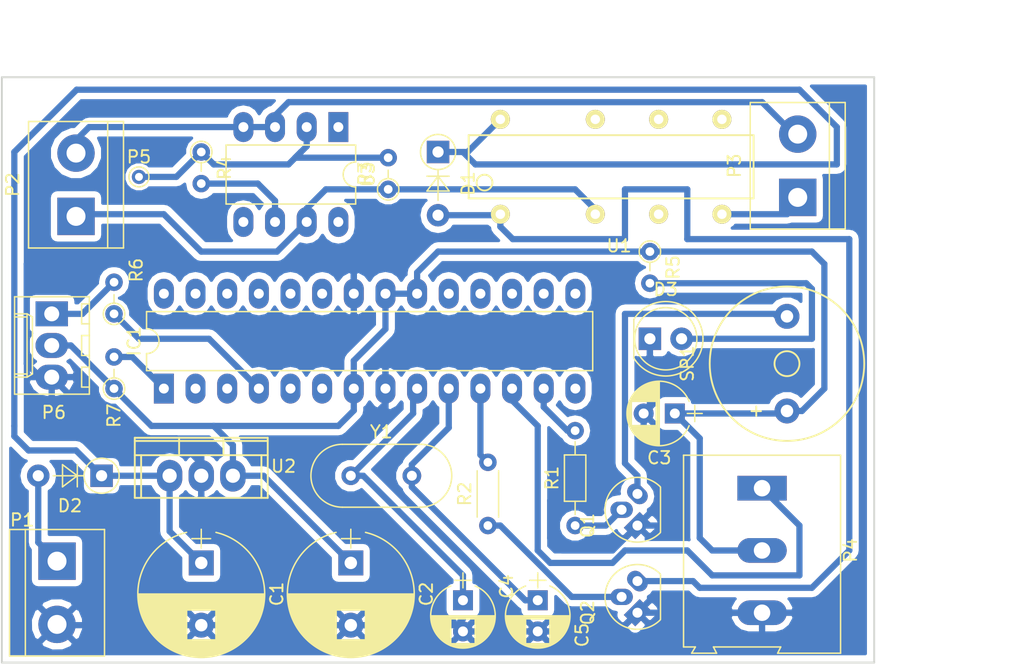
<source format=kicad_pcb>
(kicad_pcb (version 4) (host pcbnew 4.0.5)

  (general
    (links 55)
    (no_connects 0)
    (area 101.895 89.300001 187.85 142.075001)
    (thickness 1.6)
    (drawings 6)
    (tracks 200)
    (zones 0)
    (modules 29)
    (nets 45)
  )

  (page A4)
  (layers
    (0 F.Cu signal)
    (31 B.Cu signal)
    (32 B.Adhes user)
    (33 F.Adhes user)
    (34 B.Paste user)
    (35 F.Paste user)
    (36 B.SilkS user)
    (37 F.SilkS user)
    (38 B.Mask user)
    (39 F.Mask user)
    (40 Dwgs.User user)
    (41 Cmts.User user)
    (42 Eco1.User user)
    (43 Eco2.User user)
    (44 Edge.Cuts user)
    (45 Margin user)
    (46 B.CrtYd user)
    (47 F.CrtYd user)
    (48 B.Fab user)
    (49 F.Fab user)
  )

  (setup
    (last_trace_width 0.5)
    (trace_clearance 0.2)
    (zone_clearance 0.508)
    (zone_45_only no)
    (trace_min 0.2)
    (segment_width 0.2)
    (edge_width 0.15)
    (via_size 0.6)
    (via_drill 0.4)
    (via_min_size 0.4)
    (via_min_drill 0.3)
    (uvia_size 0.3)
    (uvia_drill 0.1)
    (uvias_allowed no)
    (uvia_min_size 0.2)
    (uvia_min_drill 0.1)
    (pcb_text_width 0.3)
    (pcb_text_size 1.5 1.5)
    (mod_edge_width 0.15)
    (mod_text_size 1 1)
    (mod_text_width 0.15)
    (pad_size 1.524 1.524)
    (pad_drill 0.762)
    (pad_to_mask_clearance 0.2)
    (aux_axis_origin 0 0)
    (visible_elements 7FFFFFFF)
    (pcbplotparams
      (layerselection 0x15050_80000000)
      (usegerberextensions false)
      (excludeedgelayer true)
      (linewidth 0.100000)
      (plotframeref false)
      (viasonmask false)
      (mode 1)
      (useauxorigin false)
      (hpglpennumber 1)
      (hpglpenspeed 20)
      (hpglpendiameter 15)
      (hpglpenoverlay 2)
      (psnegative false)
      (psa4output false)
      (plotreference true)
      (plotvalue true)
      (plotinvisibletext false)
      (padsonsilk false)
      (subtractmaskfromsilk false)
      (outputformat 1)
      (mirror false)
      (drillshape 0)
      (scaleselection 1)
      (outputdirectory GERBER/))
  )

  (net 0 "")
  (net 1 12V)
  (net 2 GND)
  (net 3 5V)
  (net 4 "Net-(C4-Pad1)")
  (net 5 "Net-(C5-Pad1)")
  (net 6 "Net-(D1-Pad2)")
  (net 7 "Net-(D2-Pad2)")
  (net 8 "Net-(D3-Pad2)")
  (net 9 RST)
  (net 10 "Net-(IC1-Pad15)")
  (net 11 "Net-(IC1-Pad2)")
  (net 12 "Net-(IC1-Pad16)")
  (net 13 "Net-(IC1-Pad3)")
  (net 14 S_Rx)
  (net 15 "Net-(IC1-Pad5)")
  (net 16 "Net-(IC1-Pad6)")
  (net 17 "Net-(IC1-Pad24)")
  (net 18 C_IGNICION)
  (net 19 "Net-(IC1-Pad25)")
  (net 20 C_SERVO)
  (net 21 "Net-(IC1-Pad26)")
  (net 22 C_BUZZER)
  (net 23 "Net-(IC1-Pad27)")
  (net 24 "Net-(IC1-Pad14)")
  (net 25 "Net-(IC1-Pad28)")
  (net 26 VB2)
  (net 27 GND_2)
  (net 28 HV_C)
  (net 29 "Net-(Q2-Pad2)")
  (net 30 "Net-(U1-Pad3)")
  (net 31 "Net-(U1-Pad5)")
  (net 32 "Net-(U1-Pad6)")
  (net 33 "Net-(U1-Pad7)")
  (net 34 "Net-(U3-Pad1)")
  (net 35 "Net-(U3-Pad5)")
  (net 36 "Net-(IC1-Pad17)")
  (net 37 "Net-(IC1-Pad18)")
  (net 38 "Net-(IC1-Pad19)")
  (net 39 "Net-(P5-Pad1)")
  (net 40 "Net-(P6-Pad1)")
  (net 41 "Net-(Q1-Pad2)")
  (net 42 "Net-(Q1-Pad3)")
  (net 43 "Net-(R4-Pad2)")
  (net 44 "Net-(IC1-Pad23)")

  (net_class Default "This is the default net class."
    (clearance 0.2)
    (trace_width 0.5)
    (via_dia 0.6)
    (via_drill 0.4)
    (uvia_dia 0.3)
    (uvia_drill 0.1)
    (add_net 12V)
    (add_net 5V)
    (add_net C_BUZZER)
    (add_net C_IGNICION)
    (add_net C_SERVO)
    (add_net GND)
    (add_net GND_2)
    (add_net HV_C)
    (add_net "Net-(C4-Pad1)")
    (add_net "Net-(C5-Pad1)")
    (add_net "Net-(D1-Pad2)")
    (add_net "Net-(D2-Pad2)")
    (add_net "Net-(D3-Pad2)")
    (add_net "Net-(IC1-Pad14)")
    (add_net "Net-(IC1-Pad15)")
    (add_net "Net-(IC1-Pad16)")
    (add_net "Net-(IC1-Pad17)")
    (add_net "Net-(IC1-Pad18)")
    (add_net "Net-(IC1-Pad19)")
    (add_net "Net-(IC1-Pad2)")
    (add_net "Net-(IC1-Pad23)")
    (add_net "Net-(IC1-Pad24)")
    (add_net "Net-(IC1-Pad25)")
    (add_net "Net-(IC1-Pad26)")
    (add_net "Net-(IC1-Pad27)")
    (add_net "Net-(IC1-Pad28)")
    (add_net "Net-(IC1-Pad3)")
    (add_net "Net-(IC1-Pad5)")
    (add_net "Net-(IC1-Pad6)")
    (add_net "Net-(P5-Pad1)")
    (add_net "Net-(P6-Pad1)")
    (add_net "Net-(Q1-Pad2)")
    (add_net "Net-(Q1-Pad3)")
    (add_net "Net-(Q2-Pad2)")
    (add_net "Net-(R4-Pad2)")
    (add_net "Net-(U1-Pad3)")
    (add_net "Net-(U1-Pad5)")
    (add_net "Net-(U1-Pad6)")
    (add_net "Net-(U1-Pad7)")
    (add_net "Net-(U3-Pad1)")
    (add_net "Net-(U3-Pad5)")
    (add_net RST)
    (add_net S_Rx)
    (add_net VB2)
  )

  (module Housings_DIP:DIP-28_W7.62mm_LongPads (layer F.Cu) (tedit 586281B5) (tstamp 589D13E4)
    (at 115 120 90)
    (descr "28-lead dip package, row spacing 7.62 mm (300 mils), LongPads")
    (tags "DIL DIP PDIP 2.54mm 7.62mm 300mil LongPads")
    (path /58817468)
    (fp_text reference IC1 (at 3.81 -2.39 90) (layer F.SilkS)
      (effects (font (size 1 1) (thickness 0.15)))
    )
    (fp_text value ATMEGA8-P (at 3.81 35.41 90) (layer F.Fab)
      (effects (font (size 1 1) (thickness 0.15)))
    )
    (fp_arc (start 3.81 -1.39) (end 2.81 -1.39) (angle -180) (layer F.SilkS) (width 0.12))
    (fp_line (start 1.635 -1.27) (end 6.985 -1.27) (layer F.Fab) (width 0.1))
    (fp_line (start 6.985 -1.27) (end 6.985 34.29) (layer F.Fab) (width 0.1))
    (fp_line (start 6.985 34.29) (end 0.635 34.29) (layer F.Fab) (width 0.1))
    (fp_line (start 0.635 34.29) (end 0.635 -0.27) (layer F.Fab) (width 0.1))
    (fp_line (start 0.635 -0.27) (end 1.635 -1.27) (layer F.Fab) (width 0.1))
    (fp_line (start 2.81 -1.39) (end 1.44 -1.39) (layer F.SilkS) (width 0.12))
    (fp_line (start 1.44 -1.39) (end 1.44 34.41) (layer F.SilkS) (width 0.12))
    (fp_line (start 1.44 34.41) (end 6.18 34.41) (layer F.SilkS) (width 0.12))
    (fp_line (start 6.18 34.41) (end 6.18 -1.39) (layer F.SilkS) (width 0.12))
    (fp_line (start 6.18 -1.39) (end 4.81 -1.39) (layer F.SilkS) (width 0.12))
    (fp_line (start -1.5 -1.6) (end -1.5 34.6) (layer F.CrtYd) (width 0.05))
    (fp_line (start -1.5 34.6) (end 9.1 34.6) (layer F.CrtYd) (width 0.05))
    (fp_line (start 9.1 34.6) (end 9.1 -1.6) (layer F.CrtYd) (width 0.05))
    (fp_line (start 9.1 -1.6) (end -1.5 -1.6) (layer F.CrtYd) (width 0.05))
    (pad 1 thru_hole rect (at 0 0 90) (size 2.4 1.6) (drill 0.8) (layers *.Cu *.Mask)
      (net 9 RST))
    (pad 15 thru_hole oval (at 7.62 33.02 90) (size 2.4 1.6) (drill 0.8) (layers *.Cu *.Mask)
      (net 10 "Net-(IC1-Pad15)"))
    (pad 2 thru_hole oval (at 0 2.54 90) (size 2.4 1.6) (drill 0.8) (layers *.Cu *.Mask)
      (net 11 "Net-(IC1-Pad2)"))
    (pad 16 thru_hole oval (at 7.62 30.48 90) (size 2.4 1.6) (drill 0.8) (layers *.Cu *.Mask)
      (net 12 "Net-(IC1-Pad16)"))
    (pad 3 thru_hole oval (at 0 5.08 90) (size 2.4 1.6) (drill 0.8) (layers *.Cu *.Mask)
      (net 13 "Net-(IC1-Pad3)"))
    (pad 17 thru_hole oval (at 7.62 27.94 90) (size 2.4 1.6) (drill 0.8) (layers *.Cu *.Mask)
      (net 36 "Net-(IC1-Pad17)"))
    (pad 4 thru_hole oval (at 0 7.62 90) (size 2.4 1.6) (drill 0.8) (layers *.Cu *.Mask)
      (net 14 S_Rx))
    (pad 18 thru_hole oval (at 7.62 25.4 90) (size 2.4 1.6) (drill 0.8) (layers *.Cu *.Mask)
      (net 37 "Net-(IC1-Pad18)"))
    (pad 5 thru_hole oval (at 0 10.16 90) (size 2.4 1.6) (drill 0.8) (layers *.Cu *.Mask)
      (net 15 "Net-(IC1-Pad5)"))
    (pad 19 thru_hole oval (at 7.62 22.86 90) (size 2.4 1.6) (drill 0.8) (layers *.Cu *.Mask)
      (net 38 "Net-(IC1-Pad19)"))
    (pad 6 thru_hole oval (at 0 12.7 90) (size 2.4 1.6) (drill 0.8) (layers *.Cu *.Mask)
      (net 16 "Net-(IC1-Pad6)"))
    (pad 20 thru_hole oval (at 7.62 20.32 90) (size 2.4 1.6) (drill 0.8) (layers *.Cu *.Mask)
      (net 3 5V))
    (pad 7 thru_hole oval (at 0 15.24 90) (size 2.4 1.6) (drill 0.8) (layers *.Cu *.Mask)
      (net 3 5V))
    (pad 21 thru_hole oval (at 7.62 17.78 90) (size 2.4 1.6) (drill 0.8) (layers *.Cu *.Mask)
      (net 3 5V))
    (pad 8 thru_hole oval (at 0 17.78 90) (size 2.4 1.6) (drill 0.8) (layers *.Cu *.Mask)
      (net 2 GND))
    (pad 22 thru_hole oval (at 7.62 15.24 90) (size 2.4 1.6) (drill 0.8) (layers *.Cu *.Mask)
      (net 2 GND))
    (pad 9 thru_hole oval (at 0 20.32 90) (size 2.4 1.6) (drill 0.8) (layers *.Cu *.Mask)
      (net 4 "Net-(C4-Pad1)"))
    (pad 23 thru_hole oval (at 7.62 12.7 90) (size 2.4 1.6) (drill 0.8) (layers *.Cu *.Mask)
      (net 44 "Net-(IC1-Pad23)"))
    (pad 10 thru_hole oval (at 0 22.86 90) (size 2.4 1.6) (drill 0.8) (layers *.Cu *.Mask)
      (net 5 "Net-(C5-Pad1)"))
    (pad 24 thru_hole oval (at 7.62 10.16 90) (size 2.4 1.6) (drill 0.8) (layers *.Cu *.Mask)
      (net 17 "Net-(IC1-Pad24)"))
    (pad 11 thru_hole oval (at 0 25.4 90) (size 2.4 1.6) (drill 0.8) (layers *.Cu *.Mask)
      (net 18 C_IGNICION))
    (pad 25 thru_hole oval (at 7.62 7.62 90) (size 2.4 1.6) (drill 0.8) (layers *.Cu *.Mask)
      (net 19 "Net-(IC1-Pad25)"))
    (pad 12 thru_hole oval (at 0 27.94 90) (size 2.4 1.6) (drill 0.8) (layers *.Cu *.Mask)
      (net 20 C_SERVO))
    (pad 26 thru_hole oval (at 7.62 5.08 90) (size 2.4 1.6) (drill 0.8) (layers *.Cu *.Mask)
      (net 21 "Net-(IC1-Pad26)"))
    (pad 13 thru_hole oval (at 0 30.48 90) (size 2.4 1.6) (drill 0.8) (layers *.Cu *.Mask)
      (net 22 C_BUZZER))
    (pad 27 thru_hole oval (at 7.62 2.54 90) (size 2.4 1.6) (drill 0.8) (layers *.Cu *.Mask)
      (net 23 "Net-(IC1-Pad27)"))
    (pad 14 thru_hole oval (at 0 33.02 90) (size 2.4 1.6) (drill 0.8) (layers *.Cu *.Mask)
      (net 24 "Net-(IC1-Pad14)"))
    (pad 28 thru_hole oval (at 7.62 0 90) (size 2.4 1.6) (drill 0.8) (layers *.Cu *.Mask)
      (net 25 "Net-(IC1-Pad28)"))
    (model Housings_DIP.3dshapes/DIP-28_W7.62mm_LongPads.wrl
      (at (xyz 0 0 0))
      (scale (xyz 1 1 1))
      (rotate (xyz 0 0 0))
    )
  )

  (module Buzzers_Beepers:Buzzer_12x9.5RM7.6 (layer F.Cu) (tedit 58D3B3E9) (tstamp 589D177A)
    (at 165 118 90)
    (descr "Generic Buzzer, D12mm height 9.5mm with RM7.6mm")
    (tags buzzer)
    (path /5886E673)
    (fp_text reference SP1 (at 0 -8.001 90) (layer F.SilkS)
      (effects (font (size 1 1) (thickness 0.15)))
    )
    (fp_text value SPEAKER (at 7.764 -0.154 180) (layer F.Fab)
      (effects (font (size 1 1) (thickness 0.15)))
    )
    (fp_circle (center 0 0) (end 1.00076 0) (layer F.SilkS) (width 0.15))
    (fp_text user + (at -3.81 -2.54 90) (layer F.SilkS)
      (effects (font (size 1 1) (thickness 0.15)))
    )
    (fp_circle (center 0 0) (end 6.20014 0) (layer F.SilkS) (width 0.15))
    (pad 1 thru_hole circle (at -3.79984 0 90) (size 2 2) (drill 1.00076) (layers *.Cu *.Mask)
      (net 3 5V))
    (pad 2 thru_hole circle (at 3.79984 0 90) (size 2 2) (drill 1.00076) (layers *.Cu *.Mask)
      (net 42 "Net-(Q1-Pad3)"))
    (model Buzzers_Beepers.3dshapes/Buzzer_12x9.5RM7.6.wrl
      (at (xyz 0 0 0))
      (scale (xyz 4 4 4))
      (rotate (xyz 0 0 0))
    )
  )

  (module Capacitors_ThroughHole:CP_Radial_D10.0mm_P5.00mm (layer F.Cu) (tedit 58765D06) (tstamp 589D1112)
    (at 118 134 270)
    (descr "CP, Radial series, Radial, pin pitch=5.00mm, , diameter=10mm, Electrolytic Capacitor")
    (tags "CP Radial series Radial pin pitch 5.00mm  diameter 10mm Electrolytic Capacitor")
    (path /5881700E)
    (fp_text reference C1 (at 2.5 -6.06 270) (layer F.SilkS)
      (effects (font (size 1 1) (thickness 0.15)))
    )
    (fp_text value 1000u/16V (at 2.5 6.06 270) (layer F.Fab)
      (effects (font (size 1 1) (thickness 0.15)))
    )
    (fp_arc (start 2.5 0) (end -2.451333 -1.18) (angle 153.2) (layer F.SilkS) (width 0.12))
    (fp_arc (start 2.5 0) (end -2.451333 1.18) (angle -153.2) (layer F.SilkS) (width 0.12))
    (fp_arc (start 2.5 0) (end 7.451333 -1.18) (angle 26.8) (layer F.SilkS) (width 0.12))
    (fp_circle (center 2.5 0) (end 7.5 0) (layer F.Fab) (width 0.1))
    (fp_line (start -2.7 0) (end -1.2 0) (layer F.Fab) (width 0.1))
    (fp_line (start -1.95 -0.75) (end -1.95 0.75) (layer F.Fab) (width 0.1))
    (fp_line (start 2.5 -5.05) (end 2.5 5.05) (layer F.SilkS) (width 0.12))
    (fp_line (start 2.54 -5.05) (end 2.54 5.05) (layer F.SilkS) (width 0.12))
    (fp_line (start 2.58 -5.05) (end 2.58 5.05) (layer F.SilkS) (width 0.12))
    (fp_line (start 2.62 -5.049) (end 2.62 5.049) (layer F.SilkS) (width 0.12))
    (fp_line (start 2.66 -5.048) (end 2.66 5.048) (layer F.SilkS) (width 0.12))
    (fp_line (start 2.7 -5.047) (end 2.7 5.047) (layer F.SilkS) (width 0.12))
    (fp_line (start 2.74 -5.045) (end 2.74 5.045) (layer F.SilkS) (width 0.12))
    (fp_line (start 2.78 -5.043) (end 2.78 5.043) (layer F.SilkS) (width 0.12))
    (fp_line (start 2.82 -5.04) (end 2.82 5.04) (layer F.SilkS) (width 0.12))
    (fp_line (start 2.86 -5.038) (end 2.86 5.038) (layer F.SilkS) (width 0.12))
    (fp_line (start 2.9 -5.035) (end 2.9 5.035) (layer F.SilkS) (width 0.12))
    (fp_line (start 2.94 -5.031) (end 2.94 5.031) (layer F.SilkS) (width 0.12))
    (fp_line (start 2.98 -5.028) (end 2.98 5.028) (layer F.SilkS) (width 0.12))
    (fp_line (start 3.02 -5.024) (end 3.02 5.024) (layer F.SilkS) (width 0.12))
    (fp_line (start 3.06 -5.02) (end 3.06 5.02) (layer F.SilkS) (width 0.12))
    (fp_line (start 3.1 -5.015) (end 3.1 5.015) (layer F.SilkS) (width 0.12))
    (fp_line (start 3.14 -5.01) (end 3.14 5.01) (layer F.SilkS) (width 0.12))
    (fp_line (start 3.18 -5.005) (end 3.18 5.005) (layer F.SilkS) (width 0.12))
    (fp_line (start 3.221 -4.999) (end 3.221 4.999) (layer F.SilkS) (width 0.12))
    (fp_line (start 3.261 -4.993) (end 3.261 4.993) (layer F.SilkS) (width 0.12))
    (fp_line (start 3.301 -4.987) (end 3.301 4.987) (layer F.SilkS) (width 0.12))
    (fp_line (start 3.341 -4.981) (end 3.341 4.981) (layer F.SilkS) (width 0.12))
    (fp_line (start 3.381 -4.974) (end 3.381 4.974) (layer F.SilkS) (width 0.12))
    (fp_line (start 3.421 -4.967) (end 3.421 4.967) (layer F.SilkS) (width 0.12))
    (fp_line (start 3.461 -4.959) (end 3.461 4.959) (layer F.SilkS) (width 0.12))
    (fp_line (start 3.501 -4.951) (end 3.501 4.951) (layer F.SilkS) (width 0.12))
    (fp_line (start 3.541 -4.943) (end 3.541 4.943) (layer F.SilkS) (width 0.12))
    (fp_line (start 3.581 -4.935) (end 3.581 4.935) (layer F.SilkS) (width 0.12))
    (fp_line (start 3.621 -4.926) (end 3.621 4.926) (layer F.SilkS) (width 0.12))
    (fp_line (start 3.661 -4.917) (end 3.661 4.917) (layer F.SilkS) (width 0.12))
    (fp_line (start 3.701 -4.907) (end 3.701 4.907) (layer F.SilkS) (width 0.12))
    (fp_line (start 3.741 -4.897) (end 3.741 4.897) (layer F.SilkS) (width 0.12))
    (fp_line (start 3.781 -4.887) (end 3.781 4.887) (layer F.SilkS) (width 0.12))
    (fp_line (start 3.821 -4.876) (end 3.821 -1.181) (layer F.SilkS) (width 0.12))
    (fp_line (start 3.821 1.181) (end 3.821 4.876) (layer F.SilkS) (width 0.12))
    (fp_line (start 3.861 -4.865) (end 3.861 -1.181) (layer F.SilkS) (width 0.12))
    (fp_line (start 3.861 1.181) (end 3.861 4.865) (layer F.SilkS) (width 0.12))
    (fp_line (start 3.901 -4.854) (end 3.901 -1.181) (layer F.SilkS) (width 0.12))
    (fp_line (start 3.901 1.181) (end 3.901 4.854) (layer F.SilkS) (width 0.12))
    (fp_line (start 3.941 -4.843) (end 3.941 -1.181) (layer F.SilkS) (width 0.12))
    (fp_line (start 3.941 1.181) (end 3.941 4.843) (layer F.SilkS) (width 0.12))
    (fp_line (start 3.981 -4.831) (end 3.981 -1.181) (layer F.SilkS) (width 0.12))
    (fp_line (start 3.981 1.181) (end 3.981 4.831) (layer F.SilkS) (width 0.12))
    (fp_line (start 4.021 -4.818) (end 4.021 -1.181) (layer F.SilkS) (width 0.12))
    (fp_line (start 4.021 1.181) (end 4.021 4.818) (layer F.SilkS) (width 0.12))
    (fp_line (start 4.061 -4.806) (end 4.061 -1.181) (layer F.SilkS) (width 0.12))
    (fp_line (start 4.061 1.181) (end 4.061 4.806) (layer F.SilkS) (width 0.12))
    (fp_line (start 4.101 -4.792) (end 4.101 -1.181) (layer F.SilkS) (width 0.12))
    (fp_line (start 4.101 1.181) (end 4.101 4.792) (layer F.SilkS) (width 0.12))
    (fp_line (start 4.141 -4.779) (end 4.141 -1.181) (layer F.SilkS) (width 0.12))
    (fp_line (start 4.141 1.181) (end 4.141 4.779) (layer F.SilkS) (width 0.12))
    (fp_line (start 4.181 -4.765) (end 4.181 -1.181) (layer F.SilkS) (width 0.12))
    (fp_line (start 4.181 1.181) (end 4.181 4.765) (layer F.SilkS) (width 0.12))
    (fp_line (start 4.221 -4.751) (end 4.221 -1.181) (layer F.SilkS) (width 0.12))
    (fp_line (start 4.221 1.181) (end 4.221 4.751) (layer F.SilkS) (width 0.12))
    (fp_line (start 4.261 -4.737) (end 4.261 -1.181) (layer F.SilkS) (width 0.12))
    (fp_line (start 4.261 1.181) (end 4.261 4.737) (layer F.SilkS) (width 0.12))
    (fp_line (start 4.301 -4.722) (end 4.301 -1.181) (layer F.SilkS) (width 0.12))
    (fp_line (start 4.301 1.181) (end 4.301 4.722) (layer F.SilkS) (width 0.12))
    (fp_line (start 4.341 -4.706) (end 4.341 -1.181) (layer F.SilkS) (width 0.12))
    (fp_line (start 4.341 1.181) (end 4.341 4.706) (layer F.SilkS) (width 0.12))
    (fp_line (start 4.381 -4.691) (end 4.381 -1.181) (layer F.SilkS) (width 0.12))
    (fp_line (start 4.381 1.181) (end 4.381 4.691) (layer F.SilkS) (width 0.12))
    (fp_line (start 4.421 -4.674) (end 4.421 -1.181) (layer F.SilkS) (width 0.12))
    (fp_line (start 4.421 1.181) (end 4.421 4.674) (layer F.SilkS) (width 0.12))
    (fp_line (start 4.461 -4.658) (end 4.461 -1.181) (layer F.SilkS) (width 0.12))
    (fp_line (start 4.461 1.181) (end 4.461 4.658) (layer F.SilkS) (width 0.12))
    (fp_line (start 4.501 -4.641) (end 4.501 -1.181) (layer F.SilkS) (width 0.12))
    (fp_line (start 4.501 1.181) (end 4.501 4.641) (layer F.SilkS) (width 0.12))
    (fp_line (start 4.541 -4.624) (end 4.541 -1.181) (layer F.SilkS) (width 0.12))
    (fp_line (start 4.541 1.181) (end 4.541 4.624) (layer F.SilkS) (width 0.12))
    (fp_line (start 4.581 -4.606) (end 4.581 -1.181) (layer F.SilkS) (width 0.12))
    (fp_line (start 4.581 1.181) (end 4.581 4.606) (layer F.SilkS) (width 0.12))
    (fp_line (start 4.621 -4.588) (end 4.621 -1.181) (layer F.SilkS) (width 0.12))
    (fp_line (start 4.621 1.181) (end 4.621 4.588) (layer F.SilkS) (width 0.12))
    (fp_line (start 4.661 -4.569) (end 4.661 -1.181) (layer F.SilkS) (width 0.12))
    (fp_line (start 4.661 1.181) (end 4.661 4.569) (layer F.SilkS) (width 0.12))
    (fp_line (start 4.701 -4.55) (end 4.701 -1.181) (layer F.SilkS) (width 0.12))
    (fp_line (start 4.701 1.181) (end 4.701 4.55) (layer F.SilkS) (width 0.12))
    (fp_line (start 4.741 -4.531) (end 4.741 -1.181) (layer F.SilkS) (width 0.12))
    (fp_line (start 4.741 1.181) (end 4.741 4.531) (layer F.SilkS) (width 0.12))
    (fp_line (start 4.781 -4.511) (end 4.781 -1.181) (layer F.SilkS) (width 0.12))
    (fp_line (start 4.781 1.181) (end 4.781 4.511) (layer F.SilkS) (width 0.12))
    (fp_line (start 4.821 -4.491) (end 4.821 -1.181) (layer F.SilkS) (width 0.12))
    (fp_line (start 4.821 1.181) (end 4.821 4.491) (layer F.SilkS) (width 0.12))
    (fp_line (start 4.861 -4.47) (end 4.861 -1.181) (layer F.SilkS) (width 0.12))
    (fp_line (start 4.861 1.181) (end 4.861 4.47) (layer F.SilkS) (width 0.12))
    (fp_line (start 4.901 -4.449) (end 4.901 -1.181) (layer F.SilkS) (width 0.12))
    (fp_line (start 4.901 1.181) (end 4.901 4.449) (layer F.SilkS) (width 0.12))
    (fp_line (start 4.941 -4.428) (end 4.941 -1.181) (layer F.SilkS) (width 0.12))
    (fp_line (start 4.941 1.181) (end 4.941 4.428) (layer F.SilkS) (width 0.12))
    (fp_line (start 4.981 -4.405) (end 4.981 -1.181) (layer F.SilkS) (width 0.12))
    (fp_line (start 4.981 1.181) (end 4.981 4.405) (layer F.SilkS) (width 0.12))
    (fp_line (start 5.021 -4.383) (end 5.021 -1.181) (layer F.SilkS) (width 0.12))
    (fp_line (start 5.021 1.181) (end 5.021 4.383) (layer F.SilkS) (width 0.12))
    (fp_line (start 5.061 -4.36) (end 5.061 -1.181) (layer F.SilkS) (width 0.12))
    (fp_line (start 5.061 1.181) (end 5.061 4.36) (layer F.SilkS) (width 0.12))
    (fp_line (start 5.101 -4.336) (end 5.101 -1.181) (layer F.SilkS) (width 0.12))
    (fp_line (start 5.101 1.181) (end 5.101 4.336) (layer F.SilkS) (width 0.12))
    (fp_line (start 5.141 -4.312) (end 5.141 -1.181) (layer F.SilkS) (width 0.12))
    (fp_line (start 5.141 1.181) (end 5.141 4.312) (layer F.SilkS) (width 0.12))
    (fp_line (start 5.181 -4.288) (end 5.181 -1.181) (layer F.SilkS) (width 0.12))
    (fp_line (start 5.181 1.181) (end 5.181 4.288) (layer F.SilkS) (width 0.12))
    (fp_line (start 5.221 -4.263) (end 5.221 -1.181) (layer F.SilkS) (width 0.12))
    (fp_line (start 5.221 1.181) (end 5.221 4.263) (layer F.SilkS) (width 0.12))
    (fp_line (start 5.261 -4.237) (end 5.261 -1.181) (layer F.SilkS) (width 0.12))
    (fp_line (start 5.261 1.181) (end 5.261 4.237) (layer F.SilkS) (width 0.12))
    (fp_line (start 5.301 -4.211) (end 5.301 -1.181) (layer F.SilkS) (width 0.12))
    (fp_line (start 5.301 1.181) (end 5.301 4.211) (layer F.SilkS) (width 0.12))
    (fp_line (start 5.341 -4.185) (end 5.341 -1.181) (layer F.SilkS) (width 0.12))
    (fp_line (start 5.341 1.181) (end 5.341 4.185) (layer F.SilkS) (width 0.12))
    (fp_line (start 5.381 -4.157) (end 5.381 -1.181) (layer F.SilkS) (width 0.12))
    (fp_line (start 5.381 1.181) (end 5.381 4.157) (layer F.SilkS) (width 0.12))
    (fp_line (start 5.421 -4.13) (end 5.421 -1.181) (layer F.SilkS) (width 0.12))
    (fp_line (start 5.421 1.181) (end 5.421 4.13) (layer F.SilkS) (width 0.12))
    (fp_line (start 5.461 -4.101) (end 5.461 -1.181) (layer F.SilkS) (width 0.12))
    (fp_line (start 5.461 1.181) (end 5.461 4.101) (layer F.SilkS) (width 0.12))
    (fp_line (start 5.501 -4.072) (end 5.501 -1.181) (layer F.SilkS) (width 0.12))
    (fp_line (start 5.501 1.181) (end 5.501 4.072) (layer F.SilkS) (width 0.12))
    (fp_line (start 5.541 -4.043) (end 5.541 -1.181) (layer F.SilkS) (width 0.12))
    (fp_line (start 5.541 1.181) (end 5.541 4.043) (layer F.SilkS) (width 0.12))
    (fp_line (start 5.581 -4.013) (end 5.581 -1.181) (layer F.SilkS) (width 0.12))
    (fp_line (start 5.581 1.181) (end 5.581 4.013) (layer F.SilkS) (width 0.12))
    (fp_line (start 5.621 -3.982) (end 5.621 -1.181) (layer F.SilkS) (width 0.12))
    (fp_line (start 5.621 1.181) (end 5.621 3.982) (layer F.SilkS) (width 0.12))
    (fp_line (start 5.661 -3.951) (end 5.661 -1.181) (layer F.SilkS) (width 0.12))
    (fp_line (start 5.661 1.181) (end 5.661 3.951) (layer F.SilkS) (width 0.12))
    (fp_line (start 5.701 -3.919) (end 5.701 -1.181) (layer F.SilkS) (width 0.12))
    (fp_line (start 5.701 1.181) (end 5.701 3.919) (layer F.SilkS) (width 0.12))
    (fp_line (start 5.741 -3.886) (end 5.741 -1.181) (layer F.SilkS) (width 0.12))
    (fp_line (start 5.741 1.181) (end 5.741 3.886) (layer F.SilkS) (width 0.12))
    (fp_line (start 5.781 -3.853) (end 5.781 -1.181) (layer F.SilkS) (width 0.12))
    (fp_line (start 5.781 1.181) (end 5.781 3.853) (layer F.SilkS) (width 0.12))
    (fp_line (start 5.821 -3.819) (end 5.821 -1.181) (layer F.SilkS) (width 0.12))
    (fp_line (start 5.821 1.181) (end 5.821 3.819) (layer F.SilkS) (width 0.12))
    (fp_line (start 5.861 -3.784) (end 5.861 -1.181) (layer F.SilkS) (width 0.12))
    (fp_line (start 5.861 1.181) (end 5.861 3.784) (layer F.SilkS) (width 0.12))
    (fp_line (start 5.901 -3.748) (end 5.901 -1.181) (layer F.SilkS) (width 0.12))
    (fp_line (start 5.901 1.181) (end 5.901 3.748) (layer F.SilkS) (width 0.12))
    (fp_line (start 5.941 -3.712) (end 5.941 -1.181) (layer F.SilkS) (width 0.12))
    (fp_line (start 5.941 1.181) (end 5.941 3.712) (layer F.SilkS) (width 0.12))
    (fp_line (start 5.981 -3.675) (end 5.981 -1.181) (layer F.SilkS) (width 0.12))
    (fp_line (start 5.981 1.181) (end 5.981 3.675) (layer F.SilkS) (width 0.12))
    (fp_line (start 6.021 -3.637) (end 6.021 -1.181) (layer F.SilkS) (width 0.12))
    (fp_line (start 6.021 1.181) (end 6.021 3.637) (layer F.SilkS) (width 0.12))
    (fp_line (start 6.061 -3.598) (end 6.061 -1.181) (layer F.SilkS) (width 0.12))
    (fp_line (start 6.061 1.181) (end 6.061 3.598) (layer F.SilkS) (width 0.12))
    (fp_line (start 6.101 -3.559) (end 6.101 -1.181) (layer F.SilkS) (width 0.12))
    (fp_line (start 6.101 1.181) (end 6.101 3.559) (layer F.SilkS) (width 0.12))
    (fp_line (start 6.141 -3.518) (end 6.141 -1.181) (layer F.SilkS) (width 0.12))
    (fp_line (start 6.141 1.181) (end 6.141 3.518) (layer F.SilkS) (width 0.12))
    (fp_line (start 6.181 -3.477) (end 6.181 3.477) (layer F.SilkS) (width 0.12))
    (fp_line (start 6.221 -3.435) (end 6.221 3.435) (layer F.SilkS) (width 0.12))
    (fp_line (start 6.261 -3.391) (end 6.261 3.391) (layer F.SilkS) (width 0.12))
    (fp_line (start 6.301 -3.347) (end 6.301 3.347) (layer F.SilkS) (width 0.12))
    (fp_line (start 6.341 -3.302) (end 6.341 3.302) (layer F.SilkS) (width 0.12))
    (fp_line (start 6.381 -3.255) (end 6.381 3.255) (layer F.SilkS) (width 0.12))
    (fp_line (start 6.421 -3.207) (end 6.421 3.207) (layer F.SilkS) (width 0.12))
    (fp_line (start 6.461 -3.158) (end 6.461 3.158) (layer F.SilkS) (width 0.12))
    (fp_line (start 6.501 -3.108) (end 6.501 3.108) (layer F.SilkS) (width 0.12))
    (fp_line (start 6.541 -3.057) (end 6.541 3.057) (layer F.SilkS) (width 0.12))
    (fp_line (start 6.581 -3.004) (end 6.581 3.004) (layer F.SilkS) (width 0.12))
    (fp_line (start 6.621 -2.949) (end 6.621 2.949) (layer F.SilkS) (width 0.12))
    (fp_line (start 6.661 -2.894) (end 6.661 2.894) (layer F.SilkS) (width 0.12))
    (fp_line (start 6.701 -2.836) (end 6.701 2.836) (layer F.SilkS) (width 0.12))
    (fp_line (start 6.741 -2.777) (end 6.741 2.777) (layer F.SilkS) (width 0.12))
    (fp_line (start 6.781 -2.715) (end 6.781 2.715) (layer F.SilkS) (width 0.12))
    (fp_line (start 6.821 -2.652) (end 6.821 2.652) (layer F.SilkS) (width 0.12))
    (fp_line (start 6.861 -2.587) (end 6.861 2.587) (layer F.SilkS) (width 0.12))
    (fp_line (start 6.901 -2.519) (end 6.901 2.519) (layer F.SilkS) (width 0.12))
    (fp_line (start 6.941 -2.449) (end 6.941 2.449) (layer F.SilkS) (width 0.12))
    (fp_line (start 6.981 -2.377) (end 6.981 2.377) (layer F.SilkS) (width 0.12))
    (fp_line (start 7.021 -2.301) (end 7.021 2.301) (layer F.SilkS) (width 0.12))
    (fp_line (start 7.061 -2.222) (end 7.061 2.222) (layer F.SilkS) (width 0.12))
    (fp_line (start 7.101 -2.14) (end 7.101 2.14) (layer F.SilkS) (width 0.12))
    (fp_line (start 7.141 -2.053) (end 7.141 2.053) (layer F.SilkS) (width 0.12))
    (fp_line (start 7.181 -1.962) (end 7.181 1.962) (layer F.SilkS) (width 0.12))
    (fp_line (start 7.221 -1.866) (end 7.221 1.866) (layer F.SilkS) (width 0.12))
    (fp_line (start 7.261 -1.763) (end 7.261 1.763) (layer F.SilkS) (width 0.12))
    (fp_line (start 7.301 -1.654) (end 7.301 1.654) (layer F.SilkS) (width 0.12))
    (fp_line (start 7.341 -1.536) (end 7.341 1.536) (layer F.SilkS) (width 0.12))
    (fp_line (start 7.381 -1.407) (end 7.381 1.407) (layer F.SilkS) (width 0.12))
    (fp_line (start 7.421 -1.265) (end 7.421 1.265) (layer F.SilkS) (width 0.12))
    (fp_line (start 7.461 -1.104) (end 7.461 1.104) (layer F.SilkS) (width 0.12))
    (fp_line (start 7.501 -0.913) (end 7.501 0.913) (layer F.SilkS) (width 0.12))
    (fp_line (start 7.541 -0.672) (end 7.541 0.672) (layer F.SilkS) (width 0.12))
    (fp_line (start 7.581 -0.279) (end 7.581 0.279) (layer F.SilkS) (width 0.12))
    (fp_line (start -2.7 0) (end -1.2 0) (layer F.SilkS) (width 0.12))
    (fp_line (start -1.95 -0.75) (end -1.95 0.75) (layer F.SilkS) (width 0.12))
    (fp_line (start -2.85 -5.35) (end -2.85 5.35) (layer F.CrtYd) (width 0.05))
    (fp_line (start -2.85 5.35) (end 7.85 5.35) (layer F.CrtYd) (width 0.05))
    (fp_line (start 7.85 5.35) (end 7.85 -5.35) (layer F.CrtYd) (width 0.05))
    (fp_line (start 7.85 -5.35) (end -2.85 -5.35) (layer F.CrtYd) (width 0.05))
    (pad 1 thru_hole rect (at 0 0 270) (size 2 2) (drill 1) (layers *.Cu *.Mask)
      (net 1 12V))
    (pad 2 thru_hole circle (at 5 0 270) (size 2 2) (drill 1) (layers *.Cu *.Mask)
      (net 2 GND))
    (model Capacitors_ThroughHole.3dshapes/CP_Radial_D10.0mm_P5.00mm.wrl
      (at (xyz 0 0 0))
      (scale (xyz 0.393701 0.393701 0.393701))
      (rotate (xyz 0 0 0))
    )
  )

  (module Capacitors_ThroughHole:CP_Radial_D10.0mm_P5.00mm (layer F.Cu) (tedit 58765D06) (tstamp 589D11DF)
    (at 130 134 270)
    (descr "CP, Radial series, Radial, pin pitch=5.00mm, , diameter=10mm, Electrolytic Capacitor")
    (tags "CP Radial series Radial pin pitch 5.00mm  diameter 10mm Electrolytic Capacitor")
    (path /588171AA)
    (fp_text reference C2 (at 2.5 -6.06 270) (layer F.SilkS)
      (effects (font (size 1 1) (thickness 0.15)))
    )
    (fp_text value 1000u/16V (at 2.5 6.06 270) (layer F.Fab)
      (effects (font (size 1 1) (thickness 0.15)))
    )
    (fp_arc (start 2.5 0) (end -2.451333 -1.18) (angle 153.2) (layer F.SilkS) (width 0.12))
    (fp_arc (start 2.5 0) (end -2.451333 1.18) (angle -153.2) (layer F.SilkS) (width 0.12))
    (fp_arc (start 2.5 0) (end 7.451333 -1.18) (angle 26.8) (layer F.SilkS) (width 0.12))
    (fp_circle (center 2.5 0) (end 7.5 0) (layer F.Fab) (width 0.1))
    (fp_line (start -2.7 0) (end -1.2 0) (layer F.Fab) (width 0.1))
    (fp_line (start -1.95 -0.75) (end -1.95 0.75) (layer F.Fab) (width 0.1))
    (fp_line (start 2.5 -5.05) (end 2.5 5.05) (layer F.SilkS) (width 0.12))
    (fp_line (start 2.54 -5.05) (end 2.54 5.05) (layer F.SilkS) (width 0.12))
    (fp_line (start 2.58 -5.05) (end 2.58 5.05) (layer F.SilkS) (width 0.12))
    (fp_line (start 2.62 -5.049) (end 2.62 5.049) (layer F.SilkS) (width 0.12))
    (fp_line (start 2.66 -5.048) (end 2.66 5.048) (layer F.SilkS) (width 0.12))
    (fp_line (start 2.7 -5.047) (end 2.7 5.047) (layer F.SilkS) (width 0.12))
    (fp_line (start 2.74 -5.045) (end 2.74 5.045) (layer F.SilkS) (width 0.12))
    (fp_line (start 2.78 -5.043) (end 2.78 5.043) (layer F.SilkS) (width 0.12))
    (fp_line (start 2.82 -5.04) (end 2.82 5.04) (layer F.SilkS) (width 0.12))
    (fp_line (start 2.86 -5.038) (end 2.86 5.038) (layer F.SilkS) (width 0.12))
    (fp_line (start 2.9 -5.035) (end 2.9 5.035) (layer F.SilkS) (width 0.12))
    (fp_line (start 2.94 -5.031) (end 2.94 5.031) (layer F.SilkS) (width 0.12))
    (fp_line (start 2.98 -5.028) (end 2.98 5.028) (layer F.SilkS) (width 0.12))
    (fp_line (start 3.02 -5.024) (end 3.02 5.024) (layer F.SilkS) (width 0.12))
    (fp_line (start 3.06 -5.02) (end 3.06 5.02) (layer F.SilkS) (width 0.12))
    (fp_line (start 3.1 -5.015) (end 3.1 5.015) (layer F.SilkS) (width 0.12))
    (fp_line (start 3.14 -5.01) (end 3.14 5.01) (layer F.SilkS) (width 0.12))
    (fp_line (start 3.18 -5.005) (end 3.18 5.005) (layer F.SilkS) (width 0.12))
    (fp_line (start 3.221 -4.999) (end 3.221 4.999) (layer F.SilkS) (width 0.12))
    (fp_line (start 3.261 -4.993) (end 3.261 4.993) (layer F.SilkS) (width 0.12))
    (fp_line (start 3.301 -4.987) (end 3.301 4.987) (layer F.SilkS) (width 0.12))
    (fp_line (start 3.341 -4.981) (end 3.341 4.981) (layer F.SilkS) (width 0.12))
    (fp_line (start 3.381 -4.974) (end 3.381 4.974) (layer F.SilkS) (width 0.12))
    (fp_line (start 3.421 -4.967) (end 3.421 4.967) (layer F.SilkS) (width 0.12))
    (fp_line (start 3.461 -4.959) (end 3.461 4.959) (layer F.SilkS) (width 0.12))
    (fp_line (start 3.501 -4.951) (end 3.501 4.951) (layer F.SilkS) (width 0.12))
    (fp_line (start 3.541 -4.943) (end 3.541 4.943) (layer F.SilkS) (width 0.12))
    (fp_line (start 3.581 -4.935) (end 3.581 4.935) (layer F.SilkS) (width 0.12))
    (fp_line (start 3.621 -4.926) (end 3.621 4.926) (layer F.SilkS) (width 0.12))
    (fp_line (start 3.661 -4.917) (end 3.661 4.917) (layer F.SilkS) (width 0.12))
    (fp_line (start 3.701 -4.907) (end 3.701 4.907) (layer F.SilkS) (width 0.12))
    (fp_line (start 3.741 -4.897) (end 3.741 4.897) (layer F.SilkS) (width 0.12))
    (fp_line (start 3.781 -4.887) (end 3.781 4.887) (layer F.SilkS) (width 0.12))
    (fp_line (start 3.821 -4.876) (end 3.821 -1.181) (layer F.SilkS) (width 0.12))
    (fp_line (start 3.821 1.181) (end 3.821 4.876) (layer F.SilkS) (width 0.12))
    (fp_line (start 3.861 -4.865) (end 3.861 -1.181) (layer F.SilkS) (width 0.12))
    (fp_line (start 3.861 1.181) (end 3.861 4.865) (layer F.SilkS) (width 0.12))
    (fp_line (start 3.901 -4.854) (end 3.901 -1.181) (layer F.SilkS) (width 0.12))
    (fp_line (start 3.901 1.181) (end 3.901 4.854) (layer F.SilkS) (width 0.12))
    (fp_line (start 3.941 -4.843) (end 3.941 -1.181) (layer F.SilkS) (width 0.12))
    (fp_line (start 3.941 1.181) (end 3.941 4.843) (layer F.SilkS) (width 0.12))
    (fp_line (start 3.981 -4.831) (end 3.981 -1.181) (layer F.SilkS) (width 0.12))
    (fp_line (start 3.981 1.181) (end 3.981 4.831) (layer F.SilkS) (width 0.12))
    (fp_line (start 4.021 -4.818) (end 4.021 -1.181) (layer F.SilkS) (width 0.12))
    (fp_line (start 4.021 1.181) (end 4.021 4.818) (layer F.SilkS) (width 0.12))
    (fp_line (start 4.061 -4.806) (end 4.061 -1.181) (layer F.SilkS) (width 0.12))
    (fp_line (start 4.061 1.181) (end 4.061 4.806) (layer F.SilkS) (width 0.12))
    (fp_line (start 4.101 -4.792) (end 4.101 -1.181) (layer F.SilkS) (width 0.12))
    (fp_line (start 4.101 1.181) (end 4.101 4.792) (layer F.SilkS) (width 0.12))
    (fp_line (start 4.141 -4.779) (end 4.141 -1.181) (layer F.SilkS) (width 0.12))
    (fp_line (start 4.141 1.181) (end 4.141 4.779) (layer F.SilkS) (width 0.12))
    (fp_line (start 4.181 -4.765) (end 4.181 -1.181) (layer F.SilkS) (width 0.12))
    (fp_line (start 4.181 1.181) (end 4.181 4.765) (layer F.SilkS) (width 0.12))
    (fp_line (start 4.221 -4.751) (end 4.221 -1.181) (layer F.SilkS) (width 0.12))
    (fp_line (start 4.221 1.181) (end 4.221 4.751) (layer F.SilkS) (width 0.12))
    (fp_line (start 4.261 -4.737) (end 4.261 -1.181) (layer F.SilkS) (width 0.12))
    (fp_line (start 4.261 1.181) (end 4.261 4.737) (layer F.SilkS) (width 0.12))
    (fp_line (start 4.301 -4.722) (end 4.301 -1.181) (layer F.SilkS) (width 0.12))
    (fp_line (start 4.301 1.181) (end 4.301 4.722) (layer F.SilkS) (width 0.12))
    (fp_line (start 4.341 -4.706) (end 4.341 -1.181) (layer F.SilkS) (width 0.12))
    (fp_line (start 4.341 1.181) (end 4.341 4.706) (layer F.SilkS) (width 0.12))
    (fp_line (start 4.381 -4.691) (end 4.381 -1.181) (layer F.SilkS) (width 0.12))
    (fp_line (start 4.381 1.181) (end 4.381 4.691) (layer F.SilkS) (width 0.12))
    (fp_line (start 4.421 -4.674) (end 4.421 -1.181) (layer F.SilkS) (width 0.12))
    (fp_line (start 4.421 1.181) (end 4.421 4.674) (layer F.SilkS) (width 0.12))
    (fp_line (start 4.461 -4.658) (end 4.461 -1.181) (layer F.SilkS) (width 0.12))
    (fp_line (start 4.461 1.181) (end 4.461 4.658) (layer F.SilkS) (width 0.12))
    (fp_line (start 4.501 -4.641) (end 4.501 -1.181) (layer F.SilkS) (width 0.12))
    (fp_line (start 4.501 1.181) (end 4.501 4.641) (layer F.SilkS) (width 0.12))
    (fp_line (start 4.541 -4.624) (end 4.541 -1.181) (layer F.SilkS) (width 0.12))
    (fp_line (start 4.541 1.181) (end 4.541 4.624) (layer F.SilkS) (width 0.12))
    (fp_line (start 4.581 -4.606) (end 4.581 -1.181) (layer F.SilkS) (width 0.12))
    (fp_line (start 4.581 1.181) (end 4.581 4.606) (layer F.SilkS) (width 0.12))
    (fp_line (start 4.621 -4.588) (end 4.621 -1.181) (layer F.SilkS) (width 0.12))
    (fp_line (start 4.621 1.181) (end 4.621 4.588) (layer F.SilkS) (width 0.12))
    (fp_line (start 4.661 -4.569) (end 4.661 -1.181) (layer F.SilkS) (width 0.12))
    (fp_line (start 4.661 1.181) (end 4.661 4.569) (layer F.SilkS) (width 0.12))
    (fp_line (start 4.701 -4.55) (end 4.701 -1.181) (layer F.SilkS) (width 0.12))
    (fp_line (start 4.701 1.181) (end 4.701 4.55) (layer F.SilkS) (width 0.12))
    (fp_line (start 4.741 -4.531) (end 4.741 -1.181) (layer F.SilkS) (width 0.12))
    (fp_line (start 4.741 1.181) (end 4.741 4.531) (layer F.SilkS) (width 0.12))
    (fp_line (start 4.781 -4.511) (end 4.781 -1.181) (layer F.SilkS) (width 0.12))
    (fp_line (start 4.781 1.181) (end 4.781 4.511) (layer F.SilkS) (width 0.12))
    (fp_line (start 4.821 -4.491) (end 4.821 -1.181) (layer F.SilkS) (width 0.12))
    (fp_line (start 4.821 1.181) (end 4.821 4.491) (layer F.SilkS) (width 0.12))
    (fp_line (start 4.861 -4.47) (end 4.861 -1.181) (layer F.SilkS) (width 0.12))
    (fp_line (start 4.861 1.181) (end 4.861 4.47) (layer F.SilkS) (width 0.12))
    (fp_line (start 4.901 -4.449) (end 4.901 -1.181) (layer F.SilkS) (width 0.12))
    (fp_line (start 4.901 1.181) (end 4.901 4.449) (layer F.SilkS) (width 0.12))
    (fp_line (start 4.941 -4.428) (end 4.941 -1.181) (layer F.SilkS) (width 0.12))
    (fp_line (start 4.941 1.181) (end 4.941 4.428) (layer F.SilkS) (width 0.12))
    (fp_line (start 4.981 -4.405) (end 4.981 -1.181) (layer F.SilkS) (width 0.12))
    (fp_line (start 4.981 1.181) (end 4.981 4.405) (layer F.SilkS) (width 0.12))
    (fp_line (start 5.021 -4.383) (end 5.021 -1.181) (layer F.SilkS) (width 0.12))
    (fp_line (start 5.021 1.181) (end 5.021 4.383) (layer F.SilkS) (width 0.12))
    (fp_line (start 5.061 -4.36) (end 5.061 -1.181) (layer F.SilkS) (width 0.12))
    (fp_line (start 5.061 1.181) (end 5.061 4.36) (layer F.SilkS) (width 0.12))
    (fp_line (start 5.101 -4.336) (end 5.101 -1.181) (layer F.SilkS) (width 0.12))
    (fp_line (start 5.101 1.181) (end 5.101 4.336) (layer F.SilkS) (width 0.12))
    (fp_line (start 5.141 -4.312) (end 5.141 -1.181) (layer F.SilkS) (width 0.12))
    (fp_line (start 5.141 1.181) (end 5.141 4.312) (layer F.SilkS) (width 0.12))
    (fp_line (start 5.181 -4.288) (end 5.181 -1.181) (layer F.SilkS) (width 0.12))
    (fp_line (start 5.181 1.181) (end 5.181 4.288) (layer F.SilkS) (width 0.12))
    (fp_line (start 5.221 -4.263) (end 5.221 -1.181) (layer F.SilkS) (width 0.12))
    (fp_line (start 5.221 1.181) (end 5.221 4.263) (layer F.SilkS) (width 0.12))
    (fp_line (start 5.261 -4.237) (end 5.261 -1.181) (layer F.SilkS) (width 0.12))
    (fp_line (start 5.261 1.181) (end 5.261 4.237) (layer F.SilkS) (width 0.12))
    (fp_line (start 5.301 -4.211) (end 5.301 -1.181) (layer F.SilkS) (width 0.12))
    (fp_line (start 5.301 1.181) (end 5.301 4.211) (layer F.SilkS) (width 0.12))
    (fp_line (start 5.341 -4.185) (end 5.341 -1.181) (layer F.SilkS) (width 0.12))
    (fp_line (start 5.341 1.181) (end 5.341 4.185) (layer F.SilkS) (width 0.12))
    (fp_line (start 5.381 -4.157) (end 5.381 -1.181) (layer F.SilkS) (width 0.12))
    (fp_line (start 5.381 1.181) (end 5.381 4.157) (layer F.SilkS) (width 0.12))
    (fp_line (start 5.421 -4.13) (end 5.421 -1.181) (layer F.SilkS) (width 0.12))
    (fp_line (start 5.421 1.181) (end 5.421 4.13) (layer F.SilkS) (width 0.12))
    (fp_line (start 5.461 -4.101) (end 5.461 -1.181) (layer F.SilkS) (width 0.12))
    (fp_line (start 5.461 1.181) (end 5.461 4.101) (layer F.SilkS) (width 0.12))
    (fp_line (start 5.501 -4.072) (end 5.501 -1.181) (layer F.SilkS) (width 0.12))
    (fp_line (start 5.501 1.181) (end 5.501 4.072) (layer F.SilkS) (width 0.12))
    (fp_line (start 5.541 -4.043) (end 5.541 -1.181) (layer F.SilkS) (width 0.12))
    (fp_line (start 5.541 1.181) (end 5.541 4.043) (layer F.SilkS) (width 0.12))
    (fp_line (start 5.581 -4.013) (end 5.581 -1.181) (layer F.SilkS) (width 0.12))
    (fp_line (start 5.581 1.181) (end 5.581 4.013) (layer F.SilkS) (width 0.12))
    (fp_line (start 5.621 -3.982) (end 5.621 -1.181) (layer F.SilkS) (width 0.12))
    (fp_line (start 5.621 1.181) (end 5.621 3.982) (layer F.SilkS) (width 0.12))
    (fp_line (start 5.661 -3.951) (end 5.661 -1.181) (layer F.SilkS) (width 0.12))
    (fp_line (start 5.661 1.181) (end 5.661 3.951) (layer F.SilkS) (width 0.12))
    (fp_line (start 5.701 -3.919) (end 5.701 -1.181) (layer F.SilkS) (width 0.12))
    (fp_line (start 5.701 1.181) (end 5.701 3.919) (layer F.SilkS) (width 0.12))
    (fp_line (start 5.741 -3.886) (end 5.741 -1.181) (layer F.SilkS) (width 0.12))
    (fp_line (start 5.741 1.181) (end 5.741 3.886) (layer F.SilkS) (width 0.12))
    (fp_line (start 5.781 -3.853) (end 5.781 -1.181) (layer F.SilkS) (width 0.12))
    (fp_line (start 5.781 1.181) (end 5.781 3.853) (layer F.SilkS) (width 0.12))
    (fp_line (start 5.821 -3.819) (end 5.821 -1.181) (layer F.SilkS) (width 0.12))
    (fp_line (start 5.821 1.181) (end 5.821 3.819) (layer F.SilkS) (width 0.12))
    (fp_line (start 5.861 -3.784) (end 5.861 -1.181) (layer F.SilkS) (width 0.12))
    (fp_line (start 5.861 1.181) (end 5.861 3.784) (layer F.SilkS) (width 0.12))
    (fp_line (start 5.901 -3.748) (end 5.901 -1.181) (layer F.SilkS) (width 0.12))
    (fp_line (start 5.901 1.181) (end 5.901 3.748) (layer F.SilkS) (width 0.12))
    (fp_line (start 5.941 -3.712) (end 5.941 -1.181) (layer F.SilkS) (width 0.12))
    (fp_line (start 5.941 1.181) (end 5.941 3.712) (layer F.SilkS) (width 0.12))
    (fp_line (start 5.981 -3.675) (end 5.981 -1.181) (layer F.SilkS) (width 0.12))
    (fp_line (start 5.981 1.181) (end 5.981 3.675) (layer F.SilkS) (width 0.12))
    (fp_line (start 6.021 -3.637) (end 6.021 -1.181) (layer F.SilkS) (width 0.12))
    (fp_line (start 6.021 1.181) (end 6.021 3.637) (layer F.SilkS) (width 0.12))
    (fp_line (start 6.061 -3.598) (end 6.061 -1.181) (layer F.SilkS) (width 0.12))
    (fp_line (start 6.061 1.181) (end 6.061 3.598) (layer F.SilkS) (width 0.12))
    (fp_line (start 6.101 -3.559) (end 6.101 -1.181) (layer F.SilkS) (width 0.12))
    (fp_line (start 6.101 1.181) (end 6.101 3.559) (layer F.SilkS) (width 0.12))
    (fp_line (start 6.141 -3.518) (end 6.141 -1.181) (layer F.SilkS) (width 0.12))
    (fp_line (start 6.141 1.181) (end 6.141 3.518) (layer F.SilkS) (width 0.12))
    (fp_line (start 6.181 -3.477) (end 6.181 3.477) (layer F.SilkS) (width 0.12))
    (fp_line (start 6.221 -3.435) (end 6.221 3.435) (layer F.SilkS) (width 0.12))
    (fp_line (start 6.261 -3.391) (end 6.261 3.391) (layer F.SilkS) (width 0.12))
    (fp_line (start 6.301 -3.347) (end 6.301 3.347) (layer F.SilkS) (width 0.12))
    (fp_line (start 6.341 -3.302) (end 6.341 3.302) (layer F.SilkS) (width 0.12))
    (fp_line (start 6.381 -3.255) (end 6.381 3.255) (layer F.SilkS) (width 0.12))
    (fp_line (start 6.421 -3.207) (end 6.421 3.207) (layer F.SilkS) (width 0.12))
    (fp_line (start 6.461 -3.158) (end 6.461 3.158) (layer F.SilkS) (width 0.12))
    (fp_line (start 6.501 -3.108) (end 6.501 3.108) (layer F.SilkS) (width 0.12))
    (fp_line (start 6.541 -3.057) (end 6.541 3.057) (layer F.SilkS) (width 0.12))
    (fp_line (start 6.581 -3.004) (end 6.581 3.004) (layer F.SilkS) (width 0.12))
    (fp_line (start 6.621 -2.949) (end 6.621 2.949) (layer F.SilkS) (width 0.12))
    (fp_line (start 6.661 -2.894) (end 6.661 2.894) (layer F.SilkS) (width 0.12))
    (fp_line (start 6.701 -2.836) (end 6.701 2.836) (layer F.SilkS) (width 0.12))
    (fp_line (start 6.741 -2.777) (end 6.741 2.777) (layer F.SilkS) (width 0.12))
    (fp_line (start 6.781 -2.715) (end 6.781 2.715) (layer F.SilkS) (width 0.12))
    (fp_line (start 6.821 -2.652) (end 6.821 2.652) (layer F.SilkS) (width 0.12))
    (fp_line (start 6.861 -2.587) (end 6.861 2.587) (layer F.SilkS) (width 0.12))
    (fp_line (start 6.901 -2.519) (end 6.901 2.519) (layer F.SilkS) (width 0.12))
    (fp_line (start 6.941 -2.449) (end 6.941 2.449) (layer F.SilkS) (width 0.12))
    (fp_line (start 6.981 -2.377) (end 6.981 2.377) (layer F.SilkS) (width 0.12))
    (fp_line (start 7.021 -2.301) (end 7.021 2.301) (layer F.SilkS) (width 0.12))
    (fp_line (start 7.061 -2.222) (end 7.061 2.222) (layer F.SilkS) (width 0.12))
    (fp_line (start 7.101 -2.14) (end 7.101 2.14) (layer F.SilkS) (width 0.12))
    (fp_line (start 7.141 -2.053) (end 7.141 2.053) (layer F.SilkS) (width 0.12))
    (fp_line (start 7.181 -1.962) (end 7.181 1.962) (layer F.SilkS) (width 0.12))
    (fp_line (start 7.221 -1.866) (end 7.221 1.866) (layer F.SilkS) (width 0.12))
    (fp_line (start 7.261 -1.763) (end 7.261 1.763) (layer F.SilkS) (width 0.12))
    (fp_line (start 7.301 -1.654) (end 7.301 1.654) (layer F.SilkS) (width 0.12))
    (fp_line (start 7.341 -1.536) (end 7.341 1.536) (layer F.SilkS) (width 0.12))
    (fp_line (start 7.381 -1.407) (end 7.381 1.407) (layer F.SilkS) (width 0.12))
    (fp_line (start 7.421 -1.265) (end 7.421 1.265) (layer F.SilkS) (width 0.12))
    (fp_line (start 7.461 -1.104) (end 7.461 1.104) (layer F.SilkS) (width 0.12))
    (fp_line (start 7.501 -0.913) (end 7.501 0.913) (layer F.SilkS) (width 0.12))
    (fp_line (start 7.541 -0.672) (end 7.541 0.672) (layer F.SilkS) (width 0.12))
    (fp_line (start 7.581 -0.279) (end 7.581 0.279) (layer F.SilkS) (width 0.12))
    (fp_line (start -2.7 0) (end -1.2 0) (layer F.SilkS) (width 0.12))
    (fp_line (start -1.95 -0.75) (end -1.95 0.75) (layer F.SilkS) (width 0.12))
    (fp_line (start -2.85 -5.35) (end -2.85 5.35) (layer F.CrtYd) (width 0.05))
    (fp_line (start -2.85 5.35) (end 7.85 5.35) (layer F.CrtYd) (width 0.05))
    (fp_line (start 7.85 5.35) (end 7.85 -5.35) (layer F.CrtYd) (width 0.05))
    (fp_line (start 7.85 -5.35) (end -2.85 -5.35) (layer F.CrtYd) (width 0.05))
    (pad 1 thru_hole rect (at 0 0 270) (size 2 2) (drill 1) (layers *.Cu *.Mask)
      (net 3 5V))
    (pad 2 thru_hole circle (at 5 0 270) (size 2 2) (drill 1) (layers *.Cu *.Mask)
      (net 2 GND))
    (model Capacitors_ThroughHole.3dshapes/CP_Radial_D10.0mm_P5.00mm.wrl
      (at (xyz 0 0 0))
      (scale (xyz 0.393701 0.393701 0.393701))
      (rotate (xyz 0 0 0))
    )
  )

  (module Capacitors_ThroughHole:CP_Radial_D5.0mm_P2.50mm (layer F.Cu) (tedit 58765D06) (tstamp 589D1263)
    (at 156 122 180)
    (descr "CP, Radial series, Radial, pin pitch=2.50mm, , diameter=5mm, Electrolytic Capacitor")
    (tags "CP Radial series Radial pin pitch 2.50mm  diameter 5mm Electrolytic Capacitor")
    (path /5881715E)
    (fp_text reference C3 (at 1.25 -3.56 180) (layer F.SilkS)
      (effects (font (size 1 1) (thickness 0.15)))
    )
    (fp_text value 104 (at 1.25 3.56 180) (layer F.Fab)
      (effects (font (size 1 1) (thickness 0.15)))
    )
    (fp_arc (start 1.25 0) (end -1.147436 -0.98) (angle 135.5) (layer F.SilkS) (width 0.12))
    (fp_arc (start 1.25 0) (end -1.147436 0.98) (angle -135.5) (layer F.SilkS) (width 0.12))
    (fp_arc (start 1.25 0) (end 3.647436 -0.98) (angle 44.5) (layer F.SilkS) (width 0.12))
    (fp_circle (center 1.25 0) (end 3.75 0) (layer F.Fab) (width 0.1))
    (fp_line (start -2.2 0) (end -1 0) (layer F.Fab) (width 0.1))
    (fp_line (start -1.6 -0.65) (end -1.6 0.65) (layer F.Fab) (width 0.1))
    (fp_line (start 1.25 -2.55) (end 1.25 2.55) (layer F.SilkS) (width 0.12))
    (fp_line (start 1.29 -2.55) (end 1.29 2.55) (layer F.SilkS) (width 0.12))
    (fp_line (start 1.33 -2.549) (end 1.33 2.549) (layer F.SilkS) (width 0.12))
    (fp_line (start 1.37 -2.548) (end 1.37 2.548) (layer F.SilkS) (width 0.12))
    (fp_line (start 1.41 -2.546) (end 1.41 2.546) (layer F.SilkS) (width 0.12))
    (fp_line (start 1.45 -2.543) (end 1.45 2.543) (layer F.SilkS) (width 0.12))
    (fp_line (start 1.49 -2.539) (end 1.49 2.539) (layer F.SilkS) (width 0.12))
    (fp_line (start 1.53 -2.535) (end 1.53 -0.98) (layer F.SilkS) (width 0.12))
    (fp_line (start 1.53 0.98) (end 1.53 2.535) (layer F.SilkS) (width 0.12))
    (fp_line (start 1.57 -2.531) (end 1.57 -0.98) (layer F.SilkS) (width 0.12))
    (fp_line (start 1.57 0.98) (end 1.57 2.531) (layer F.SilkS) (width 0.12))
    (fp_line (start 1.61 -2.525) (end 1.61 -0.98) (layer F.SilkS) (width 0.12))
    (fp_line (start 1.61 0.98) (end 1.61 2.525) (layer F.SilkS) (width 0.12))
    (fp_line (start 1.65 -2.519) (end 1.65 -0.98) (layer F.SilkS) (width 0.12))
    (fp_line (start 1.65 0.98) (end 1.65 2.519) (layer F.SilkS) (width 0.12))
    (fp_line (start 1.69 -2.513) (end 1.69 -0.98) (layer F.SilkS) (width 0.12))
    (fp_line (start 1.69 0.98) (end 1.69 2.513) (layer F.SilkS) (width 0.12))
    (fp_line (start 1.73 -2.506) (end 1.73 -0.98) (layer F.SilkS) (width 0.12))
    (fp_line (start 1.73 0.98) (end 1.73 2.506) (layer F.SilkS) (width 0.12))
    (fp_line (start 1.77 -2.498) (end 1.77 -0.98) (layer F.SilkS) (width 0.12))
    (fp_line (start 1.77 0.98) (end 1.77 2.498) (layer F.SilkS) (width 0.12))
    (fp_line (start 1.81 -2.489) (end 1.81 -0.98) (layer F.SilkS) (width 0.12))
    (fp_line (start 1.81 0.98) (end 1.81 2.489) (layer F.SilkS) (width 0.12))
    (fp_line (start 1.85 -2.48) (end 1.85 -0.98) (layer F.SilkS) (width 0.12))
    (fp_line (start 1.85 0.98) (end 1.85 2.48) (layer F.SilkS) (width 0.12))
    (fp_line (start 1.89 -2.47) (end 1.89 -0.98) (layer F.SilkS) (width 0.12))
    (fp_line (start 1.89 0.98) (end 1.89 2.47) (layer F.SilkS) (width 0.12))
    (fp_line (start 1.93 -2.46) (end 1.93 -0.98) (layer F.SilkS) (width 0.12))
    (fp_line (start 1.93 0.98) (end 1.93 2.46) (layer F.SilkS) (width 0.12))
    (fp_line (start 1.971 -2.448) (end 1.971 -0.98) (layer F.SilkS) (width 0.12))
    (fp_line (start 1.971 0.98) (end 1.971 2.448) (layer F.SilkS) (width 0.12))
    (fp_line (start 2.011 -2.436) (end 2.011 -0.98) (layer F.SilkS) (width 0.12))
    (fp_line (start 2.011 0.98) (end 2.011 2.436) (layer F.SilkS) (width 0.12))
    (fp_line (start 2.051 -2.424) (end 2.051 -0.98) (layer F.SilkS) (width 0.12))
    (fp_line (start 2.051 0.98) (end 2.051 2.424) (layer F.SilkS) (width 0.12))
    (fp_line (start 2.091 -2.41) (end 2.091 -0.98) (layer F.SilkS) (width 0.12))
    (fp_line (start 2.091 0.98) (end 2.091 2.41) (layer F.SilkS) (width 0.12))
    (fp_line (start 2.131 -2.396) (end 2.131 -0.98) (layer F.SilkS) (width 0.12))
    (fp_line (start 2.131 0.98) (end 2.131 2.396) (layer F.SilkS) (width 0.12))
    (fp_line (start 2.171 -2.382) (end 2.171 -0.98) (layer F.SilkS) (width 0.12))
    (fp_line (start 2.171 0.98) (end 2.171 2.382) (layer F.SilkS) (width 0.12))
    (fp_line (start 2.211 -2.366) (end 2.211 -0.98) (layer F.SilkS) (width 0.12))
    (fp_line (start 2.211 0.98) (end 2.211 2.366) (layer F.SilkS) (width 0.12))
    (fp_line (start 2.251 -2.35) (end 2.251 -0.98) (layer F.SilkS) (width 0.12))
    (fp_line (start 2.251 0.98) (end 2.251 2.35) (layer F.SilkS) (width 0.12))
    (fp_line (start 2.291 -2.333) (end 2.291 -0.98) (layer F.SilkS) (width 0.12))
    (fp_line (start 2.291 0.98) (end 2.291 2.333) (layer F.SilkS) (width 0.12))
    (fp_line (start 2.331 -2.315) (end 2.331 -0.98) (layer F.SilkS) (width 0.12))
    (fp_line (start 2.331 0.98) (end 2.331 2.315) (layer F.SilkS) (width 0.12))
    (fp_line (start 2.371 -2.296) (end 2.371 -0.98) (layer F.SilkS) (width 0.12))
    (fp_line (start 2.371 0.98) (end 2.371 2.296) (layer F.SilkS) (width 0.12))
    (fp_line (start 2.411 -2.276) (end 2.411 -0.98) (layer F.SilkS) (width 0.12))
    (fp_line (start 2.411 0.98) (end 2.411 2.276) (layer F.SilkS) (width 0.12))
    (fp_line (start 2.451 -2.256) (end 2.451 -0.98) (layer F.SilkS) (width 0.12))
    (fp_line (start 2.451 0.98) (end 2.451 2.256) (layer F.SilkS) (width 0.12))
    (fp_line (start 2.491 -2.234) (end 2.491 -0.98) (layer F.SilkS) (width 0.12))
    (fp_line (start 2.491 0.98) (end 2.491 2.234) (layer F.SilkS) (width 0.12))
    (fp_line (start 2.531 -2.212) (end 2.531 -0.98) (layer F.SilkS) (width 0.12))
    (fp_line (start 2.531 0.98) (end 2.531 2.212) (layer F.SilkS) (width 0.12))
    (fp_line (start 2.571 -2.189) (end 2.571 -0.98) (layer F.SilkS) (width 0.12))
    (fp_line (start 2.571 0.98) (end 2.571 2.189) (layer F.SilkS) (width 0.12))
    (fp_line (start 2.611 -2.165) (end 2.611 -0.98) (layer F.SilkS) (width 0.12))
    (fp_line (start 2.611 0.98) (end 2.611 2.165) (layer F.SilkS) (width 0.12))
    (fp_line (start 2.651 -2.14) (end 2.651 -0.98) (layer F.SilkS) (width 0.12))
    (fp_line (start 2.651 0.98) (end 2.651 2.14) (layer F.SilkS) (width 0.12))
    (fp_line (start 2.691 -2.113) (end 2.691 -0.98) (layer F.SilkS) (width 0.12))
    (fp_line (start 2.691 0.98) (end 2.691 2.113) (layer F.SilkS) (width 0.12))
    (fp_line (start 2.731 -2.086) (end 2.731 -0.98) (layer F.SilkS) (width 0.12))
    (fp_line (start 2.731 0.98) (end 2.731 2.086) (layer F.SilkS) (width 0.12))
    (fp_line (start 2.771 -2.058) (end 2.771 -0.98) (layer F.SilkS) (width 0.12))
    (fp_line (start 2.771 0.98) (end 2.771 2.058) (layer F.SilkS) (width 0.12))
    (fp_line (start 2.811 -2.028) (end 2.811 -0.98) (layer F.SilkS) (width 0.12))
    (fp_line (start 2.811 0.98) (end 2.811 2.028) (layer F.SilkS) (width 0.12))
    (fp_line (start 2.851 -1.997) (end 2.851 -0.98) (layer F.SilkS) (width 0.12))
    (fp_line (start 2.851 0.98) (end 2.851 1.997) (layer F.SilkS) (width 0.12))
    (fp_line (start 2.891 -1.965) (end 2.891 -0.98) (layer F.SilkS) (width 0.12))
    (fp_line (start 2.891 0.98) (end 2.891 1.965) (layer F.SilkS) (width 0.12))
    (fp_line (start 2.931 -1.932) (end 2.931 -0.98) (layer F.SilkS) (width 0.12))
    (fp_line (start 2.931 0.98) (end 2.931 1.932) (layer F.SilkS) (width 0.12))
    (fp_line (start 2.971 -1.897) (end 2.971 -0.98) (layer F.SilkS) (width 0.12))
    (fp_line (start 2.971 0.98) (end 2.971 1.897) (layer F.SilkS) (width 0.12))
    (fp_line (start 3.011 -1.861) (end 3.011 -0.98) (layer F.SilkS) (width 0.12))
    (fp_line (start 3.011 0.98) (end 3.011 1.861) (layer F.SilkS) (width 0.12))
    (fp_line (start 3.051 -1.823) (end 3.051 -0.98) (layer F.SilkS) (width 0.12))
    (fp_line (start 3.051 0.98) (end 3.051 1.823) (layer F.SilkS) (width 0.12))
    (fp_line (start 3.091 -1.783) (end 3.091 -0.98) (layer F.SilkS) (width 0.12))
    (fp_line (start 3.091 0.98) (end 3.091 1.783) (layer F.SilkS) (width 0.12))
    (fp_line (start 3.131 -1.742) (end 3.131 -0.98) (layer F.SilkS) (width 0.12))
    (fp_line (start 3.131 0.98) (end 3.131 1.742) (layer F.SilkS) (width 0.12))
    (fp_line (start 3.171 -1.699) (end 3.171 -0.98) (layer F.SilkS) (width 0.12))
    (fp_line (start 3.171 0.98) (end 3.171 1.699) (layer F.SilkS) (width 0.12))
    (fp_line (start 3.211 -1.654) (end 3.211 -0.98) (layer F.SilkS) (width 0.12))
    (fp_line (start 3.211 0.98) (end 3.211 1.654) (layer F.SilkS) (width 0.12))
    (fp_line (start 3.251 -1.606) (end 3.251 -0.98) (layer F.SilkS) (width 0.12))
    (fp_line (start 3.251 0.98) (end 3.251 1.606) (layer F.SilkS) (width 0.12))
    (fp_line (start 3.291 -1.556) (end 3.291 -0.98) (layer F.SilkS) (width 0.12))
    (fp_line (start 3.291 0.98) (end 3.291 1.556) (layer F.SilkS) (width 0.12))
    (fp_line (start 3.331 -1.504) (end 3.331 -0.98) (layer F.SilkS) (width 0.12))
    (fp_line (start 3.331 0.98) (end 3.331 1.504) (layer F.SilkS) (width 0.12))
    (fp_line (start 3.371 -1.448) (end 3.371 -0.98) (layer F.SilkS) (width 0.12))
    (fp_line (start 3.371 0.98) (end 3.371 1.448) (layer F.SilkS) (width 0.12))
    (fp_line (start 3.411 -1.39) (end 3.411 -0.98) (layer F.SilkS) (width 0.12))
    (fp_line (start 3.411 0.98) (end 3.411 1.39) (layer F.SilkS) (width 0.12))
    (fp_line (start 3.451 -1.327) (end 3.451 -0.98) (layer F.SilkS) (width 0.12))
    (fp_line (start 3.451 0.98) (end 3.451 1.327) (layer F.SilkS) (width 0.12))
    (fp_line (start 3.491 -1.261) (end 3.491 1.261) (layer F.SilkS) (width 0.12))
    (fp_line (start 3.531 -1.189) (end 3.531 1.189) (layer F.SilkS) (width 0.12))
    (fp_line (start 3.571 -1.112) (end 3.571 1.112) (layer F.SilkS) (width 0.12))
    (fp_line (start 3.611 -1.028) (end 3.611 1.028) (layer F.SilkS) (width 0.12))
    (fp_line (start 3.651 -0.934) (end 3.651 0.934) (layer F.SilkS) (width 0.12))
    (fp_line (start 3.691 -0.829) (end 3.691 0.829) (layer F.SilkS) (width 0.12))
    (fp_line (start 3.731 -0.707) (end 3.731 0.707) (layer F.SilkS) (width 0.12))
    (fp_line (start 3.771 -0.559) (end 3.771 0.559) (layer F.SilkS) (width 0.12))
    (fp_line (start 3.811 -0.354) (end 3.811 0.354) (layer F.SilkS) (width 0.12))
    (fp_line (start -2.2 0) (end -1 0) (layer F.SilkS) (width 0.12))
    (fp_line (start -1.6 -0.65) (end -1.6 0.65) (layer F.SilkS) (width 0.12))
    (fp_line (start -1.6 -2.85) (end -1.6 2.85) (layer F.CrtYd) (width 0.05))
    (fp_line (start -1.6 2.85) (end 4.1 2.85) (layer F.CrtYd) (width 0.05))
    (fp_line (start 4.1 2.85) (end 4.1 -2.85) (layer F.CrtYd) (width 0.05))
    (fp_line (start 4.1 -2.85) (end -1.6 -2.85) (layer F.CrtYd) (width 0.05))
    (pad 1 thru_hole rect (at 0 0 180) (size 1.6 1.6) (drill 0.8) (layers *.Cu *.Mask)
      (net 3 5V))
    (pad 2 thru_hole circle (at 2.5 0 180) (size 1.6 1.6) (drill 0.8) (layers *.Cu *.Mask)
      (net 2 GND))
    (model Capacitors_ThroughHole.3dshapes/CP_Radial_D5.0mm_P2.50mm.wrl
      (at (xyz 0 0 0))
      (scale (xyz 0.393701 0.393701 0.393701))
      (rotate (xyz 0 0 0))
    )
  )

  (module Capacitors_ThroughHole:CP_Radial_D5.0mm_P2.50mm (layer F.Cu) (tedit 58D3B7C8) (tstamp 589D12E7)
    (at 139 137 270)
    (descr "CP, Radial series, Radial, pin pitch=2.50mm, , diameter=5mm, Electrolytic Capacitor")
    (tags "CP Radial series Radial pin pitch 2.50mm  diameter 5mm Electrolytic Capacitor")
    (path /5881943F)
    (fp_text reference C4 (at -1.11 -3.494 270) (layer F.SilkS)
      (effects (font (size 1 1) (thickness 0.15)))
    )
    (fp_text value 22p (at -2.888 1.332 360) (layer F.Fab)
      (effects (font (size 1 1) (thickness 0.15)))
    )
    (fp_arc (start 1.25 0) (end -1.147436 -0.98) (angle 135.5) (layer F.SilkS) (width 0.12))
    (fp_arc (start 1.25 0) (end -1.147436 0.98) (angle -135.5) (layer F.SilkS) (width 0.12))
    (fp_arc (start 1.25 0) (end 3.647436 -0.98) (angle 44.5) (layer F.SilkS) (width 0.12))
    (fp_circle (center 1.25 0) (end 3.75 0) (layer F.Fab) (width 0.1))
    (fp_line (start -2.2 0) (end -1 0) (layer F.Fab) (width 0.1))
    (fp_line (start -1.6 -0.65) (end -1.6 0.65) (layer F.Fab) (width 0.1))
    (fp_line (start 1.25 -2.55) (end 1.25 2.55) (layer F.SilkS) (width 0.12))
    (fp_line (start 1.29 -2.55) (end 1.29 2.55) (layer F.SilkS) (width 0.12))
    (fp_line (start 1.33 -2.549) (end 1.33 2.549) (layer F.SilkS) (width 0.12))
    (fp_line (start 1.37 -2.548) (end 1.37 2.548) (layer F.SilkS) (width 0.12))
    (fp_line (start 1.41 -2.546) (end 1.41 2.546) (layer F.SilkS) (width 0.12))
    (fp_line (start 1.45 -2.543) (end 1.45 2.543) (layer F.SilkS) (width 0.12))
    (fp_line (start 1.49 -2.539) (end 1.49 2.539) (layer F.SilkS) (width 0.12))
    (fp_line (start 1.53 -2.535) (end 1.53 -0.98) (layer F.SilkS) (width 0.12))
    (fp_line (start 1.53 0.98) (end 1.53 2.535) (layer F.SilkS) (width 0.12))
    (fp_line (start 1.57 -2.531) (end 1.57 -0.98) (layer F.SilkS) (width 0.12))
    (fp_line (start 1.57 0.98) (end 1.57 2.531) (layer F.SilkS) (width 0.12))
    (fp_line (start 1.61 -2.525) (end 1.61 -0.98) (layer F.SilkS) (width 0.12))
    (fp_line (start 1.61 0.98) (end 1.61 2.525) (layer F.SilkS) (width 0.12))
    (fp_line (start 1.65 -2.519) (end 1.65 -0.98) (layer F.SilkS) (width 0.12))
    (fp_line (start 1.65 0.98) (end 1.65 2.519) (layer F.SilkS) (width 0.12))
    (fp_line (start 1.69 -2.513) (end 1.69 -0.98) (layer F.SilkS) (width 0.12))
    (fp_line (start 1.69 0.98) (end 1.69 2.513) (layer F.SilkS) (width 0.12))
    (fp_line (start 1.73 -2.506) (end 1.73 -0.98) (layer F.SilkS) (width 0.12))
    (fp_line (start 1.73 0.98) (end 1.73 2.506) (layer F.SilkS) (width 0.12))
    (fp_line (start 1.77 -2.498) (end 1.77 -0.98) (layer F.SilkS) (width 0.12))
    (fp_line (start 1.77 0.98) (end 1.77 2.498) (layer F.SilkS) (width 0.12))
    (fp_line (start 1.81 -2.489) (end 1.81 -0.98) (layer F.SilkS) (width 0.12))
    (fp_line (start 1.81 0.98) (end 1.81 2.489) (layer F.SilkS) (width 0.12))
    (fp_line (start 1.85 -2.48) (end 1.85 -0.98) (layer F.SilkS) (width 0.12))
    (fp_line (start 1.85 0.98) (end 1.85 2.48) (layer F.SilkS) (width 0.12))
    (fp_line (start 1.89 -2.47) (end 1.89 -0.98) (layer F.SilkS) (width 0.12))
    (fp_line (start 1.89 0.98) (end 1.89 2.47) (layer F.SilkS) (width 0.12))
    (fp_line (start 1.93 -2.46) (end 1.93 -0.98) (layer F.SilkS) (width 0.12))
    (fp_line (start 1.93 0.98) (end 1.93 2.46) (layer F.SilkS) (width 0.12))
    (fp_line (start 1.971 -2.448) (end 1.971 -0.98) (layer F.SilkS) (width 0.12))
    (fp_line (start 1.971 0.98) (end 1.971 2.448) (layer F.SilkS) (width 0.12))
    (fp_line (start 2.011 -2.436) (end 2.011 -0.98) (layer F.SilkS) (width 0.12))
    (fp_line (start 2.011 0.98) (end 2.011 2.436) (layer F.SilkS) (width 0.12))
    (fp_line (start 2.051 -2.424) (end 2.051 -0.98) (layer F.SilkS) (width 0.12))
    (fp_line (start 2.051 0.98) (end 2.051 2.424) (layer F.SilkS) (width 0.12))
    (fp_line (start 2.091 -2.41) (end 2.091 -0.98) (layer F.SilkS) (width 0.12))
    (fp_line (start 2.091 0.98) (end 2.091 2.41) (layer F.SilkS) (width 0.12))
    (fp_line (start 2.131 -2.396) (end 2.131 -0.98) (layer F.SilkS) (width 0.12))
    (fp_line (start 2.131 0.98) (end 2.131 2.396) (layer F.SilkS) (width 0.12))
    (fp_line (start 2.171 -2.382) (end 2.171 -0.98) (layer F.SilkS) (width 0.12))
    (fp_line (start 2.171 0.98) (end 2.171 2.382) (layer F.SilkS) (width 0.12))
    (fp_line (start 2.211 -2.366) (end 2.211 -0.98) (layer F.SilkS) (width 0.12))
    (fp_line (start 2.211 0.98) (end 2.211 2.366) (layer F.SilkS) (width 0.12))
    (fp_line (start 2.251 -2.35) (end 2.251 -0.98) (layer F.SilkS) (width 0.12))
    (fp_line (start 2.251 0.98) (end 2.251 2.35) (layer F.SilkS) (width 0.12))
    (fp_line (start 2.291 -2.333) (end 2.291 -0.98) (layer F.SilkS) (width 0.12))
    (fp_line (start 2.291 0.98) (end 2.291 2.333) (layer F.SilkS) (width 0.12))
    (fp_line (start 2.331 -2.315) (end 2.331 -0.98) (layer F.SilkS) (width 0.12))
    (fp_line (start 2.331 0.98) (end 2.331 2.315) (layer F.SilkS) (width 0.12))
    (fp_line (start 2.371 -2.296) (end 2.371 -0.98) (layer F.SilkS) (width 0.12))
    (fp_line (start 2.371 0.98) (end 2.371 2.296) (layer F.SilkS) (width 0.12))
    (fp_line (start 2.411 -2.276) (end 2.411 -0.98) (layer F.SilkS) (width 0.12))
    (fp_line (start 2.411 0.98) (end 2.411 2.276) (layer F.SilkS) (width 0.12))
    (fp_line (start 2.451 -2.256) (end 2.451 -0.98) (layer F.SilkS) (width 0.12))
    (fp_line (start 2.451 0.98) (end 2.451 2.256) (layer F.SilkS) (width 0.12))
    (fp_line (start 2.491 -2.234) (end 2.491 -0.98) (layer F.SilkS) (width 0.12))
    (fp_line (start 2.491 0.98) (end 2.491 2.234) (layer F.SilkS) (width 0.12))
    (fp_line (start 2.531 -2.212) (end 2.531 -0.98) (layer F.SilkS) (width 0.12))
    (fp_line (start 2.531 0.98) (end 2.531 2.212) (layer F.SilkS) (width 0.12))
    (fp_line (start 2.571 -2.189) (end 2.571 -0.98) (layer F.SilkS) (width 0.12))
    (fp_line (start 2.571 0.98) (end 2.571 2.189) (layer F.SilkS) (width 0.12))
    (fp_line (start 2.611 -2.165) (end 2.611 -0.98) (layer F.SilkS) (width 0.12))
    (fp_line (start 2.611 0.98) (end 2.611 2.165) (layer F.SilkS) (width 0.12))
    (fp_line (start 2.651 -2.14) (end 2.651 -0.98) (layer F.SilkS) (width 0.12))
    (fp_line (start 2.651 0.98) (end 2.651 2.14) (layer F.SilkS) (width 0.12))
    (fp_line (start 2.691 -2.113) (end 2.691 -0.98) (layer F.SilkS) (width 0.12))
    (fp_line (start 2.691 0.98) (end 2.691 2.113) (layer F.SilkS) (width 0.12))
    (fp_line (start 2.731 -2.086) (end 2.731 -0.98) (layer F.SilkS) (width 0.12))
    (fp_line (start 2.731 0.98) (end 2.731 2.086) (layer F.SilkS) (width 0.12))
    (fp_line (start 2.771 -2.058) (end 2.771 -0.98) (layer F.SilkS) (width 0.12))
    (fp_line (start 2.771 0.98) (end 2.771 2.058) (layer F.SilkS) (width 0.12))
    (fp_line (start 2.811 -2.028) (end 2.811 -0.98) (layer F.SilkS) (width 0.12))
    (fp_line (start 2.811 0.98) (end 2.811 2.028) (layer F.SilkS) (width 0.12))
    (fp_line (start 2.851 -1.997) (end 2.851 -0.98) (layer F.SilkS) (width 0.12))
    (fp_line (start 2.851 0.98) (end 2.851 1.997) (layer F.SilkS) (width 0.12))
    (fp_line (start 2.891 -1.965) (end 2.891 -0.98) (layer F.SilkS) (width 0.12))
    (fp_line (start 2.891 0.98) (end 2.891 1.965) (layer F.SilkS) (width 0.12))
    (fp_line (start 2.931 -1.932) (end 2.931 -0.98) (layer F.SilkS) (width 0.12))
    (fp_line (start 2.931 0.98) (end 2.931 1.932) (layer F.SilkS) (width 0.12))
    (fp_line (start 2.971 -1.897) (end 2.971 -0.98) (layer F.SilkS) (width 0.12))
    (fp_line (start 2.971 0.98) (end 2.971 1.897) (layer F.SilkS) (width 0.12))
    (fp_line (start 3.011 -1.861) (end 3.011 -0.98) (layer F.SilkS) (width 0.12))
    (fp_line (start 3.011 0.98) (end 3.011 1.861) (layer F.SilkS) (width 0.12))
    (fp_line (start 3.051 -1.823) (end 3.051 -0.98) (layer F.SilkS) (width 0.12))
    (fp_line (start 3.051 0.98) (end 3.051 1.823) (layer F.SilkS) (width 0.12))
    (fp_line (start 3.091 -1.783) (end 3.091 -0.98) (layer F.SilkS) (width 0.12))
    (fp_line (start 3.091 0.98) (end 3.091 1.783) (layer F.SilkS) (width 0.12))
    (fp_line (start 3.131 -1.742) (end 3.131 -0.98) (layer F.SilkS) (width 0.12))
    (fp_line (start 3.131 0.98) (end 3.131 1.742) (layer F.SilkS) (width 0.12))
    (fp_line (start 3.171 -1.699) (end 3.171 -0.98) (layer F.SilkS) (width 0.12))
    (fp_line (start 3.171 0.98) (end 3.171 1.699) (layer F.SilkS) (width 0.12))
    (fp_line (start 3.211 -1.654) (end 3.211 -0.98) (layer F.SilkS) (width 0.12))
    (fp_line (start 3.211 0.98) (end 3.211 1.654) (layer F.SilkS) (width 0.12))
    (fp_line (start 3.251 -1.606) (end 3.251 -0.98) (layer F.SilkS) (width 0.12))
    (fp_line (start 3.251 0.98) (end 3.251 1.606) (layer F.SilkS) (width 0.12))
    (fp_line (start 3.291 -1.556) (end 3.291 -0.98) (layer F.SilkS) (width 0.12))
    (fp_line (start 3.291 0.98) (end 3.291 1.556) (layer F.SilkS) (width 0.12))
    (fp_line (start 3.331 -1.504) (end 3.331 -0.98) (layer F.SilkS) (width 0.12))
    (fp_line (start 3.331 0.98) (end 3.331 1.504) (layer F.SilkS) (width 0.12))
    (fp_line (start 3.371 -1.448) (end 3.371 -0.98) (layer F.SilkS) (width 0.12))
    (fp_line (start 3.371 0.98) (end 3.371 1.448) (layer F.SilkS) (width 0.12))
    (fp_line (start 3.411 -1.39) (end 3.411 -0.98) (layer F.SilkS) (width 0.12))
    (fp_line (start 3.411 0.98) (end 3.411 1.39) (layer F.SilkS) (width 0.12))
    (fp_line (start 3.451 -1.327) (end 3.451 -0.98) (layer F.SilkS) (width 0.12))
    (fp_line (start 3.451 0.98) (end 3.451 1.327) (layer F.SilkS) (width 0.12))
    (fp_line (start 3.491 -1.261) (end 3.491 1.261) (layer F.SilkS) (width 0.12))
    (fp_line (start 3.531 -1.189) (end 3.531 1.189) (layer F.SilkS) (width 0.12))
    (fp_line (start 3.571 -1.112) (end 3.571 1.112) (layer F.SilkS) (width 0.12))
    (fp_line (start 3.611 -1.028) (end 3.611 1.028) (layer F.SilkS) (width 0.12))
    (fp_line (start 3.651 -0.934) (end 3.651 0.934) (layer F.SilkS) (width 0.12))
    (fp_line (start 3.691 -0.829) (end 3.691 0.829) (layer F.SilkS) (width 0.12))
    (fp_line (start 3.731 -0.707) (end 3.731 0.707) (layer F.SilkS) (width 0.12))
    (fp_line (start 3.771 -0.559) (end 3.771 0.559) (layer F.SilkS) (width 0.12))
    (fp_line (start 3.811 -0.354) (end 3.811 0.354) (layer F.SilkS) (width 0.12))
    (fp_line (start -2.2 0) (end -1 0) (layer F.SilkS) (width 0.12))
    (fp_line (start -1.6 -0.65) (end -1.6 0.65) (layer F.SilkS) (width 0.12))
    (fp_line (start -1.6 -2.85) (end -1.6 2.85) (layer F.CrtYd) (width 0.05))
    (fp_line (start -1.6 2.85) (end 4.1 2.85) (layer F.CrtYd) (width 0.05))
    (fp_line (start 4.1 2.85) (end 4.1 -2.85) (layer F.CrtYd) (width 0.05))
    (fp_line (start 4.1 -2.85) (end -1.6 -2.85) (layer F.CrtYd) (width 0.05))
    (pad 1 thru_hole rect (at 0 0 270) (size 1.6 1.6) (drill 0.8) (layers *.Cu *.Mask)
      (net 4 "Net-(C4-Pad1)"))
    (pad 2 thru_hole circle (at 2.5 0 270) (size 1.6 1.6) (drill 0.8) (layers *.Cu *.Mask)
      (net 2 GND))
    (model Capacitors_ThroughHole.3dshapes/CP_Radial_D5.0mm_P2.50mm.wrl
      (at (xyz 0 0 0))
      (scale (xyz 0.393701 0.393701 0.393701))
      (rotate (xyz 0 0 0))
    )
  )

  (module Capacitors_ThroughHole:CP_Radial_D5.0mm_P2.50mm (layer F.Cu) (tedit 58D3B7C2) (tstamp 589D136B)
    (at 145 137 270)
    (descr "CP, Radial series, Radial, pin pitch=2.50mm, , diameter=5mm, Electrolytic Capacitor")
    (tags "CP Radial series Radial pin pitch 2.50mm  diameter 5mm Electrolytic Capacitor")
    (path /5881947F)
    (fp_text reference C5 (at 2.794 -3.556 270) (layer F.SilkS)
      (effects (font (size 1 1) (thickness 0.15)))
    )
    (fp_text value 22p (at -2.888 1.49 360) (layer F.Fab)
      (effects (font (size 1 1) (thickness 0.15)))
    )
    (fp_arc (start 1.25 0) (end -1.147436 -0.98) (angle 135.5) (layer F.SilkS) (width 0.12))
    (fp_arc (start 1.25 0) (end -1.147436 0.98) (angle -135.5) (layer F.SilkS) (width 0.12))
    (fp_arc (start 1.25 0) (end 3.647436 -0.98) (angle 44.5) (layer F.SilkS) (width 0.12))
    (fp_circle (center 1.25 0) (end 3.75 0) (layer F.Fab) (width 0.1))
    (fp_line (start -2.2 0) (end -1 0) (layer F.Fab) (width 0.1))
    (fp_line (start -1.6 -0.65) (end -1.6 0.65) (layer F.Fab) (width 0.1))
    (fp_line (start 1.25 -2.55) (end 1.25 2.55) (layer F.SilkS) (width 0.12))
    (fp_line (start 1.29 -2.55) (end 1.29 2.55) (layer F.SilkS) (width 0.12))
    (fp_line (start 1.33 -2.549) (end 1.33 2.549) (layer F.SilkS) (width 0.12))
    (fp_line (start 1.37 -2.548) (end 1.37 2.548) (layer F.SilkS) (width 0.12))
    (fp_line (start 1.41 -2.546) (end 1.41 2.546) (layer F.SilkS) (width 0.12))
    (fp_line (start 1.45 -2.543) (end 1.45 2.543) (layer F.SilkS) (width 0.12))
    (fp_line (start 1.49 -2.539) (end 1.49 2.539) (layer F.SilkS) (width 0.12))
    (fp_line (start 1.53 -2.535) (end 1.53 -0.98) (layer F.SilkS) (width 0.12))
    (fp_line (start 1.53 0.98) (end 1.53 2.535) (layer F.SilkS) (width 0.12))
    (fp_line (start 1.57 -2.531) (end 1.57 -0.98) (layer F.SilkS) (width 0.12))
    (fp_line (start 1.57 0.98) (end 1.57 2.531) (layer F.SilkS) (width 0.12))
    (fp_line (start 1.61 -2.525) (end 1.61 -0.98) (layer F.SilkS) (width 0.12))
    (fp_line (start 1.61 0.98) (end 1.61 2.525) (layer F.SilkS) (width 0.12))
    (fp_line (start 1.65 -2.519) (end 1.65 -0.98) (layer F.SilkS) (width 0.12))
    (fp_line (start 1.65 0.98) (end 1.65 2.519) (layer F.SilkS) (width 0.12))
    (fp_line (start 1.69 -2.513) (end 1.69 -0.98) (layer F.SilkS) (width 0.12))
    (fp_line (start 1.69 0.98) (end 1.69 2.513) (layer F.SilkS) (width 0.12))
    (fp_line (start 1.73 -2.506) (end 1.73 -0.98) (layer F.SilkS) (width 0.12))
    (fp_line (start 1.73 0.98) (end 1.73 2.506) (layer F.SilkS) (width 0.12))
    (fp_line (start 1.77 -2.498) (end 1.77 -0.98) (layer F.SilkS) (width 0.12))
    (fp_line (start 1.77 0.98) (end 1.77 2.498) (layer F.SilkS) (width 0.12))
    (fp_line (start 1.81 -2.489) (end 1.81 -0.98) (layer F.SilkS) (width 0.12))
    (fp_line (start 1.81 0.98) (end 1.81 2.489) (layer F.SilkS) (width 0.12))
    (fp_line (start 1.85 -2.48) (end 1.85 -0.98) (layer F.SilkS) (width 0.12))
    (fp_line (start 1.85 0.98) (end 1.85 2.48) (layer F.SilkS) (width 0.12))
    (fp_line (start 1.89 -2.47) (end 1.89 -0.98) (layer F.SilkS) (width 0.12))
    (fp_line (start 1.89 0.98) (end 1.89 2.47) (layer F.SilkS) (width 0.12))
    (fp_line (start 1.93 -2.46) (end 1.93 -0.98) (layer F.SilkS) (width 0.12))
    (fp_line (start 1.93 0.98) (end 1.93 2.46) (layer F.SilkS) (width 0.12))
    (fp_line (start 1.971 -2.448) (end 1.971 -0.98) (layer F.SilkS) (width 0.12))
    (fp_line (start 1.971 0.98) (end 1.971 2.448) (layer F.SilkS) (width 0.12))
    (fp_line (start 2.011 -2.436) (end 2.011 -0.98) (layer F.SilkS) (width 0.12))
    (fp_line (start 2.011 0.98) (end 2.011 2.436) (layer F.SilkS) (width 0.12))
    (fp_line (start 2.051 -2.424) (end 2.051 -0.98) (layer F.SilkS) (width 0.12))
    (fp_line (start 2.051 0.98) (end 2.051 2.424) (layer F.SilkS) (width 0.12))
    (fp_line (start 2.091 -2.41) (end 2.091 -0.98) (layer F.SilkS) (width 0.12))
    (fp_line (start 2.091 0.98) (end 2.091 2.41) (layer F.SilkS) (width 0.12))
    (fp_line (start 2.131 -2.396) (end 2.131 -0.98) (layer F.SilkS) (width 0.12))
    (fp_line (start 2.131 0.98) (end 2.131 2.396) (layer F.SilkS) (width 0.12))
    (fp_line (start 2.171 -2.382) (end 2.171 -0.98) (layer F.SilkS) (width 0.12))
    (fp_line (start 2.171 0.98) (end 2.171 2.382) (layer F.SilkS) (width 0.12))
    (fp_line (start 2.211 -2.366) (end 2.211 -0.98) (layer F.SilkS) (width 0.12))
    (fp_line (start 2.211 0.98) (end 2.211 2.366) (layer F.SilkS) (width 0.12))
    (fp_line (start 2.251 -2.35) (end 2.251 -0.98) (layer F.SilkS) (width 0.12))
    (fp_line (start 2.251 0.98) (end 2.251 2.35) (layer F.SilkS) (width 0.12))
    (fp_line (start 2.291 -2.333) (end 2.291 -0.98) (layer F.SilkS) (width 0.12))
    (fp_line (start 2.291 0.98) (end 2.291 2.333) (layer F.SilkS) (width 0.12))
    (fp_line (start 2.331 -2.315) (end 2.331 -0.98) (layer F.SilkS) (width 0.12))
    (fp_line (start 2.331 0.98) (end 2.331 2.315) (layer F.SilkS) (width 0.12))
    (fp_line (start 2.371 -2.296) (end 2.371 -0.98) (layer F.SilkS) (width 0.12))
    (fp_line (start 2.371 0.98) (end 2.371 2.296) (layer F.SilkS) (width 0.12))
    (fp_line (start 2.411 -2.276) (end 2.411 -0.98) (layer F.SilkS) (width 0.12))
    (fp_line (start 2.411 0.98) (end 2.411 2.276) (layer F.SilkS) (width 0.12))
    (fp_line (start 2.451 -2.256) (end 2.451 -0.98) (layer F.SilkS) (width 0.12))
    (fp_line (start 2.451 0.98) (end 2.451 2.256) (layer F.SilkS) (width 0.12))
    (fp_line (start 2.491 -2.234) (end 2.491 -0.98) (layer F.SilkS) (width 0.12))
    (fp_line (start 2.491 0.98) (end 2.491 2.234) (layer F.SilkS) (width 0.12))
    (fp_line (start 2.531 -2.212) (end 2.531 -0.98) (layer F.SilkS) (width 0.12))
    (fp_line (start 2.531 0.98) (end 2.531 2.212) (layer F.SilkS) (width 0.12))
    (fp_line (start 2.571 -2.189) (end 2.571 -0.98) (layer F.SilkS) (width 0.12))
    (fp_line (start 2.571 0.98) (end 2.571 2.189) (layer F.SilkS) (width 0.12))
    (fp_line (start 2.611 -2.165) (end 2.611 -0.98) (layer F.SilkS) (width 0.12))
    (fp_line (start 2.611 0.98) (end 2.611 2.165) (layer F.SilkS) (width 0.12))
    (fp_line (start 2.651 -2.14) (end 2.651 -0.98) (layer F.SilkS) (width 0.12))
    (fp_line (start 2.651 0.98) (end 2.651 2.14) (layer F.SilkS) (width 0.12))
    (fp_line (start 2.691 -2.113) (end 2.691 -0.98) (layer F.SilkS) (width 0.12))
    (fp_line (start 2.691 0.98) (end 2.691 2.113) (layer F.SilkS) (width 0.12))
    (fp_line (start 2.731 -2.086) (end 2.731 -0.98) (layer F.SilkS) (width 0.12))
    (fp_line (start 2.731 0.98) (end 2.731 2.086) (layer F.SilkS) (width 0.12))
    (fp_line (start 2.771 -2.058) (end 2.771 -0.98) (layer F.SilkS) (width 0.12))
    (fp_line (start 2.771 0.98) (end 2.771 2.058) (layer F.SilkS) (width 0.12))
    (fp_line (start 2.811 -2.028) (end 2.811 -0.98) (layer F.SilkS) (width 0.12))
    (fp_line (start 2.811 0.98) (end 2.811 2.028) (layer F.SilkS) (width 0.12))
    (fp_line (start 2.851 -1.997) (end 2.851 -0.98) (layer F.SilkS) (width 0.12))
    (fp_line (start 2.851 0.98) (end 2.851 1.997) (layer F.SilkS) (width 0.12))
    (fp_line (start 2.891 -1.965) (end 2.891 -0.98) (layer F.SilkS) (width 0.12))
    (fp_line (start 2.891 0.98) (end 2.891 1.965) (layer F.SilkS) (width 0.12))
    (fp_line (start 2.931 -1.932) (end 2.931 -0.98) (layer F.SilkS) (width 0.12))
    (fp_line (start 2.931 0.98) (end 2.931 1.932) (layer F.SilkS) (width 0.12))
    (fp_line (start 2.971 -1.897) (end 2.971 -0.98) (layer F.SilkS) (width 0.12))
    (fp_line (start 2.971 0.98) (end 2.971 1.897) (layer F.SilkS) (width 0.12))
    (fp_line (start 3.011 -1.861) (end 3.011 -0.98) (layer F.SilkS) (width 0.12))
    (fp_line (start 3.011 0.98) (end 3.011 1.861) (layer F.SilkS) (width 0.12))
    (fp_line (start 3.051 -1.823) (end 3.051 -0.98) (layer F.SilkS) (width 0.12))
    (fp_line (start 3.051 0.98) (end 3.051 1.823) (layer F.SilkS) (width 0.12))
    (fp_line (start 3.091 -1.783) (end 3.091 -0.98) (layer F.SilkS) (width 0.12))
    (fp_line (start 3.091 0.98) (end 3.091 1.783) (layer F.SilkS) (width 0.12))
    (fp_line (start 3.131 -1.742) (end 3.131 -0.98) (layer F.SilkS) (width 0.12))
    (fp_line (start 3.131 0.98) (end 3.131 1.742) (layer F.SilkS) (width 0.12))
    (fp_line (start 3.171 -1.699) (end 3.171 -0.98) (layer F.SilkS) (width 0.12))
    (fp_line (start 3.171 0.98) (end 3.171 1.699) (layer F.SilkS) (width 0.12))
    (fp_line (start 3.211 -1.654) (end 3.211 -0.98) (layer F.SilkS) (width 0.12))
    (fp_line (start 3.211 0.98) (end 3.211 1.654) (layer F.SilkS) (width 0.12))
    (fp_line (start 3.251 -1.606) (end 3.251 -0.98) (layer F.SilkS) (width 0.12))
    (fp_line (start 3.251 0.98) (end 3.251 1.606) (layer F.SilkS) (width 0.12))
    (fp_line (start 3.291 -1.556) (end 3.291 -0.98) (layer F.SilkS) (width 0.12))
    (fp_line (start 3.291 0.98) (end 3.291 1.556) (layer F.SilkS) (width 0.12))
    (fp_line (start 3.331 -1.504) (end 3.331 -0.98) (layer F.SilkS) (width 0.12))
    (fp_line (start 3.331 0.98) (end 3.331 1.504) (layer F.SilkS) (width 0.12))
    (fp_line (start 3.371 -1.448) (end 3.371 -0.98) (layer F.SilkS) (width 0.12))
    (fp_line (start 3.371 0.98) (end 3.371 1.448) (layer F.SilkS) (width 0.12))
    (fp_line (start 3.411 -1.39) (end 3.411 -0.98) (layer F.SilkS) (width 0.12))
    (fp_line (start 3.411 0.98) (end 3.411 1.39) (layer F.SilkS) (width 0.12))
    (fp_line (start 3.451 -1.327) (end 3.451 -0.98) (layer F.SilkS) (width 0.12))
    (fp_line (start 3.451 0.98) (end 3.451 1.327) (layer F.SilkS) (width 0.12))
    (fp_line (start 3.491 -1.261) (end 3.491 1.261) (layer F.SilkS) (width 0.12))
    (fp_line (start 3.531 -1.189) (end 3.531 1.189) (layer F.SilkS) (width 0.12))
    (fp_line (start 3.571 -1.112) (end 3.571 1.112) (layer F.SilkS) (width 0.12))
    (fp_line (start 3.611 -1.028) (end 3.611 1.028) (layer F.SilkS) (width 0.12))
    (fp_line (start 3.651 -0.934) (end 3.651 0.934) (layer F.SilkS) (width 0.12))
    (fp_line (start 3.691 -0.829) (end 3.691 0.829) (layer F.SilkS) (width 0.12))
    (fp_line (start 3.731 -0.707) (end 3.731 0.707) (layer F.SilkS) (width 0.12))
    (fp_line (start 3.771 -0.559) (end 3.771 0.559) (layer F.SilkS) (width 0.12))
    (fp_line (start 3.811 -0.354) (end 3.811 0.354) (layer F.SilkS) (width 0.12))
    (fp_line (start -2.2 0) (end -1 0) (layer F.SilkS) (width 0.12))
    (fp_line (start -1.6 -0.65) (end -1.6 0.65) (layer F.SilkS) (width 0.12))
    (fp_line (start -1.6 -2.85) (end -1.6 2.85) (layer F.CrtYd) (width 0.05))
    (fp_line (start -1.6 2.85) (end 4.1 2.85) (layer F.CrtYd) (width 0.05))
    (fp_line (start 4.1 2.85) (end 4.1 -2.85) (layer F.CrtYd) (width 0.05))
    (fp_line (start 4.1 -2.85) (end -1.6 -2.85) (layer F.CrtYd) (width 0.05))
    (pad 1 thru_hole rect (at 0 0 270) (size 1.6 1.6) (drill 0.8) (layers *.Cu *.Mask)
      (net 5 "Net-(C5-Pad1)"))
    (pad 2 thru_hole circle (at 2.5 0 270) (size 1.6 1.6) (drill 0.8) (layers *.Cu *.Mask)
      (net 2 GND))
    (model Capacitors_ThroughHole.3dshapes/CP_Radial_D5.0mm_P2.50mm.wrl
      (at (xyz 0 0 0))
      (scale (xyz 0.393701 0.393701 0.393701))
      (rotate (xyz 0 0 0))
    )
  )

  (module Diodes_ThroughHole:D_A-405_P5.08mm_Vertical_AnodeUp (layer F.Cu) (tedit 5877C982) (tstamp 589D137E)
    (at 137 101 270)
    (descr "D, A-405 series, Axial, Vertical, pin pitch=5.08mm, , length*diameter=5.2*2.7mm^2, , http://www.diodes.com/_files/packages/A-405.pdf")
    (tags "D A-405 series Axial Vertical pin pitch 5.08mm  length 5.2mm diameter 2.7mm")
    (path /5881F296)
    (fp_text reference D1 (at 2.54 -2.41 270) (layer F.SilkS)
      (effects (font (size 1 1) (thickness 0.15)))
    )
    (fp_text value 1N4004 (at 2.54 2.41 270) (layer F.Fab)
      (effects (font (size 1 1) (thickness 0.15)))
    )
    (fp_circle (center 0 0) (end 1.35 0) (layer F.Fab) (width 0.1))
    (fp_circle (center 0 0) (end 1.41 0) (layer F.SilkS) (width 0.12))
    (fp_line (start 0 0) (end 5.08 0) (layer F.Fab) (width 0.1))
    (fp_line (start 1.41 0) (end 3.88 0) (layer F.SilkS) (width 0.12))
    (fp_line (start 1.947333 -0.889) (end 1.947333 0.889) (layer F.SilkS) (width 0.12))
    (fp_line (start 1.947333 0) (end 3.132667 -0.889) (layer F.SilkS) (width 0.12))
    (fp_line (start 3.132667 -0.889) (end 3.132667 0.889) (layer F.SilkS) (width 0.12))
    (fp_line (start 3.132667 0.889) (end 1.947333 0) (layer F.SilkS) (width 0.12))
    (fp_line (start -1.7 -1.7) (end -1.7 1.7) (layer F.CrtYd) (width 0.05))
    (fp_line (start -1.7 1.7) (end 6.3 1.7) (layer F.CrtYd) (width 0.05))
    (fp_line (start 6.3 1.7) (end 6.3 -1.7) (layer F.CrtYd) (width 0.05))
    (fp_line (start 6.3 -1.7) (end -1.7 -1.7) (layer F.CrtYd) (width 0.05))
    (fp_text user K (at -2.11 0 270) (layer F.Fab)
      (effects (font (size 1 1) (thickness 0.15)))
    )
    (pad 1 thru_hole rect (at 0 0 270) (size 1.8 1.8) (drill 0.9) (layers *.Cu *.Mask)
      (net 1 12V))
    (pad 2 thru_hole oval (at 5.08 0 270) (size 1.8 1.8) (drill 0.9) (layers *.Cu *.Mask)
      (net 6 "Net-(D1-Pad2)"))
    (model Diodes_ThroughHole.3dshapes/D_A-405_P5.08mm_Vertical_AnodeUp.wrl
      (at (xyz 0 0 0))
      (scale (xyz 0.393701 0.393701 0.393701))
      (rotate (xyz 0 0 0))
    )
  )

  (module Diodes_ThroughHole:D_A-405_P5.08mm_Vertical_AnodeUp (layer F.Cu) (tedit 58CAD149) (tstamp 589D1391)
    (at 110 127 180)
    (descr "D, A-405 series, Axial, Vertical, pin pitch=5.08mm, , length*diameter=5.2*2.7mm^2, , http://www.diodes.com/_files/packages/A-405.pdf")
    (tags "D A-405 series Axial Vertical pin pitch 5.08mm  length 5.2mm diameter 2.7mm")
    (path /58816F56)
    (fp_text reference D2 (at 2.54 -2.41 180) (layer F.SilkS)
      (effects (font (size 1 1) (thickness 0.15)))
    )
    (fp_text value 1N4004 (at 2.54 2.41 360) (layer F.Fab)
      (effects (font (size 1 1) (thickness 0.15)))
    )
    (fp_circle (center 0 0) (end 1.35 0) (layer F.Fab) (width 0.1))
    (fp_circle (center 0 0) (end 1.41 0) (layer F.SilkS) (width 0.12))
    (fp_line (start 0 0) (end 5.08 0) (layer F.Fab) (width 0.1))
    (fp_line (start 1.41 0) (end 3.88 0) (layer F.SilkS) (width 0.12))
    (fp_line (start 1.947333 -0.889) (end 1.947333 0.889) (layer F.SilkS) (width 0.12))
    (fp_line (start 1.947333 0) (end 3.132667 -0.889) (layer F.SilkS) (width 0.12))
    (fp_line (start 3.132667 -0.889) (end 3.132667 0.889) (layer F.SilkS) (width 0.12))
    (fp_line (start 3.132667 0.889) (end 1.947333 0) (layer F.SilkS) (width 0.12))
    (fp_line (start -1.7 -1.7) (end -1.7 1.7) (layer F.CrtYd) (width 0.05))
    (fp_line (start -1.7 1.7) (end 6.3 1.7) (layer F.CrtYd) (width 0.05))
    (fp_line (start 6.3 1.7) (end 6.3 -1.7) (layer F.CrtYd) (width 0.05))
    (fp_line (start 6.3 -1.7) (end -1.7 -1.7) (layer F.CrtYd) (width 0.05))
    (fp_text user K (at -2.11 0 180) (layer F.Fab)
      (effects (font (size 1 1) (thickness 0.15)))
    )
    (pad 1 thru_hole rect (at 0 0 180) (size 1.8 1.8) (drill 0.9) (layers *.Cu *.Mask)
      (net 1 12V))
    (pad 2 thru_hole oval (at 5.08 0 180) (size 1.8 1.8) (drill 0.9) (layers *.Cu *.Mask)
      (net 7 "Net-(D2-Pad2)"))
    (model Diodes_ThroughHole.3dshapes/D_A-405_P5.08mm_Vertical_AnodeUp.wrl
      (at (xyz 0 0 0))
      (scale (xyz 0.393701 0.393701 0.393701))
      (rotate (xyz 0 0 0))
    )
  )

  (module Resistors_ThroughHole:R_Axial_DIN0204_L3.6mm_D1.6mm_P2.54mm_Vertical (layer F.Cu) (tedit 5874F706) (tstamp 589D1739)
    (at 118 101 270)
    (descr "Resistor, Axial_DIN0204 series, Axial, Vertical, pin pitch=2.54mm, 0.16666666666666666W = 1/6W, length*diameter=3.6*1.6mm^2, http://cdn-reichelt.de/documents/datenblatt/B400/1_4W%23YAG.pdf")
    (tags "Resistor Axial_DIN0204 series Axial Vertical pin pitch 2.54mm 0.16666666666666666W = 1/6W length 3.6mm diameter 1.6mm")
    (path /58874ADF)
    (fp_text reference R4 (at 1.27 -1.86 270) (layer F.SilkS)
      (effects (font (size 1 1) (thickness 0.15)))
    )
    (fp_text value 100k (at 1.27 1.86 270) (layer F.Fab)
      (effects (font (size 1 1) (thickness 0.15)))
    )
    (fp_circle (center 0 0) (end 0.8 0) (layer F.Fab) (width 0.1))
    (fp_circle (center 0 0) (end 0.86 0) (layer F.SilkS) (width 0.12))
    (fp_line (start 0 0) (end 2.54 0) (layer F.Fab) (width 0.1))
    (fp_line (start 0.86 0) (end 1.54 0) (layer F.SilkS) (width 0.12))
    (fp_line (start -1.15 -1.15) (end -1.15 1.15) (layer F.CrtYd) (width 0.05))
    (fp_line (start -1.15 1.15) (end 3.55 1.15) (layer F.CrtYd) (width 0.05))
    (fp_line (start 3.55 1.15) (end 3.55 -1.15) (layer F.CrtYd) (width 0.05))
    (fp_line (start 3.55 -1.15) (end -1.15 -1.15) (layer F.CrtYd) (width 0.05))
    (pad 1 thru_hole circle (at 0 0 270) (size 1.4 1.4) (drill 0.7) (layers *.Cu *.Mask)
      (net 39 "Net-(P5-Pad1)"))
    (pad 2 thru_hole oval (at 2.54 0 270) (size 1.4 1.4) (drill 0.7) (layers *.Cu *.Mask)
      (net 43 "Net-(R4-Pad2)"))
    (model Resistors_ThroughHole.3dshapes/R_Axial_DIN0204_L3.6mm_D1.6mm_P2.54mm_Vertical.wrl
      (at (xyz 0 0 0))
      (scale (xyz 0.393701 0.393701 0.393701))
      (rotate (xyz 0 0 0))
    )
  )

  (module Resistors_ThroughHole:R_Axial_DIN0204_L3.6mm_D1.6mm_P2.54mm_Vertical (layer F.Cu) (tedit 5874F706) (tstamp 589D1747)
    (at 154 109 270)
    (descr "Resistor, Axial_DIN0204 series, Axial, Vertical, pin pitch=2.54mm, 0.16666666666666666W = 1/6W, length*diameter=3.6*1.6mm^2, http://cdn-reichelt.de/documents/datenblatt/B400/1_4W%23YAG.pdf")
    (tags "Resistor Axial_DIN0204 series Axial Vertical pin pitch 2.54mm 0.16666666666666666W = 1/6W length 3.6mm diameter 1.6mm")
    (path /588172EB)
    (fp_text reference R5 (at 1.27 -1.86 270) (layer F.SilkS)
      (effects (font (size 1 1) (thickness 0.15)))
    )
    (fp_text value 1k (at 1.27 1.86 270) (layer F.Fab)
      (effects (font (size 1 1) (thickness 0.15)))
    )
    (fp_circle (center 0 0) (end 0.8 0) (layer F.Fab) (width 0.1))
    (fp_circle (center 0 0) (end 0.86 0) (layer F.SilkS) (width 0.12))
    (fp_line (start 0 0) (end 2.54 0) (layer F.Fab) (width 0.1))
    (fp_line (start 0.86 0) (end 1.54 0) (layer F.SilkS) (width 0.12))
    (fp_line (start -1.15 -1.15) (end -1.15 1.15) (layer F.CrtYd) (width 0.05))
    (fp_line (start -1.15 1.15) (end 3.55 1.15) (layer F.CrtYd) (width 0.05))
    (fp_line (start 3.55 1.15) (end 3.55 -1.15) (layer F.CrtYd) (width 0.05))
    (fp_line (start 3.55 -1.15) (end -1.15 -1.15) (layer F.CrtYd) (width 0.05))
    (pad 1 thru_hole circle (at 0 0 270) (size 1.4 1.4) (drill 0.7) (layers *.Cu *.Mask)
      (net 3 5V))
    (pad 2 thru_hole oval (at 2.54 0 270) (size 1.4 1.4) (drill 0.7) (layers *.Cu *.Mask)
      (net 8 "Net-(D3-Pad2)"))
    (model Resistors_ThroughHole.3dshapes/R_Axial_DIN0204_L3.6mm_D1.6mm_P2.54mm_Vertical.wrl
      (at (xyz 0 0 0))
      (scale (xyz 0.393701 0.393701 0.393701))
      (rotate (xyz 0 0 0))
    )
  )

  (module Resistors_ThroughHole:R_Axial_DIN0204_L3.6mm_D1.6mm_P2.54mm_Vertical (layer F.Cu) (tedit 58D3B5B0) (tstamp 589D1755)
    (at 111 114 90)
    (descr "Resistor, Axial_DIN0204 series, Axial, Vertical, pin pitch=2.54mm, 0.16666666666666666W = 1/6W, length*diameter=3.6*1.6mm^2, http://cdn-reichelt.de/documents/datenblatt/B400/1_4W%23YAG.pdf")
    (tags "Resistor Axial_DIN0204 series Axial Vertical pin pitch 2.54mm 0.16666666666666666W = 1/6W length 3.6mm diameter 1.6mm")
    (path /58825676)
    (fp_text reference R6 (at 3.51 1.776 90) (layer F.SilkS)
      (effects (font (size 1 1) (thickness 0.15)))
    )
    (fp_text value 1k (at 1.27 1.86 90) (layer F.Fab)
      (effects (font (size 1 1) (thickness 0.15)))
    )
    (fp_circle (center 0 0) (end 0.8 0) (layer F.Fab) (width 0.1))
    (fp_circle (center 0 0) (end 0.86 0) (layer F.SilkS) (width 0.12))
    (fp_line (start 0 0) (end 2.54 0) (layer F.Fab) (width 0.1))
    (fp_line (start 0.86 0) (end 1.54 0) (layer F.SilkS) (width 0.12))
    (fp_line (start -1.15 -1.15) (end -1.15 1.15) (layer F.CrtYd) (width 0.05))
    (fp_line (start -1.15 1.15) (end 3.55 1.15) (layer F.CrtYd) (width 0.05))
    (fp_line (start 3.55 1.15) (end 3.55 -1.15) (layer F.CrtYd) (width 0.05))
    (fp_line (start 3.55 -1.15) (end -1.15 -1.15) (layer F.CrtYd) (width 0.05))
    (pad 1 thru_hole circle (at 0 0 90) (size 1.4 1.4) (drill 0.7) (layers *.Cu *.Mask)
      (net 14 S_Rx))
    (pad 2 thru_hole oval (at 2.54 0 90) (size 1.4 1.4) (drill 0.7) (layers *.Cu *.Mask)
      (net 40 "Net-(P6-Pad1)"))
    (model Resistors_ThroughHole.3dshapes/R_Axial_DIN0204_L3.6mm_D1.6mm_P2.54mm_Vertical.wrl
      (at (xyz 0 0 0))
      (scale (xyz 0.393701 0.393701 0.393701))
      (rotate (xyz 0 0 0))
    )
  )

  (module HK19F:HK19F (layer F.Cu) (tedit 589B895D) (tstamp 589D178B)
    (at 142 106)
    (path /589B9FA7)
    (fp_text reference U1 (at 9.525 2.54) (layer F.SilkS)
      (effects (font (size 1 1) (thickness 0.15)))
    )
    (fp_text value Relay_P (at 3.81 -3.81) (layer F.Fab)
      (effects (font (size 1 1) (thickness 0.15)))
    )
    (fp_circle (center -1.27 -2.54) (end -0.635 -2.54) (layer F.SilkS) (width 0.15))
    (fp_line (start -2.54 -6.35) (end -2.54 -1.27) (layer F.SilkS) (width 0.15))
    (fp_line (start -2.54 -1.27) (end 20.32 -1.27) (layer F.SilkS) (width 0.15))
    (fp_line (start 20.32 -1.27) (end 20.32 -6.35) (layer F.SilkS) (width 0.15))
    (fp_line (start 20.32 -6.35) (end -2.54 -6.35) (layer F.SilkS) (width 0.15))
    (pad 1 thru_hole oval (at 0 0) (size 1.524 1.524) (drill 0.762) (layers *.Cu *.Mask F.SilkS)
      (net 6 "Net-(D1-Pad2)"))
    (pad 2 thru_hole oval (at 7.62 0) (size 1.524 1.524) (drill 0.762) (layers *.Cu *.Mask F.SilkS)
      (net 26 VB2))
    (pad 3 thru_hole oval (at 12.7 0) (size 1.524 1.524) (drill 0.762) (layers *.Cu *.Mask F.SilkS)
      (net 30 "Net-(U1-Pad3)"))
    (pad 4 thru_hole oval (at 17.78 0) (size 1.524 1.524) (drill 0.762) (layers *.Cu *.Mask F.SilkS)
      (net 28 HV_C))
    (pad 5 thru_hole oval (at 17.78 -7.62) (size 1.524 1.524) (drill 0.762) (layers *.Cu *.Mask F.SilkS)
      (net 31 "Net-(U1-Pad5)"))
    (pad 6 thru_hole oval (at 12.7 -7.62) (size 1.524 1.524) (drill 0.762) (layers *.Cu *.Mask F.SilkS)
      (net 32 "Net-(U1-Pad6)"))
    (pad 7 thru_hole oval (at 7.62 -7.62) (size 1.524 1.524) (drill 0.762) (layers *.Cu *.Mask F.SilkS)
      (net 33 "Net-(U1-Pad7)"))
    (pad 8 thru_hole oval (at 0 -7.62) (size 1.524 1.524) (drill 0.762) (layers *.Cu *.Mask F.SilkS)
      (net 1 12V))
  )

  (module Power_Integrations:TO-220 (layer F.Cu) (tedit 589D0B05) (tstamp 589D179C)
    (at 118 127)
    (descr "Non Isolated JEDEC TO-220 Package")
    (tags "Power Integration YN Package")
    (path /589B3ABF)
    (fp_text reference U2 (at 6.604 -0.762) (layer F.SilkS)
      (effects (font (size 1 1) (thickness 0.15)))
    )
    (fp_text value LM7805CT (at 0 -4.318) (layer F.Fab)
      (effects (font (size 1 1) (thickness 0.15)))
    )
    (fp_line (start 4.826 -1.651) (end 4.826 1.778) (layer F.SilkS) (width 0.15))
    (fp_line (start -4.826 -1.651) (end -4.826 1.778) (layer F.SilkS) (width 0.15))
    (fp_line (start 5.334 -2.794) (end -5.334 -2.794) (layer F.SilkS) (width 0.15))
    (fp_line (start 1.778 -1.778) (end 1.778 -3.048) (layer F.SilkS) (width 0.15))
    (fp_line (start -1.778 -1.778) (end -1.778 -3.048) (layer F.SilkS) (width 0.15))
    (fp_line (start -5.334 -1.651) (end 5.334 -1.651) (layer F.SilkS) (width 0.15))
    (fp_line (start 5.334 1.778) (end -5.334 1.778) (layer F.SilkS) (width 0.15))
    (fp_line (start -5.334 -3.048) (end -5.334 1.778) (layer F.SilkS) (width 0.15))
    (fp_line (start 5.334 -3.048) (end 5.334 1.778) (layer F.SilkS) (width 0.15))
    (fp_line (start 5.334 -3.048) (end -5.334 -3.048) (layer F.SilkS) (width 0.15))
    (pad 2 thru_hole oval (at 0 0) (size 2.032 2.54) (drill 1.143) (layers *.Cu *.Mask)
      (net 2 GND))
    (pad 3 thru_hole oval (at 2.54 0) (size 2.032 2.54) (drill 1.143) (layers *.Cu *.Mask)
      (net 3 5V))
    (pad 1 thru_hole oval (at -2.54 0) (size 2.032 2.54) (drill 1.143) (layers *.Cu *.Mask)
      (net 1 12V))
  )

  (module Housings_DIP:DIP-8_W7.62mm_LongPads (layer F.Cu) (tedit 586281B4) (tstamp 589D17B7)
    (at 129 99 270)
    (descr "8-lead dip package, row spacing 7.62 mm (300 mils), LongPads")
    (tags "DIL DIP PDIP 2.54mm 7.62mm 300mil LongPads")
    (path /588723CD)
    (fp_text reference U3 (at 3.81 -2.39 270) (layer F.SilkS)
      (effects (font (size 1 1) (thickness 0.15)))
    )
    (fp_text value LM741 (at 3.81 10.01 270) (layer F.Fab)
      (effects (font (size 1 1) (thickness 0.15)))
    )
    (fp_arc (start 3.81 -1.39) (end 2.81 -1.39) (angle -180) (layer F.SilkS) (width 0.12))
    (fp_line (start 1.635 -1.27) (end 6.985 -1.27) (layer F.Fab) (width 0.1))
    (fp_line (start 6.985 -1.27) (end 6.985 8.89) (layer F.Fab) (width 0.1))
    (fp_line (start 6.985 8.89) (end 0.635 8.89) (layer F.Fab) (width 0.1))
    (fp_line (start 0.635 8.89) (end 0.635 -0.27) (layer F.Fab) (width 0.1))
    (fp_line (start 0.635 -0.27) (end 1.635 -1.27) (layer F.Fab) (width 0.1))
    (fp_line (start 2.81 -1.39) (end 1.44 -1.39) (layer F.SilkS) (width 0.12))
    (fp_line (start 1.44 -1.39) (end 1.44 9.01) (layer F.SilkS) (width 0.12))
    (fp_line (start 1.44 9.01) (end 6.18 9.01) (layer F.SilkS) (width 0.12))
    (fp_line (start 6.18 9.01) (end 6.18 -1.39) (layer F.SilkS) (width 0.12))
    (fp_line (start 6.18 -1.39) (end 4.81 -1.39) (layer F.SilkS) (width 0.12))
    (fp_line (start -1.5 -1.6) (end -1.5 9.2) (layer F.CrtYd) (width 0.05))
    (fp_line (start -1.5 9.2) (end 9.1 9.2) (layer F.CrtYd) (width 0.05))
    (fp_line (start 9.1 9.2) (end 9.1 -1.6) (layer F.CrtYd) (width 0.05))
    (fp_line (start 9.1 -1.6) (end -1.5 -1.6) (layer F.CrtYd) (width 0.05))
    (pad 1 thru_hole rect (at 0 0 270) (size 2.4 1.6) (drill 0.8) (layers *.Cu *.Mask)
      (net 34 "Net-(U3-Pad1)"))
    (pad 5 thru_hole oval (at 7.62 7.62 270) (size 2.4 1.6) (drill 0.8) (layers *.Cu *.Mask)
      (net 35 "Net-(U3-Pad5)"))
    (pad 2 thru_hole oval (at 0 2.54 270) (size 2.4 1.6) (drill 0.8) (layers *.Cu *.Mask)
      (net 39 "Net-(P5-Pad1)"))
    (pad 6 thru_hole oval (at 7.62 5.08 270) (size 2.4 1.6) (drill 0.8) (layers *.Cu *.Mask)
      (net 43 "Net-(R4-Pad2)"))
    (pad 3 thru_hole oval (at 0 5.08 270) (size 2.4 1.6) (drill 0.8) (layers *.Cu *.Mask)
      (net 27 GND_2))
    (pad 7 thru_hole oval (at 7.62 2.54 270) (size 2.4 1.6) (drill 0.8) (layers *.Cu *.Mask)
      (net 26 VB2))
    (pad 4 thru_hole oval (at 0 7.62 270) (size 2.4 1.6) (drill 0.8) (layers *.Cu *.Mask)
      (net 27 GND_2))
    (pad 8 thru_hole oval (at 7.62 0 270) (size 2.4 1.6) (drill 0.8) (layers *.Cu *.Mask))
    (model Housings_DIP.3dshapes/DIP-8_W7.62mm_LongPads.wrl
      (at (xyz 0 0 0))
      (scale (xyz 1 1 1))
      (rotate (xyz 0 0 0))
    )
  )

  (module Crystals:Crystal_HC18-U_Vertical (layer F.Cu) (tedit 58778B02) (tstamp 589D17CD)
    (at 130 127)
    (descr "Crystal THT HC-18/U, http://5hertz.com/pdfs/04404_D.pdf")
    (tags "THT crystalHC-18/U")
    (path /588197E0)
    (fp_text reference Y1 (at 2.45 -3.525) (layer F.SilkS)
      (effects (font (size 1 1) (thickness 0.15)))
    )
    (fp_text value 16MHz (at 2.45 3.525) (layer F.Fab)
      (effects (font (size 1 1) (thickness 0.15)))
    )
    (fp_arc (start -0.675 0) (end -0.675 -2.325) (angle -180) (layer F.Fab) (width 0.1))
    (fp_arc (start 5.575 0) (end 5.575 -2.325) (angle 180) (layer F.Fab) (width 0.1))
    (fp_arc (start -0.55 0) (end -0.55 -2) (angle -180) (layer F.Fab) (width 0.1))
    (fp_arc (start 5.45 0) (end 5.45 -2) (angle 180) (layer F.Fab) (width 0.1))
    (fp_arc (start -0.675 0) (end -0.675 -2.525) (angle -180) (layer F.SilkS) (width 0.12))
    (fp_arc (start 5.575 0) (end 5.575 -2.525) (angle 180) (layer F.SilkS) (width 0.12))
    (fp_line (start -0.675 -2.325) (end 5.575 -2.325) (layer F.Fab) (width 0.1))
    (fp_line (start -0.675 2.325) (end 5.575 2.325) (layer F.Fab) (width 0.1))
    (fp_line (start -0.55 -2) (end 5.45 -2) (layer F.Fab) (width 0.1))
    (fp_line (start -0.55 2) (end 5.45 2) (layer F.Fab) (width 0.1))
    (fp_line (start -0.675 -2.525) (end 5.575 -2.525) (layer F.SilkS) (width 0.12))
    (fp_line (start -0.675 2.525) (end 5.575 2.525) (layer F.SilkS) (width 0.12))
    (fp_line (start -3.5 -2.8) (end -3.5 2.8) (layer F.CrtYd) (width 0.05))
    (fp_line (start -3.5 2.8) (end 8.4 2.8) (layer F.CrtYd) (width 0.05))
    (fp_line (start 8.4 2.8) (end 8.4 -2.8) (layer F.CrtYd) (width 0.05))
    (fp_line (start 8.4 -2.8) (end -3.5 -2.8) (layer F.CrtYd) (width 0.05))
    (pad 1 thru_hole circle (at 0 0) (size 1.5 1.5) (drill 0.8) (layers *.Cu *.Mask)
      (net 4 "Net-(C4-Pad1)"))
    (pad 2 thru_hole circle (at 4.9 0) (size 1.5 1.5) (drill 0.8) (layers *.Cu *.Mask)
      (net 5 "Net-(C5-Pad1)"))
    (model Crystals.3dshapes/Crystal_HC18-U_Vertical.wrl
      (at (xyz 0 0 0))
      (scale (xyz 0.393701 0.393701 0.393701))
      (rotate (xyz 0 0 0))
    )
  )

  (module LEDs:LED_D5.0mm (layer F.Cu) (tedit 58D3B5DF) (tstamp 58C0AB32)
    (at 154 116)
    (descr "LED, diameter 5.0mm, 2 pins, http://cdn-reichelt.de/documents/datenblatt/A500/LL-504BC2E-009.pdf")
    (tags "LED diameter 5.0mm 2 pins")
    (path /58817314)
    (fp_text reference D3 (at 1.27 -3.96) (layer F.SilkS)
      (effects (font (size 1 1) (thickness 0.15)))
    )
    (fp_text value TEST (at 4.496 5.666 90) (layer F.Fab)
      (effects (font (size 1 1) (thickness 0.15)))
    )
    (fp_arc (start 1.27 0) (end -1.23 -1.469694) (angle 299.1) (layer F.Fab) (width 0.1))
    (fp_arc (start 1.27 0) (end -1.29 -1.54483) (angle 148.9) (layer F.SilkS) (width 0.12))
    (fp_arc (start 1.27 0) (end -1.29 1.54483) (angle -148.9) (layer F.SilkS) (width 0.12))
    (fp_circle (center 1.27 0) (end 3.77 0) (layer F.Fab) (width 0.1))
    (fp_circle (center 1.27 0) (end 3.77 0) (layer F.SilkS) (width 0.12))
    (fp_line (start -1.23 -1.469694) (end -1.23 1.469694) (layer F.Fab) (width 0.1))
    (fp_line (start -1.29 -1.545) (end -1.29 1.545) (layer F.SilkS) (width 0.12))
    (fp_line (start -1.95 -3.25) (end -1.95 3.25) (layer F.CrtYd) (width 0.05))
    (fp_line (start -1.95 3.25) (end 4.5 3.25) (layer F.CrtYd) (width 0.05))
    (fp_line (start 4.5 3.25) (end 4.5 -3.25) (layer F.CrtYd) (width 0.05))
    (fp_line (start 4.5 -3.25) (end -1.95 -3.25) (layer F.CrtYd) (width 0.05))
    (pad 1 thru_hole rect (at 0 0) (size 1.8 1.8) (drill 0.9) (layers *.Cu *.Mask)
      (net 2 GND))
    (pad 2 thru_hole circle (at 2.54 0) (size 1.8 1.8) (drill 0.9) (layers *.Cu *.Mask)
      (net 8 "Net-(D3-Pad2)"))
    (model LEDs.3dshapes/LED_D5.0mm.wrl
      (at (xyz 0 0 0))
      (scale (xyz 0.393701 0.393701 0.393701))
      (rotate (xyz 0 0 0))
    )
  )

  (module TO_SOT_Packages_THT:TO-92_Molded_Narrow_Oval (layer F.Cu) (tedit 5861094F) (tstamp 58C0AB45)
    (at 153 131 90)
    (descr "TO-92 leads molded, narrow, oval pads, drill 0.8mm (see NXP sot054_po.pdf)")
    (tags "to-92 sc-43 sc-43a sot54 PA33 transistor")
    (path /5881E759)
    (fp_text reference Q1 (at 0 -4 90) (layer F.SilkS)
      (effects (font (size 1 1) (thickness 0.15)))
    )
    (fp_text value 2n3904 (at 0 3 270) (layer F.Fab)
      (effects (font (size 1 1) (thickness 0.15)))
    )
    (fp_text user %R (at 0 -4 90) (layer F.Fab)
      (effects (font (size 1 1) (thickness 0.15)))
    )
    (fp_line (start -0.53 1.85) (end 3.07 1.85) (layer F.SilkS) (width 0.12))
    (fp_line (start -0.5 1.75) (end 3 1.75) (layer F.Fab) (width 0.1))
    (fp_line (start -1.46 -2.73) (end 4 -2.73) (layer F.CrtYd) (width 0.05))
    (fp_line (start -1.46 -2.73) (end -1.46 2.01) (layer F.CrtYd) (width 0.05))
    (fp_line (start 4 2.01) (end 4 -2.73) (layer F.CrtYd) (width 0.05))
    (fp_line (start 4 2.01) (end -1.46 2.01) (layer F.CrtYd) (width 0.05))
    (fp_arc (start 1.27 0) (end 1.27 -2.48) (angle 135) (layer F.Fab) (width 0.1))
    (fp_arc (start 1.27 0) (end 1.27 -2.6) (angle -135) (layer F.SilkS) (width 0.12))
    (fp_arc (start 1.27 0) (end 1.27 -2.48) (angle -135) (layer F.Fab) (width 0.1))
    (fp_arc (start 1.27 0) (end 1.27 -2.6) (angle 135) (layer F.SilkS) (width 0.12))
    (pad 2 thru_hole oval (at 1.27 -1.27 180) (size 1.8 1.3) (drill 0.8) (layers *.Cu *.Mask)
      (net 41 "Net-(Q1-Pad2)"))
    (pad 1 thru_hole rect (at 0 0 135) (size 1.3 1.8) (drill 0.8) (layers *.Cu *.Mask)
      (net 2 GND))
    (pad 3 thru_hole oval (at 2.54 0 135) (size 1.8 1.3) (drill 0.8) (layers *.Cu *.Mask)
      (net 42 "Net-(Q1-Pad3)"))
    (model TO_SOT_Packages_THT.3dshapes/TO-92_Molded_Narrow_Oval.wrl
      (at (xyz 0.05 0 0))
      (scale (xyz 1 1 1))
      (rotate (xyz 0 0 -90))
    )
  )

  (module TO_SOT_Packages_THT:TO-92_Molded_Narrow_Oval (layer F.Cu) (tedit 5861094F) (tstamp 58C0AB4C)
    (at 153 138 90)
    (descr "TO-92 leads molded, narrow, oval pads, drill 0.8mm (see NXP sot054_po.pdf)")
    (tags "to-92 sc-43 sc-43a sot54 PA33 transistor")
    (path /5881B6CD)
    (fp_text reference Q2 (at 0 -4 90) (layer F.SilkS)
      (effects (font (size 1 1) (thickness 0.15)))
    )
    (fp_text value 2n3904 (at 0 3 270) (layer F.Fab)
      (effects (font (size 1 1) (thickness 0.15)))
    )
    (fp_text user %R (at 0 -4 90) (layer F.Fab)
      (effects (font (size 1 1) (thickness 0.15)))
    )
    (fp_line (start -0.53 1.85) (end 3.07 1.85) (layer F.SilkS) (width 0.12))
    (fp_line (start -0.5 1.75) (end 3 1.75) (layer F.Fab) (width 0.1))
    (fp_line (start -1.46 -2.73) (end 4 -2.73) (layer F.CrtYd) (width 0.05))
    (fp_line (start -1.46 -2.73) (end -1.46 2.01) (layer F.CrtYd) (width 0.05))
    (fp_line (start 4 2.01) (end 4 -2.73) (layer F.CrtYd) (width 0.05))
    (fp_line (start 4 2.01) (end -1.46 2.01) (layer F.CrtYd) (width 0.05))
    (fp_arc (start 1.27 0) (end 1.27 -2.48) (angle 135) (layer F.Fab) (width 0.1))
    (fp_arc (start 1.27 0) (end 1.27 -2.6) (angle -135) (layer F.SilkS) (width 0.12))
    (fp_arc (start 1.27 0) (end 1.27 -2.48) (angle -135) (layer F.Fab) (width 0.1))
    (fp_arc (start 1.27 0) (end 1.27 -2.6) (angle 135) (layer F.SilkS) (width 0.12))
    (pad 2 thru_hole oval (at 1.27 -1.27 180) (size 1.8 1.3) (drill 0.8) (layers *.Cu *.Mask)
      (net 29 "Net-(Q2-Pad2)"))
    (pad 1 thru_hole rect (at 0 0 135) (size 1.3 1.8) (drill 0.8) (layers *.Cu *.Mask)
      (net 2 GND))
    (pad 3 thru_hole oval (at 2.54 0 135) (size 1.8 1.3) (drill 0.8) (layers *.Cu *.Mask)
      (net 6 "Net-(D1-Pad2)"))
    (model TO_SOT_Packages_THT.3dshapes/TO-92_Molded_Narrow_Oval.wrl
      (at (xyz 0.05 0 0))
      (scale (xyz 1 1 1))
      (rotate (xyz 0 0 -90))
    )
  )

  (module Resistors_ThroughHole:R_Axial_DIN0204_L3.6mm_D1.6mm_P2.54mm_Vertical (layer F.Cu) (tedit 5874F706) (tstamp 58C0AB58)
    (at 133 104 90)
    (descr "Resistor, Axial_DIN0204 series, Axial, Vertical, pin pitch=2.54mm, 0.16666666666666666W = 1/6W, length*diameter=3.6*1.6mm^2, http://cdn-reichelt.de/documents/datenblatt/B400/1_4W%23YAG.pdf")
    (tags "Resistor Axial_DIN0204 series Axial Vertical pin pitch 2.54mm 0.16666666666666666W = 1/6W length 3.6mm diameter 1.6mm")
    (path /58874728)
    (fp_text reference R3 (at 1.27 -1.86 90) (layer F.SilkS)
      (effects (font (size 1 1) (thickness 0.15)))
    )
    (fp_text value 100k (at 1.27 1.86 90) (layer F.Fab)
      (effects (font (size 1 1) (thickness 0.15)))
    )
    (fp_circle (center 0 0) (end 0.8 0) (layer F.Fab) (width 0.1))
    (fp_circle (center 0 0) (end 0.86 0) (layer F.SilkS) (width 0.12))
    (fp_line (start 0 0) (end 2.54 0) (layer F.Fab) (width 0.1))
    (fp_line (start 0.86 0) (end 1.54 0) (layer F.SilkS) (width 0.12))
    (fp_line (start -1.15 -1.15) (end -1.15 1.15) (layer F.CrtYd) (width 0.05))
    (fp_line (start -1.15 1.15) (end 3.55 1.15) (layer F.CrtYd) (width 0.05))
    (fp_line (start 3.55 1.15) (end 3.55 -1.15) (layer F.CrtYd) (width 0.05))
    (fp_line (start 3.55 -1.15) (end -1.15 -1.15) (layer F.CrtYd) (width 0.05))
    (pad 1 thru_hole circle (at 0 0 90) (size 1.4 1.4) (drill 0.7) (layers *.Cu *.Mask)
      (net 26 VB2))
    (pad 2 thru_hole oval (at 2.54 0 90) (size 1.4 1.4) (drill 0.7) (layers *.Cu *.Mask)
      (net 39 "Net-(P5-Pad1)"))
    (model Resistors_THT.3dshapes/R_Axial_DIN0204_L3.6mm_D1.6mm_P2.54mm_Vertical.wrl
      (at (xyz 0 0 0))
      (scale (xyz 0.393701 0.393701 0.393701))
      (rotate (xyz 0 0 0))
    )
  )

  (module Resistors_ThroughHole:R_Axial_DIN0204_L3.6mm_D1.6mm_P2.54mm_Vertical (layer F.Cu) (tedit 58D3B5BF) (tstamp 58C0AB5E)
    (at 111 120 90)
    (descr "Resistor, Axial_DIN0204 series, Axial, Vertical, pin pitch=2.54mm, 0.16666666666666666W = 1/6W, length*diameter=3.6*1.6mm^2, http://cdn-reichelt.de/documents/datenblatt/B400/1_4W%23YAG.pdf")
    (tags "Resistor Axial_DIN0204 series Axial Vertical pin pitch 2.54mm 0.16666666666666666W = 1/6W length 3.6mm diameter 1.6mm")
    (path /58826A6D)
    (fp_text reference R7 (at -2.174 -0.002 90) (layer F.SilkS)
      (effects (font (size 1 1) (thickness 0.15)))
    )
    (fp_text value 10k (at 0.62 2.03 90) (layer F.Fab)
      (effects (font (size 1 1) (thickness 0.15)))
    )
    (fp_circle (center 0 0) (end 0.8 0) (layer F.Fab) (width 0.1))
    (fp_circle (center 0 0) (end 0.86 0) (layer F.SilkS) (width 0.12))
    (fp_line (start 0 0) (end 2.54 0) (layer F.Fab) (width 0.1))
    (fp_line (start 0.86 0) (end 1.54 0) (layer F.SilkS) (width 0.12))
    (fp_line (start -1.15 -1.15) (end -1.15 1.15) (layer F.CrtYd) (width 0.05))
    (fp_line (start -1.15 1.15) (end 3.55 1.15) (layer F.CrtYd) (width 0.05))
    (fp_line (start 3.55 1.15) (end 3.55 -1.15) (layer F.CrtYd) (width 0.05))
    (fp_line (start 3.55 -1.15) (end -1.15 -1.15) (layer F.CrtYd) (width 0.05))
    (pad 1 thru_hole circle (at 0 0 90) (size 1.4 1.4) (drill 0.7) (layers *.Cu *.Mask)
      (net 3 5V))
    (pad 2 thru_hole oval (at 2.54 0 90) (size 1.4 1.4) (drill 0.7) (layers *.Cu *.Mask)
      (net 9 RST))
    (model Resistors_THT.3dshapes/R_Axial_DIN0204_L3.6mm_D1.6mm_P2.54mm_Vertical.wrl
      (at (xyz 0 0 0))
      (scale (xyz 0.393701 0.393701 0.393701))
      (rotate (xyz 0 0 0))
    )
  )

  (module Connect:AK300-3 (layer F.Cu) (tedit 587FD4AB) (tstamp 58C0ABAA)
    (at 163 128 270)
    (descr CONNECTOR)
    (tags CONNECTOR)
    (path /5881C80F)
    (fp_text reference P4 (at 5 -7.1 270) (layer F.SilkS)
      (effects (font (size 1 1) (thickness 0.15)))
    )
    (fp_text value Servo (at 4.95 7.3 270) (layer F.Fab)
      (effects (font (size 1 1) (thickness 0.15)))
    )
    (fp_line (start -2.65 -6.3) (end -2.65 6.3) (layer F.SilkS) (width 0.12))
    (fp_line (start -2.65 6.3) (end 12.75 6.3) (layer F.SilkS) (width 0.12))
    (fp_line (start 12.75 6.3) (end 12.75 5.35) (layer F.SilkS) (width 0.12))
    (fp_line (start 12.75 5.35) (end 13.25 5.65) (layer F.SilkS) (width 0.12))
    (fp_line (start 13.25 5.65) (end 13.25 3.65) (layer F.SilkS) (width 0.12))
    (fp_line (start 13.25 3.65) (end 12.75 3.9) (layer F.SilkS) (width 0.12))
    (fp_line (start 12.75 3.9) (end 12.75 -1.5) (layer F.SilkS) (width 0.12))
    (fp_line (start 12.75 -1.5) (end 13.25 -1.25) (layer F.SilkS) (width 0.12))
    (fp_line (start 13.25 -1.25) (end 13.25 -6.3) (layer F.SilkS) (width 0.12))
    (fp_line (start 13.25 -6.3) (end -2.65 -6.3) (layer F.SilkS) (width 0.12))
    (fp_line (start 13.42 -6.47) (end -2.83 -6.47) (layer F.CrtYd) (width 0.05))
    (fp_line (start 13.42 6.47) (end 13.42 -6.47) (layer F.CrtYd) (width 0.05))
    (fp_line (start -2.83 6.47) (end 13.42 6.47) (layer F.CrtYd) (width 0.05))
    (fp_line (start -2.83 -6.47) (end -2.83 6.47) (layer F.CrtYd) (width 0.05))
    (fp_line (start 12.66 -0.65) (end -2.52 -0.65) (layer F.Fab) (width 0.1))
    (fp_line (start 8.02 3.99) (end 8.02 -0.26) (layer F.Fab) (width 0.1))
    (fp_line (start 12.09 6.21) (end 7.58 6.21) (layer F.Fab) (width 0.1))
    (fp_line (start 7.58 -3.19) (end 12.6 -3.19) (layer F.Fab) (width 0.1))
    (fp_line (start -2.58 -6.23) (end 12.66 -6.23) (layer F.Fab) (width 0.1))
    (fp_line (start 8.42 -0.26) (end 11.72 -0.26) (layer F.Fab) (width 0.1))
    (fp_line (start 8.04 -0.26) (end 8.42 -0.26) (layer F.Fab) (width 0.1))
    (fp_line (start 12.1 -0.26) (end 11.72 -0.26) (layer F.Fab) (width 0.1))
    (fp_line (start 8.57 -4.33) (end 11.62 -4.96) (layer F.Fab) (width 0.1))
    (fp_line (start 8.44 -4.46) (end 11.49 -5.09) (layer F.Fab) (width 0.1))
    (fp_line (start 12.1 -3.44) (end 8.04 -3.44) (layer F.Fab) (width 0.1))
    (fp_line (start 12.1 -5.98) (end 12.1 -3.44) (layer F.Fab) (width 0.1))
    (fp_line (start 8.04 -5.98) (end 12.1 -5.98) (layer F.Fab) (width 0.1))
    (fp_line (start 8.04 -3.44) (end 8.04 -5.98) (layer F.Fab) (width 0.1))
    (fp_line (start 12.66 -3.19) (end 12.66 -1.66) (layer F.Fab) (width 0.1))
    (fp_line (start 12.66 -0.65) (end 12.66 4.05) (layer F.Fab) (width 0.1))
    (fp_line (start 12.66 -1.66) (end 12.66 -0.65) (layer F.Fab) (width 0.1))
    (fp_line (start 11.72 0.5) (end 11.34 0.5) (layer F.Fab) (width 0.1))
    (fp_line (start 8.42 0.5) (end 8.8 0.5) (layer F.Fab) (width 0.1))
    (fp_line (start 8.42 3.67) (end 8.42 0.5) (layer F.Fab) (width 0.1))
    (fp_line (start 11.72 3.67) (end 8.42 3.67) (layer F.Fab) (width 0.1))
    (fp_line (start 11.72 3.67) (end 11.72 0.5) (layer F.Fab) (width 0.1))
    (fp_line (start 12.1 4.31) (end 12.1 6.21) (layer F.Fab) (width 0.1))
    (fp_line (start 8.04 4.31) (end 12.1 4.31) (layer F.Fab) (width 0.1))
    (fp_line (start 12.1 6.21) (end 12.66 6.21) (layer F.Fab) (width 0.1))
    (fp_line (start 12.1 -0.26) (end 12.1 4.31) (layer F.Fab) (width 0.1))
    (fp_line (start 8.04 6.21) (end 8.04 4.31) (layer F.Fab) (width 0.1))
    (fp_line (start 13.17 3.8) (end 13.17 5.45) (layer F.Fab) (width 0.1))
    (fp_line (start 12.66 4.05) (end 12.66 5.2) (layer F.Fab) (width 0.1))
    (fp_line (start 13.17 3.8) (end 12.66 4.05) (layer F.Fab) (width 0.1))
    (fp_line (start 12.66 5.2) (end 12.66 6.21) (layer F.Fab) (width 0.1))
    (fp_line (start 13.17 5.45) (end 12.66 5.2) (layer F.Fab) (width 0.1))
    (fp_line (start 13.17 -1.41) (end 12.66 -1.66) (layer F.Fab) (width 0.1))
    (fp_line (start 13.17 -6.23) (end 13.17 -1.41) (layer F.Fab) (width 0.1))
    (fp_line (start 12.66 -6.23) (end 13.17 -6.23) (layer F.Fab) (width 0.1))
    (fp_line (start 12.66 -6.23) (end 12.66 -3.19) (layer F.Fab) (width 0.1))
    (fp_line (start 8.8 2.53) (end 8.8 -0.26) (layer F.Fab) (width 0.1))
    (fp_line (start 8.8 -0.26) (end 11.34 -0.26) (layer F.Fab) (width 0.1))
    (fp_line (start 11.34 2.53) (end 11.34 -0.26) (layer F.Fab) (width 0.1))
    (fp_line (start 8.8 2.53) (end 11.34 2.53) (layer F.Fab) (width 0.1))
    (fp_line (start -1.28 2.53) (end 1.26 2.53) (layer F.Fab) (width 0.1))
    (fp_line (start 1.26 2.53) (end 1.26 -0.26) (layer F.Fab) (width 0.1))
    (fp_line (start -1.28 -0.26) (end 1.26 -0.26) (layer F.Fab) (width 0.1))
    (fp_line (start -1.28 2.53) (end -1.28 -0.26) (layer F.Fab) (width 0.1))
    (fp_line (start 3.72 2.53) (end 6.26 2.53) (layer F.Fab) (width 0.1))
    (fp_line (start 6.26 2.53) (end 6.26 -0.26) (layer F.Fab) (width 0.1))
    (fp_line (start 3.72 -0.26) (end 6.26 -0.26) (layer F.Fab) (width 0.1))
    (fp_line (start 3.72 2.53) (end 3.72 -0.26) (layer F.Fab) (width 0.1))
    (fp_line (start 8.02 5.2) (end 8.02 6.21) (layer F.Fab) (width 0.1))
    (fp_line (start 8.02 4.05) (end 8.02 5.2) (layer F.Fab) (width 0.1))
    (fp_line (start 2.96 6.21) (end 2.96 4.31) (layer F.Fab) (width 0.1))
    (fp_line (start 7.02 -0.26) (end 7.02 4.31) (layer F.Fab) (width 0.1))
    (fp_line (start 2.96 6.21) (end 7.02 6.21) (layer F.Fab) (width 0.1))
    (fp_line (start 7.02 6.21) (end 7.58 6.21) (layer F.Fab) (width 0.1))
    (fp_line (start 2.02 6.21) (end 2.02 4.31) (layer F.Fab) (width 0.1))
    (fp_line (start 2.02 6.21) (end 2.96 6.21) (layer F.Fab) (width 0.1))
    (fp_line (start -2.05 -0.26) (end -2.05 4.31) (layer F.Fab) (width 0.1))
    (fp_line (start -2.58 6.21) (end -2.05 6.21) (layer F.Fab) (width 0.1))
    (fp_line (start -2.05 6.21) (end 2.02 6.21) (layer F.Fab) (width 0.1))
    (fp_line (start 2.96 4.31) (end 7.02 4.31) (layer F.Fab) (width 0.1))
    (fp_line (start 2.96 4.31) (end 2.96 -0.26) (layer F.Fab) (width 0.1))
    (fp_line (start 7.02 4.31) (end 7.02 6.21) (layer F.Fab) (width 0.1))
    (fp_line (start 2.02 4.31) (end -2.05 4.31) (layer F.Fab) (width 0.1))
    (fp_line (start 2.02 4.31) (end 2.02 -0.26) (layer F.Fab) (width 0.1))
    (fp_line (start -2.05 4.31) (end -2.05 6.21) (layer F.Fab) (width 0.1))
    (fp_line (start 6.64 3.67) (end 6.64 0.5) (layer F.Fab) (width 0.1))
    (fp_line (start 6.64 3.67) (end 3.34 3.67) (layer F.Fab) (width 0.1))
    (fp_line (start 3.34 3.67) (end 3.34 0.5) (layer F.Fab) (width 0.1))
    (fp_line (start 1.64 3.67) (end 1.64 0.5) (layer F.Fab) (width 0.1))
    (fp_line (start 1.64 3.67) (end -1.67 3.67) (layer F.Fab) (width 0.1))
    (fp_line (start -1.67 3.67) (end -1.67 0.5) (layer F.Fab) (width 0.1))
    (fp_line (start -1.67 0.5) (end -1.28 0.5) (layer F.Fab) (width 0.1))
    (fp_line (start 1.64 0.5) (end 1.26 0.5) (layer F.Fab) (width 0.1))
    (fp_line (start 3.34 0.5) (end 3.72 0.5) (layer F.Fab) (width 0.1))
    (fp_line (start 6.64 0.5) (end 6.26 0.5) (layer F.Fab) (width 0.1))
    (fp_line (start -2.58 6.21) (end -2.58 -0.65) (layer F.Fab) (width 0.1))
    (fp_line (start -2.58 -0.65) (end -2.58 -3.19) (layer F.Fab) (width 0.1))
    (fp_line (start -2.58 -3.19) (end 7.58 -3.19) (layer F.Fab) (width 0.1))
    (fp_line (start -2.58 -3.19) (end -2.58 -6.23) (layer F.Fab) (width 0.1))
    (fp_line (start 2.96 -3.44) (end 2.96 -5.98) (layer F.Fab) (width 0.1))
    (fp_line (start 2.96 -5.98) (end 7.02 -5.98) (layer F.Fab) (width 0.1))
    (fp_line (start 7.02 -5.98) (end 7.02 -3.44) (layer F.Fab) (width 0.1))
    (fp_line (start 7.02 -3.44) (end 2.96 -3.44) (layer F.Fab) (width 0.1))
    (fp_line (start 2.02 -3.44) (end 2.02 -5.98) (layer F.Fab) (width 0.1))
    (fp_line (start 2.02 -3.44) (end -2.05 -3.44) (layer F.Fab) (width 0.1))
    (fp_line (start -2.05 -3.44) (end -2.05 -5.98) (layer F.Fab) (width 0.1))
    (fp_line (start 2.02 -5.98) (end -2.05 -5.98) (layer F.Fab) (width 0.1))
    (fp_line (start 3.36 -4.46) (end 6.41 -5.09) (layer F.Fab) (width 0.1))
    (fp_line (start 3.49 -4.33) (end 6.54 -4.96) (layer F.Fab) (width 0.1))
    (fp_line (start -1.64 -4.46) (end 1.41 -5.09) (layer F.Fab) (width 0.1))
    (fp_line (start -1.51 -4.33) (end 1.53 -4.96) (layer F.Fab) (width 0.1))
    (fp_line (start -2.05 -0.26) (end -1.67 -0.26) (layer F.Fab) (width 0.1))
    (fp_line (start 2.02 -0.26) (end 1.64 -0.26) (layer F.Fab) (width 0.1))
    (fp_line (start 1.64 -0.26) (end -1.67 -0.26) (layer F.Fab) (width 0.1))
    (fp_line (start 7.02 -0.26) (end 6.64 -0.26) (layer F.Fab) (width 0.1))
    (fp_line (start 2.96 -0.26) (end 3.34 -0.26) (layer F.Fab) (width 0.1))
    (fp_line (start 3.34 -0.26) (end 6.64 -0.26) (layer F.Fab) (width 0.1))
    (fp_arc (start 8.93 -4.66) (end 8.64 -4.14) (angle 104.2) (layer F.Fab) (width 0.1))
    (fp_arc (start 10.04 -3.72) (end 8.44 -5.01) (angle 100) (layer F.Fab) (width 0.1))
    (fp_arc (start 10.12 -6.08) (end 11.58 -4.13) (angle 75.5) (layer F.Fab) (width 0.1))
    (fp_arc (start 11.09 -4.6) (end 11.59 -5.06) (angle 90.5) (layer F.Fab) (width 0.1))
    (fp_arc (start 6.01 -4.6) (end 6.51 -5.06) (angle 90.5) (layer F.Fab) (width 0.1))
    (fp_arc (start 5.04 -6.08) (end 6.5 -4.13) (angle 75.5) (layer F.Fab) (width 0.1))
    (fp_arc (start 4.96 -3.72) (end 3.36 -5.01) (angle 100) (layer F.Fab) (width 0.1))
    (fp_arc (start 3.85 -4.66) (end 3.56 -4.14) (angle 104.2) (layer F.Fab) (width 0.1))
    (fp_arc (start 1 -4.6) (end 1.51 -5.06) (angle 90.5) (layer F.Fab) (width 0.1))
    (fp_arc (start 0.04 -6.08) (end 1.5 -4.13) (angle 75.5) (layer F.Fab) (width 0.1))
    (fp_arc (start -0.04 -3.72) (end -1.64 -5.01) (angle 100) (layer F.Fab) (width 0.1))
    (fp_arc (start -1.16 -4.66) (end -1.44 -4.14) (angle 104.2) (layer F.Fab) (width 0.1))
    (pad 1 thru_hole rect (at 0 0 270) (size 1.98 3.96) (drill 1.32) (layers *.Cu F.Paste F.Mask)
      (net 20 C_SERVO))
    (pad 2 thru_hole oval (at 5 0 270) (size 1.98 3.96) (drill 1.32) (layers *.Cu F.Paste F.Mask)
      (net 3 5V))
    (pad 3 thru_hole oval (at 10 0 270) (size 1.98 3.96) (drill 1.32) (layers *.Cu F.Paste F.Mask)
      (net 2 GND))
  )

  (module Connectors_Molex:Molex_KK-6410-03_03x2.54mm_Straight (layer F.Cu) (tedit 58D3B5BB) (tstamp 58C0ABB1)
    (at 106 114 270)
    (descr "Connector Headers with Friction Lock, 22-27-2031, http://www.molex.com/pdm_docs/sd/022272021_sd.pdf")
    (tags "connector molex kk_6410 22-27-2031")
    (path /5882410D)
    (fp_text reference P6 (at 7.92 -0.172 360) (layer F.SilkS)
      (effects (font (size 1 1) (thickness 0.15)))
    )
    (fp_text value RX (at -2.494 -0.426 360) (layer F.Fab)
      (effects (font (size 1 1) (thickness 0.15)))
    )
    (fp_line (start -1.37 -3.02) (end -1.37 2.98) (layer F.SilkS) (width 0.12))
    (fp_line (start -1.37 2.98) (end 6.45 2.98) (layer F.SilkS) (width 0.12))
    (fp_line (start 6.45 2.98) (end 6.45 -3.02) (layer F.SilkS) (width 0.12))
    (fp_line (start 6.45 -3.02) (end -1.37 -3.02) (layer F.SilkS) (width 0.12))
    (fp_line (start 0 2.98) (end 0 1.98) (layer F.SilkS) (width 0.12))
    (fp_line (start 0 1.98) (end 5.08 1.98) (layer F.SilkS) (width 0.12))
    (fp_line (start 5.08 1.98) (end 5.08 2.98) (layer F.SilkS) (width 0.12))
    (fp_line (start 0 1.98) (end 0.25 1.55) (layer F.SilkS) (width 0.12))
    (fp_line (start 0.25 1.55) (end 4.83 1.55) (layer F.SilkS) (width 0.12))
    (fp_line (start 4.83 1.55) (end 5.08 1.98) (layer F.SilkS) (width 0.12))
    (fp_line (start 0.25 2.98) (end 0.25 1.98) (layer F.SilkS) (width 0.12))
    (fp_line (start 4.83 2.98) (end 4.83 1.98) (layer F.SilkS) (width 0.12))
    (fp_line (start -0.8 -3.02) (end -0.8 -2.4) (layer F.SilkS) (width 0.12))
    (fp_line (start -0.8 -2.4) (end 0.8 -2.4) (layer F.SilkS) (width 0.12))
    (fp_line (start 0.8 -2.4) (end 0.8 -3.02) (layer F.SilkS) (width 0.12))
    (fp_line (start 1.74 -3.02) (end 1.74 -2.4) (layer F.SilkS) (width 0.12))
    (fp_line (start 1.74 -2.4) (end 3.34 -2.4) (layer F.SilkS) (width 0.12))
    (fp_line (start 3.34 -2.4) (end 3.34 -3.02) (layer F.SilkS) (width 0.12))
    (fp_line (start 4.28 -3.02) (end 4.28 -2.4) (layer F.SilkS) (width 0.12))
    (fp_line (start 4.28 -2.4) (end 5.88 -2.4) (layer F.SilkS) (width 0.12))
    (fp_line (start 5.88 -2.4) (end 5.88 -3.02) (layer F.SilkS) (width 0.12))
    (fp_line (start -1.9 3.5) (end -1.9 -3.55) (layer F.CrtYd) (width 0.05))
    (fp_line (start -1.9 -3.55) (end 7 -3.55) (layer F.CrtYd) (width 0.05))
    (fp_line (start 7 -3.55) (end 7 3.5) (layer F.CrtYd) (width 0.05))
    (fp_line (start 7 3.5) (end -1.9 3.5) (layer F.CrtYd) (width 0.05))
    (pad 1 thru_hole rect (at 0 0 270) (size 2 2.6) (drill 1.2) (layers *.Cu *.Mask)
      (net 40 "Net-(P6-Pad1)"))
    (pad 2 thru_hole oval (at 2.54 0 270) (size 2 2.6) (drill 1.2) (layers *.Cu *.Mask)
      (net 3 5V))
    (pad 3 thru_hole oval (at 5.08 0 270) (size 2 2.6) (drill 1.2) (layers *.Cu *.Mask)
      (net 2 GND))
  )

  (module Connect:PINTST (layer F.Cu) (tedit 58613369) (tstamp 58C0ABF2)
    (at 113 103)
    (descr "module 1 pin (ou trou mecanique de percage)")
    (tags DEV)
    (path /58876BF6)
    (fp_text reference P5 (at 0 -1.6) (layer F.SilkS)
      (effects (font (size 1 1) (thickness 0.15)))
    )
    (fp_text value GND_V (at 0 1.6) (layer F.Fab)
      (effects (font (size 1 1) (thickness 0.15)))
    )
    (fp_circle (center 0 0) (end 1.1 0) (layer F.CrtYd) (width 0.05))
    (fp_circle (center 0 0) (end 0.4 0.6) (layer F.Fab) (width 0.1))
    (fp_circle (center 0 0) (end -0.254 -0.762) (layer F.SilkS) (width 0.12))
    (pad 1 thru_hole circle (at 0 0) (size 1.143 1.143) (drill 0.635) (layers *.Cu *.Mask)
      (net 39 "Net-(P5-Pad1)"))
    (model Connectors.3dshapes/PINTST.wrl
      (at (xyz 0 0 0))
      (scale (xyz 1 1 1))
      (rotate (xyz 0 0 0))
    )
  )

  (module Resistors_ThroughHole:R_Axial_DIN0204_L3.6mm_D1.6mm_P7.62mm_Horizontal (layer F.Cu) (tedit 5874F706) (tstamp 58C2154C)
    (at 148 131 90)
    (descr "Resistor, Axial_DIN0204 series, Axial, Horizontal, pin pitch=7.62mm, 0.16666666666666666W = 1/6W, length*diameter=3.6*1.6mm^2, http://cdn-reichelt.de/documents/datenblatt/B400/1_4W%23YAG.pdf")
    (tags "Resistor Axial_DIN0204 series Axial Horizontal pin pitch 7.62mm 0.16666666666666666W = 1/6W length 3.6mm diameter 1.6mm")
    (path /5881E753)
    (fp_text reference R1 (at 3.81 -1.86 90) (layer F.SilkS)
      (effects (font (size 1 1) (thickness 0.15)))
    )
    (fp_text value 1k (at 3.81 1.86 90) (layer F.Fab)
      (effects (font (size 1 1) (thickness 0.15)))
    )
    (fp_line (start 2.01 -0.8) (end 2.01 0.8) (layer F.Fab) (width 0.1))
    (fp_line (start 2.01 0.8) (end 5.61 0.8) (layer F.Fab) (width 0.1))
    (fp_line (start 5.61 0.8) (end 5.61 -0.8) (layer F.Fab) (width 0.1))
    (fp_line (start 5.61 -0.8) (end 2.01 -0.8) (layer F.Fab) (width 0.1))
    (fp_line (start 0 0) (end 2.01 0) (layer F.Fab) (width 0.1))
    (fp_line (start 7.62 0) (end 5.61 0) (layer F.Fab) (width 0.1))
    (fp_line (start 1.95 -0.86) (end 1.95 0.86) (layer F.SilkS) (width 0.12))
    (fp_line (start 1.95 0.86) (end 5.67 0.86) (layer F.SilkS) (width 0.12))
    (fp_line (start 5.67 0.86) (end 5.67 -0.86) (layer F.SilkS) (width 0.12))
    (fp_line (start 5.67 -0.86) (end 1.95 -0.86) (layer F.SilkS) (width 0.12))
    (fp_line (start 0.88 0) (end 1.95 0) (layer F.SilkS) (width 0.12))
    (fp_line (start 6.74 0) (end 5.67 0) (layer F.SilkS) (width 0.12))
    (fp_line (start -0.95 -1.15) (end -0.95 1.15) (layer F.CrtYd) (width 0.05))
    (fp_line (start -0.95 1.15) (end 8.6 1.15) (layer F.CrtYd) (width 0.05))
    (fp_line (start 8.6 1.15) (end 8.6 -1.15) (layer F.CrtYd) (width 0.05))
    (fp_line (start 8.6 -1.15) (end -0.95 -1.15) (layer F.CrtYd) (width 0.05))
    (pad 1 thru_hole circle (at 0 0 90) (size 1.4 1.4) (drill 0.7) (layers *.Cu *.Mask)
      (net 41 "Net-(Q1-Pad2)"))
    (pad 2 thru_hole oval (at 7.62 0 90) (size 1.4 1.4) (drill 0.7) (layers *.Cu *.Mask)
      (net 22 C_BUZZER))
    (model Resistors_THT.3dshapes/R_Axial_DIN0204_L3.6mm_D1.6mm_P7.62mm_Horizontal.wrl
      (at (xyz 0 0 0))
      (scale (xyz 0.393701 0.393701 0.393701))
      (rotate (xyz 0 0 0))
    )
  )

  (module Resistors_ThroughHole:R_Axial_DIN0204_L3.6mm_D1.6mm_P5.08mm_Horizontal (layer F.Cu) (tedit 5874F706) (tstamp 58C216AB)
    (at 141 131 90)
    (descr "Resistor, Axial_DIN0204 series, Axial, Horizontal, pin pitch=5.08mm, 0.16666666666666666W = 1/6W, length*diameter=3.6*1.6mm^2, http://cdn-reichelt.de/documents/datenblatt/B400/1_4W%23YAG.pdf")
    (tags "Resistor Axial_DIN0204 series Axial Horizontal pin pitch 5.08mm 0.16666666666666666W = 1/6W length 3.6mm diameter 1.6mm")
    (path /5881B66B)
    (fp_text reference R2 (at 2.54 -1.86 90) (layer F.SilkS)
      (effects (font (size 1 1) (thickness 0.15)))
    )
    (fp_text value 1k (at 2.54 1.86 90) (layer F.Fab)
      (effects (font (size 1 1) (thickness 0.15)))
    )
    (fp_line (start 0.74 -0.8) (end 0.74 0.8) (layer F.Fab) (width 0.1))
    (fp_line (start 0.74 0.8) (end 4.34 0.8) (layer F.Fab) (width 0.1))
    (fp_line (start 4.34 0.8) (end 4.34 -0.8) (layer F.Fab) (width 0.1))
    (fp_line (start 4.34 -0.8) (end 0.74 -0.8) (layer F.Fab) (width 0.1))
    (fp_line (start 0 0) (end 0.74 0) (layer F.Fab) (width 0.1))
    (fp_line (start 5.08 0) (end 4.34 0) (layer F.Fab) (width 0.1))
    (fp_line (start 0.68 -0.86) (end 4.4 -0.86) (layer F.SilkS) (width 0.12))
    (fp_line (start 0.68 0.86) (end 4.4 0.86) (layer F.SilkS) (width 0.12))
    (fp_line (start -0.95 -1.15) (end -0.95 1.15) (layer F.CrtYd) (width 0.05))
    (fp_line (start -0.95 1.15) (end 6.05 1.15) (layer F.CrtYd) (width 0.05))
    (fp_line (start 6.05 1.15) (end 6.05 -1.15) (layer F.CrtYd) (width 0.05))
    (fp_line (start 6.05 -1.15) (end -0.95 -1.15) (layer F.CrtYd) (width 0.05))
    (pad 1 thru_hole circle (at 0 0 90) (size 1.4 1.4) (drill 0.7) (layers *.Cu *.Mask)
      (net 29 "Net-(Q2-Pad2)"))
    (pad 2 thru_hole oval (at 5.08 0 90) (size 1.4 1.4) (drill 0.7) (layers *.Cu *.Mask)
      (net 18 C_IGNICION))
    (model Resistors_THT.3dshapes/R_Axial_DIN0204_L3.6mm_D1.6mm_P5.08mm_Horizontal.wrl
      (at (xyz 0 0 0))
      (scale (xyz 0.393701 0.393701 0.393701))
      (rotate (xyz 0 0 0))
    )
  )

  (module Connect:bornier2 (layer F.Cu) (tedit 58D3B368) (tstamp 58D3B366)
    (at 106.426 133.858 270)
    (descr "Bornier d'alimentation 2 pins")
    (tags DEV)
    (path /58816E19)
    (fp_text reference P1 (at -3.302 2.794 360) (layer F.SilkS)
      (effects (font (size 1 1) (thickness 0.15)))
    )
    (fp_text value Bateria1 (at -3.302 -4.064 360) (layer F.Fab)
      (effects (font (size 1 1) (thickness 0.15)))
    )
    (fp_line (start -2.41 2.55) (end 7.49 2.55) (layer F.Fab) (width 0.1))
    (fp_line (start -2.46 -3.75) (end -2.46 3.75) (layer F.Fab) (width 0.1))
    (fp_line (start -2.46 3.75) (end 7.54 3.75) (layer F.Fab) (width 0.1))
    (fp_line (start 7.54 3.75) (end 7.54 -3.75) (layer F.Fab) (width 0.1))
    (fp_line (start 7.54 -3.75) (end -2.46 -3.75) (layer F.Fab) (width 0.1))
    (fp_line (start 7.62 2.54) (end -2.54 2.54) (layer F.SilkS) (width 0.12))
    (fp_line (start 7.62 3.81) (end 7.62 -3.81) (layer F.SilkS) (width 0.12))
    (fp_line (start 7.62 -3.81) (end -2.54 -3.81) (layer F.SilkS) (width 0.12))
    (fp_line (start -2.54 -3.81) (end -2.54 3.81) (layer F.SilkS) (width 0.12))
    (fp_line (start -2.54 3.81) (end 7.62 3.81) (layer F.SilkS) (width 0.12))
    (fp_line (start -2.71 -4) (end 7.79 -4) (layer F.CrtYd) (width 0.05))
    (fp_line (start -2.71 -4) (end -2.71 4) (layer F.CrtYd) (width 0.05))
    (fp_line (start 7.79 4) (end 7.79 -4) (layer F.CrtYd) (width 0.05))
    (fp_line (start 7.79 4) (end -2.71 4) (layer F.CrtYd) (width 0.05))
    (pad 1 thru_hole rect (at 0 0 270) (size 3 3) (drill 1.52) (layers *.Cu *.Mask)
      (net 7 "Net-(D2-Pad2)"))
    (pad 2 thru_hole circle (at 5.08 0 270) (size 3 3) (drill 1.52) (layers *.Cu *.Mask)
      (net 2 GND))
    (model Connectors.3dshapes/bornier2.wrl
      (at (xyz 0 0 0))
      (scale (xyz 1 1 1))
      (rotate (xyz 0 0 0))
    )
  )

  (module Connect:bornier2 (layer F.Cu) (tedit 587FD522) (tstamp 58D3B40C)
    (at 165.862 104.648 90)
    (descr "Bornier d'alimentation 2 pins")
    (tags DEV)
    (path /58822D18)
    (fp_text reference P3 (at 2.54 -5.08 90) (layer F.SilkS)
      (effects (font (size 1 1) (thickness 0.15)))
    )
    (fp_text value "HV Source" (at 2.54 5.08 90) (layer F.Fab)
      (effects (font (size 1 1) (thickness 0.15)))
    )
    (fp_line (start -2.41 2.55) (end 7.49 2.55) (layer F.Fab) (width 0.1))
    (fp_line (start -2.46 -3.75) (end -2.46 3.75) (layer F.Fab) (width 0.1))
    (fp_line (start -2.46 3.75) (end 7.54 3.75) (layer F.Fab) (width 0.1))
    (fp_line (start 7.54 3.75) (end 7.54 -3.75) (layer F.Fab) (width 0.1))
    (fp_line (start 7.54 -3.75) (end -2.46 -3.75) (layer F.Fab) (width 0.1))
    (fp_line (start 7.62 2.54) (end -2.54 2.54) (layer F.SilkS) (width 0.12))
    (fp_line (start 7.62 3.81) (end 7.62 -3.81) (layer F.SilkS) (width 0.12))
    (fp_line (start 7.62 -3.81) (end -2.54 -3.81) (layer F.SilkS) (width 0.12))
    (fp_line (start -2.54 -3.81) (end -2.54 3.81) (layer F.SilkS) (width 0.12))
    (fp_line (start -2.54 3.81) (end 7.62 3.81) (layer F.SilkS) (width 0.12))
    (fp_line (start -2.71 -4) (end 7.79 -4) (layer F.CrtYd) (width 0.05))
    (fp_line (start -2.71 -4) (end -2.71 4) (layer F.CrtYd) (width 0.05))
    (fp_line (start 7.79 4) (end 7.79 -4) (layer F.CrtYd) (width 0.05))
    (fp_line (start 7.79 4) (end -2.71 4) (layer F.CrtYd) (width 0.05))
    (pad 1 thru_hole rect (at 0 0 90) (size 3 3) (drill 1.52) (layers *.Cu *.Mask)
      (net 28 HV_C))
    (pad 2 thru_hole circle (at 5.08 0 90) (size 3 3) (drill 1.52) (layers *.Cu *.Mask)
      (net 27 GND_2))
    (model Connectors.3dshapes/bornier2.wrl
      (at (xyz 0 0 0))
      (scale (xyz 1 1 1))
      (rotate (xyz 0 0 0))
    )
  )

  (module Connect:bornier2 (layer F.Cu) (tedit 58D3B465) (tstamp 58D3B47C)
    (at 107.95 106.172 90)
    (descr "Bornier d'alimentation 2 pins")
    (tags DEV)
    (path /588229F8)
    (fp_text reference P2 (at 2.54 -5.08 90) (layer F.SilkS)
      (effects (font (size 1 1) (thickness 0.15)))
    )
    (fp_text value Bateria2 (at -2.794 0 180) (layer F.Fab)
      (effects (font (size 1 1) (thickness 0.15)))
    )
    (fp_line (start -2.41 2.55) (end 7.49 2.55) (layer F.Fab) (width 0.1))
    (fp_line (start -2.46 -3.75) (end -2.46 3.75) (layer F.Fab) (width 0.1))
    (fp_line (start -2.46 3.75) (end 7.54 3.75) (layer F.Fab) (width 0.1))
    (fp_line (start 7.54 3.75) (end 7.54 -3.75) (layer F.Fab) (width 0.1))
    (fp_line (start 7.54 -3.75) (end -2.46 -3.75) (layer F.Fab) (width 0.1))
    (fp_line (start 7.62 2.54) (end -2.54 2.54) (layer F.SilkS) (width 0.12))
    (fp_line (start 7.62 3.81) (end 7.62 -3.81) (layer F.SilkS) (width 0.12))
    (fp_line (start 7.62 -3.81) (end -2.54 -3.81) (layer F.SilkS) (width 0.12))
    (fp_line (start -2.54 -3.81) (end -2.54 3.81) (layer F.SilkS) (width 0.12))
    (fp_line (start -2.54 3.81) (end 7.62 3.81) (layer F.SilkS) (width 0.12))
    (fp_line (start -2.71 -4) (end 7.79 -4) (layer F.CrtYd) (width 0.05))
    (fp_line (start -2.71 -4) (end -2.71 4) (layer F.CrtYd) (width 0.05))
    (fp_line (start 7.79 4) (end 7.79 -4) (layer F.CrtYd) (width 0.05))
    (fp_line (start 7.79 4) (end -2.71 4) (layer F.CrtYd) (width 0.05))
    (pad 1 thru_hole rect (at 0 0 90) (size 3 3) (drill 1.52) (layers *.Cu *.Mask)
      (net 26 VB2))
    (pad 2 thru_hole circle (at 5.08 0 90) (size 3 3) (drill 1.52) (layers *.Cu *.Mask)
      (net 27 GND_2))
    (model Connectors.3dshapes/bornier2.wrl
      (at (xyz 0 0 0))
      (scale (xyz 1 1 1))
      (rotate (xyz 0 0 0))
    )
  )

  (dimension 47 (width 0.3) (layer F.Mask)
    (gr_text "47.000 mm" (at 181.35 118.5 270) (layer F.Mask)
      (effects (font (size 1.5 1.5) (thickness 0.3)))
    )
    (feature1 (pts (xy 172 142) (xy 182.7 142)))
    (feature2 (pts (xy 172 95) (xy 182.7 95)))
    (crossbar (pts (xy 180 95) (xy 180 142)))
    (arrow1a (pts (xy 180 142) (xy 179.413579 140.873496)))
    (arrow1b (pts (xy 180 142) (xy 180.586421 140.873496)))
    (arrow2a (pts (xy 180 95) (xy 179.413579 96.126504)))
    (arrow2b (pts (xy 180 95) (xy 180.586421 96.126504)))
  )
  (dimension 70 (width 0.3) (layer F.Mask)
    (gr_text "70.000 mm" (at 137 90.650001) (layer F.Mask)
      (effects (font (size 1.5 1.5) (thickness 0.3)))
    )
    (feature1 (pts (xy 102 95) (xy 102 89.300001)))
    (feature2 (pts (xy 172 95) (xy 172 89.300001)))
    (crossbar (pts (xy 172 92.000001) (xy 102 92.000001)))
    (arrow1a (pts (xy 102 92.000001) (xy 103.126504 91.41358)))
    (arrow1b (pts (xy 102 92.000001) (xy 103.126504 92.586422)))
    (arrow2a (pts (xy 172 92.000001) (xy 170.873496 91.41358)))
    (arrow2b (pts (xy 172 92.000001) (xy 170.873496 92.586422)))
  )
  (gr_line (start 172 142) (end 102 142) (angle 90) (layer Edge.Cuts) (width 0.15))
  (gr_line (start 102 95) (end 102 142) (angle 90) (layer Edge.Cuts) (width 0.15))
  (gr_line (start 172 95) (end 102 95) (angle 90) (layer Edge.Cuts) (width 0.15))
  (gr_line (start 172 142) (end 172 95) (angle 90) (layer Edge.Cuts) (width 0.15))

  (segment (start 110 127) (end 109.982 127) (width 0.5) (layer B.Cu) (net 1))
  (segment (start 109.982 127) (end 107.95 124.968) (width 0.5) (layer B.Cu) (net 1) (tstamp 58D3B56F))
  (segment (start 103 101) (end 108 96) (width 0.5) (layer B.Cu) (net 1) (tstamp 58CB2F28))
  (segment (start 108 96) (end 166 96) (width 0.5) (layer B.Cu) (net 1) (tstamp 58CB2F2A))
  (segment (start 166 96) (end 169 99) (width 0.5) (layer B.Cu) (net 1) (tstamp 58CB2F2C))
  (segment (start 169 99) (end 169 102) (width 0.5) (layer B.Cu) (net 1) (tstamp 58CB2F2E))
  (segment (start 169 102) (end 140 102) (width 0.5) (layer B.Cu) (net 1) (tstamp 58CB2F30))
  (segment (start 139 101) (end 140 102) (width 0.5) (layer B.Cu) (net 1) (tstamp 58CB2F31))
  (segment (start 103 123) (end 103 101) (width 0.5) (layer B.Cu) (net 1))
  (segment (start 103 123.828) (end 103 123) (width 0.5) (layer B.Cu) (net 1) (tstamp 58D3B573))
  (segment (start 104.14 124.968) (end 103 123.828) (width 0.5) (layer B.Cu) (net 1) (tstamp 58D3B572))
  (segment (start 107.95 124.968) (end 104.14 124.968) (width 0.5) (layer B.Cu) (net 1) (tstamp 58D3B570))
  (segment (start 115.46 127) (end 115.46 131.46) (width 0.5) (layer B.Cu) (net 1))
  (segment (start 115.46 131.46) (end 118 134) (width 0.5) (layer B.Cu) (net 1) (tstamp 58CB1A5E))
  (segment (start 110 127) (end 115.46 127) (width 0.5) (layer B.Cu) (net 1))
  (segment (start 137 101) (end 139 101) (width 0.5) (layer B.Cu) (net 1))
  (segment (start 139 101) (end 139.38 101) (width 0.5) (layer B.Cu) (net 1) (tstamp 58CB2F34))
  (segment (start 139.38 101) (end 142 98.38) (width 0.5) (layer B.Cu) (net 1) (tstamp 58CB2E78))
  (segment (start 118 139) (end 106.488 139) (width 0.5) (layer B.Cu) (net 2))
  (segment (start 106.488 139) (end 106.426 138.938) (width 0.5) (layer B.Cu) (net 2) (tstamp 58D3B378))
  (segment (start 130.24 110.24) (end 130.24 112.38) (width 0.5) (layer B.Cu) (net 2) (tstamp 58CB2D5E))
  (segment (start 130 110) (end 130.24 110.24) (width 0.5) (layer B.Cu) (net 2) (tstamp 58CB2D5D))
  (segment (start 104 110) (end 130 110) (width 0.5) (layer B.Cu) (net 2) (tstamp 58CB2D5C))
  (segment (start 104 118) (end 104 110) (width 0.5) (layer B.Cu) (net 2) (tstamp 58CB2D5B))
  (segment (start 105.08 119.08) (end 104 118) (width 0.5) (layer B.Cu) (net 2) (tstamp 58CB2D5A))
  (segment (start 106 119.08) (end 105.08 119.08) (width 0.5) (layer B.Cu) (net 2))
  (segment (start 145 139.5) (end 151.5 139.5) (width 0.5) (layer B.Cu) (net 2))
  (segment (start 151.5 139.5) (end 153 138) (width 0.5) (layer B.Cu) (net 2) (tstamp 58CB270A))
  (segment (start 130 139) (end 138.5 139) (width 0.5) (layer B.Cu) (net 2))
  (segment (start 138.5 139) (end 139 139.5) (width 0.5) (layer B.Cu) (net 2) (tstamp 58CB2706))
  (segment (start 139 139.5) (end 145 139.5) (width 0.5) (layer B.Cu) (net 2) (tstamp 58CB2707))
  (segment (start 153 131) (end 151 133) (width 0.5) (layer B.Cu) (net 2))
  (segment (start 132.78 118.22) (end 132.78 120) (width 0.5) (layer B.Cu) (net 2) (tstamp 58CB25BE))
  (segment (start 133 118) (end 132.78 118.22) (width 0.5) (layer B.Cu) (net 2) (tstamp 58CB25BD))
  (segment (start 150 118) (end 133 118) (width 0.5) (layer B.Cu) (net 2) (tstamp 58CB25BC))
  (segment (start 150 129) (end 150 118) (width 0.5) (layer B.Cu) (net 2) (tstamp 58CB25BB))
  (segment (start 146 129) (end 150 129) (width 0.5) (layer B.Cu) (net 2) (tstamp 58CB25BA))
  (segment (start 146 132) (end 146 129) (width 0.5) (layer B.Cu) (net 2) (tstamp 58CB25B9))
  (segment (start 147 133) (end 146 132) (width 0.5) (layer B.Cu) (net 2) (tstamp 58CB25B8))
  (segment (start 151 133) (end 147 133) (width 0.5) (layer B.Cu) (net 2) (tstamp 58CB25B7))
  (segment (start 154 116) (end 154 121.5) (width 0.5) (layer B.Cu) (net 2))
  (segment (start 154 121.5) (end 153.5 122) (width 0.5) (layer B.Cu) (net 2) (tstamp 58CB250C))
  (segment (start 153.5 122) (end 153.5 125.5) (width 0.5) (layer B.Cu) (net 2) (tstamp 58CB250D))
  (segment (start 153.5 125.5) (end 156 128) (width 0.5) (layer B.Cu) (net 2) (tstamp 58CB250E))
  (segment (start 156 128) (end 156 131) (width 0.5) (layer B.Cu) (net 2) (tstamp 58CB250F))
  (segment (start 153 131) (end 156 131) (width 0.5) (layer B.Cu) (net 2))
  (segment (start 132.78 120) (end 132.78 121.22) (width 0.5) (layer B.Cu) (net 2))
  (segment (start 133 132) (end 133 139) (width 0.5) (layer B.Cu) (net 2) (tstamp 58CB1C11))
  (segment (start 131 132) (end 133 132) (width 0.5) (layer B.Cu) (net 2) (tstamp 58CB1C10))
  (segment (start 126 127) (end 131 132) (width 0.5) (layer B.Cu) (net 2) (tstamp 58CB1C0F))
  (segment (start 126 126) (end 126 127) (width 0.5) (layer B.Cu) (net 2) (tstamp 58CB1C0E))
  (segment (start 127 125) (end 126 126) (width 0.5) (layer B.Cu) (net 2) (tstamp 58CB1C0D))
  (segment (start 129 125) (end 127 125) (width 0.5) (layer B.Cu) (net 2) (tstamp 58CB1C0B))
  (segment (start 132.78 121.22) (end 129 125) (width 0.5) (layer B.Cu) (net 2) (tstamp 58CB1C0A))
  (segment (start 118 127) (end 118 126) (width 0.5) (layer B.Cu) (net 2))
  (segment (start 118 126) (end 116 124) (width 0.5) (layer B.Cu) (net 2) (tstamp 58CB1A68))
  (segment (start 110.92 124) (end 106 119.08) (width 0.5) (layer B.Cu) (net 2) (tstamp 58CB1A6B))
  (segment (start 116 124) (end 110.92 124) (width 0.5) (layer B.Cu) (net 2) (tstamp 58CB1A69))
  (segment (start 118 139) (end 121 136) (width 0.5) (layer B.Cu) (net 2))
  (segment (start 118 130) (end 118 127) (width 0.5) (layer B.Cu) (net 2) (tstamp 58CB1A65))
  (segment (start 120 130) (end 118 130) (width 0.5) (layer B.Cu) (net 2) (tstamp 58CB1A64))
  (segment (start 121 131) (end 120 130) (width 0.5) (layer B.Cu) (net 2) (tstamp 58CB1A63))
  (segment (start 121 136) (end 121 131) (width 0.5) (layer B.Cu) (net 2) (tstamp 58CB1A62))
  (segment (start 153 138) (end 156 138) (width 0.5) (layer B.Cu) (net 2))
  (segment (start 156 138) (end 163 138) (width 0.5) (layer B.Cu) (net 2) (tstamp 58CB1DCD))
  (segment (start 152.5 138.5) (end 153 138) (width 0.5) (layer B.Cu) (net 2) (tstamp 58CB1A54))
  (segment (start 130 139) (end 133 139) (width 0.5) (layer B.Cu) (net 2))
  (segment (start 138.5 139) (end 139 138.5) (width 0.5) (layer B.Cu) (net 2) (tstamp 58CB1A4F))
  (segment (start 118 139) (end 130 139) (width 0.5) (layer B.Cu) (net 2))
  (segment (start 135.32 112.38) (end 135.32 110.68) (width 0.5) (layer B.Cu) (net 3))
  (segment (start 137 109) (end 154 109) (width 0.5) (layer B.Cu) (net 3) (tstamp 58CB2799))
  (segment (start 135.32 110.68) (end 137 109) (width 0.5) (layer B.Cu) (net 3) (tstamp 58CB2798))
  (segment (start 165 121.79984) (end 166.20016 121.79984) (width 0.5) (layer B.Cu) (net 3))
  (segment (start 166.20016 121.79984) (end 168 120) (width 0.5) (layer B.Cu) (net 3) (tstamp 58CB2792))
  (segment (start 168 120) (end 168 110) (width 0.5) (layer B.Cu) (net 3) (tstamp 58CB2793))
  (segment (start 168 110) (end 167 109) (width 0.5) (layer B.Cu) (net 3) (tstamp 58CB2794))
  (segment (start 167 109) (end 154 109) (width 0.5) (layer B.Cu) (net 3) (tstamp 58CB2795))
  (segment (start 156 122) (end 164.79984 122) (width 0.5) (layer B.Cu) (net 3))
  (segment (start 164.79984 122) (end 165 121.79984) (width 0.5) (layer B.Cu) (net 3) (tstamp 58CB2578))
  (segment (start 163 133) (end 159 133) (width 0.5) (layer B.Cu) (net 3))
  (segment (start 158 124) (end 156 122) (width 0.5) (layer B.Cu) (net 3) (tstamp 58CB2508))
  (segment (start 158 132) (end 158 124) (width 0.5) (layer B.Cu) (net 3) (tstamp 58CB2507))
  (segment (start 159 133) (end 158 132) (width 0.5) (layer B.Cu) (net 3) (tstamp 58CB2506))
  (segment (start 132.78 112.38) (end 135.32 112.38) (width 0.5) (layer B.Cu) (net 3))
  (segment (start 130.24 120) (end 130.24 117.76) (width 0.5) (layer B.Cu) (net 3))
  (segment (start 132.78 115.22) (end 132.78 112.38) (width 0.5) (layer B.Cu) (net 3) (tstamp 58CB24E3))
  (segment (start 130.24 117.76) (end 132.78 115.22) (width 0.5) (layer B.Cu) (net 3) (tstamp 58CB24E2))
  (segment (start 130.24 120) (end 130.24 121.76) (width 0.5) (layer B.Cu) (net 3))
  (segment (start 129 123) (end 119 123) (width 0.5) (layer B.Cu) (net 3) (tstamp 58CB1A88))
  (segment (start 130.24 121.76) (end 129 123) (width 0.5) (layer B.Cu) (net 3) (tstamp 58CB1A87))
  (segment (start 120.54 127) (end 123 127) (width 0.5) (layer B.Cu) (net 3))
  (segment (start 123 127) (end 130 134) (width 0.5) (layer B.Cu) (net 3) (tstamp 58CB1A83))
  (segment (start 111 120) (end 114 123) (width 0.5) (layer B.Cu) (net 3))
  (segment (start 120.54 124.54) (end 120.54 127) (width 0.5) (layer B.Cu) (net 3) (tstamp 58CB1A80))
  (segment (start 119 123) (end 120.54 124.54) (width 0.5) (layer B.Cu) (net 3) (tstamp 58CB1A7F))
  (segment (start 114 123) (end 119 123) (width 0.5) (layer B.Cu) (net 3) (tstamp 58CB1A7E))
  (segment (start 106 116.54) (end 107.54 116.54) (width 0.5) (layer B.Cu) (net 3))
  (segment (start 107.54 116.54) (end 111 120) (width 0.5) (layer B.Cu) (net 3) (tstamp 58CB1A6F))
  (segment (start 130 127) (end 131 127) (width 0.5) (layer B.Cu) (net 4))
  (segment (start 139 135) (end 139 137) (width 0.5) (layer B.Cu) (net 4) (tstamp 58CB2716))
  (segment (start 131 127) (end 139 135) (width 0.5) (layer B.Cu) (net 4) (tstamp 58CB2715))
  (segment (start 130 127) (end 135 122) (width 0.5) (layer B.Cu) (net 4))
  (segment (start 135 122) (end 135 120.32) (width 0.5) (layer B.Cu) (net 4) (tstamp 58CB1BFB))
  (segment (start 135 120.32) (end 135.32 120) (width 0.5) (layer B.Cu) (net 4) (tstamp 58CB1BFC))
  (segment (start 135.32 120) (end 135 120) (width 0.5) (layer B.Cu) (net 4))
  (segment (start 134.9 127) (end 134.9 127.9) (width 0.5) (layer B.Cu) (net 5))
  (segment (start 144 137) (end 145 137) (width 0.5) (layer B.Cu) (net 5) (tstamp 58CB271B))
  (segment (start 134.9 127.9) (end 144 137) (width 0.5) (layer B.Cu) (net 5) (tstamp 58CB271A))
  (segment (start 134.9 127) (end 134.9 126.1) (width 0.5) (layer B.Cu) (net 5))
  (segment (start 137.86 123.14) (end 137.86 120) (width 0.5) (layer B.Cu) (net 5) (tstamp 58CB1C00))
  (segment (start 134.9 126.1) (end 137.86 123.14) (width 0.5) (layer B.Cu) (net 5) (tstamp 58CB1BFF))
  (segment (start 137 106.08) (end 141.92 106.08) (width 0.5) (layer B.Cu) (net 6))
  (segment (start 141.92 106.08) (end 142 106) (width 0.5) (layer B.Cu) (net 6) (tstamp 58CB2F40))
  (segment (start 153 135.46) (end 157.46 135.46) (width 0.5) (layer B.Cu) (net 6))
  (segment (start 142 107) (end 142 106) (width 0.5) (layer B.Cu) (net 6) (tstamp 58CB2EC8))
  (segment (start 143 108) (end 142 107) (width 0.5) (layer B.Cu) (net 6) (tstamp 58CB2EC7))
  (segment (start 152 108) (end 143 108) (width 0.5) (layer B.Cu) (net 6) (tstamp 58CB2EC6))
  (segment (start 152 104) (end 152 108) (width 0.5) (layer B.Cu) (net 6) (tstamp 58CB2EC5))
  (segment (start 157 104) (end 152 104) (width 0.5) (layer B.Cu) (net 6) (tstamp 58CB2EC4))
  (segment (start 157 108) (end 157 104) (width 0.5) (layer B.Cu) (net 6) (tstamp 58CB2EC3))
  (segment (start 170 108) (end 157 108) (width 0.5) (layer B.Cu) (net 6) (tstamp 58CB2EC2))
  (segment (start 170 133) (end 170 108) (width 0.5) (layer B.Cu) (net 6) (tstamp 58CB2EC0))
  (segment (start 167 136) (end 170 133) (width 0.5) (layer B.Cu) (net 6) (tstamp 58CB2EBF))
  (segment (start 158 136) (end 167 136) (width 0.5) (layer B.Cu) (net 6) (tstamp 58CB2EBE))
  (segment (start 157.46 135.46) (end 158 136) (width 0.5) (layer B.Cu) (net 6) (tstamp 58CB2EBD))
  (segment (start 153 135.46) (end 152.46 135.46) (width 0.5) (layer B.Cu) (net 6))
  (segment (start 104.92 127) (end 104.92 132.352) (width 0.5) (layer B.Cu) (net 7))
  (segment (start 104.92 132.352) (end 106.426 133.858) (width 0.5) (layer B.Cu) (net 7) (tstamp 58D3B37C))
  (segment (start 105 127.08) (end 104.92 127) (width 0.5) (layer B.Cu) (net 7) (tstamp 58CB1A59))
  (segment (start 154 111.54) (end 166.54 111.54) (width 0.5) (layer B.Cu) (net 8))
  (segment (start 167 116) (end 156.54 116) (width 0.5) (layer B.Cu) (net 8) (tstamp 58CB278F))
  (segment (start 167 112) (end 167 116) (width 0.5) (layer B.Cu) (net 8) (tstamp 58CB278E))
  (segment (start 166.54 111.54) (end 167 112) (width 0.5) (layer B.Cu) (net 8) (tstamp 58CB278D))
  (segment (start 111 117.46) (end 112.46 117.46) (width 0.5) (layer B.Cu) (net 9))
  (segment (start 112.46 117.46) (end 115 120) (width 0.5) (layer B.Cu) (net 9) (tstamp 58CB1A72))
  (segment (start 111 114) (end 113 116) (width 0.5) (layer B.Cu) (net 14))
  (segment (start 118.62 116) (end 122.62 120) (width 0.5) (layer B.Cu) (net 14) (tstamp 58CB1A7A))
  (segment (start 113 116) (end 118.62 116) (width 0.5) (layer B.Cu) (net 14) (tstamp 58CB1A79))
  (segment (start 140.4 120) (end 140.4 125.32) (width 0.5) (layer B.Cu) (net 18))
  (segment (start 140.4 125.32) (end 141 125.92) (width 0.5) (layer B.Cu) (net 18) (tstamp 58CB270D))
  (segment (start 140 120.4) (end 140.4 120) (width 0.5) (layer B.Cu) (net 18) (tstamp 58CB1C30))
  (segment (start 163 128) (end 166 131) (width 0.5) (layer B.Cu) (net 20))
  (segment (start 145 123) (end 142.94 120.94) (width 0.5) (layer B.Cu) (net 20) (tstamp 58CB25F3))
  (segment (start 145 133) (end 145 123) (width 0.5) (layer B.Cu) (net 20) (tstamp 58CB25F2))
  (segment (start 146 134) (end 145 133) (width 0.5) (layer B.Cu) (net 20) (tstamp 58CB25F1))
  (segment (start 151 134) (end 146 134) (width 0.5) (layer B.Cu) (net 20) (tstamp 58CB25F0))
  (segment (start 152 133) (end 151 134) (width 0.5) (layer B.Cu) (net 20) (tstamp 58CB25EF))
  (segment (start 157 133) (end 152 133) (width 0.5) (layer B.Cu) (net 20) (tstamp 58CB25ED))
  (segment (start 159 135) (end 157 133) (width 0.5) (layer B.Cu) (net 20) (tstamp 58CB25EC))
  (segment (start 166 135) (end 159 135) (width 0.5) (layer B.Cu) (net 20) (tstamp 58CB25EB))
  (segment (start 166 131) (end 166 135) (width 0.5) (layer B.Cu) (net 20) (tstamp 58CB25EA))
  (segment (start 142.94 120.94) (end 142.94 120) (width 0.5) (layer B.Cu) (net 20) (tstamp 58CB25F4))
  (segment (start 148 123.38) (end 147.38 123.38) (width 0.5) (layer B.Cu) (net 22))
  (segment (start 147.38 123.38) (end 145.48 121.48) (width 0.5) (layer B.Cu) (net 22) (tstamp 58CB25B2))
  (segment (start 145.48 121.48) (end 145.48 120) (width 0.5) (layer B.Cu) (net 22) (tstamp 58CB25B3))
  (segment (start 133 104) (end 148 104) (width 0.5) (layer B.Cu) (net 26))
  (segment (start 148 104) (end 149.62 105.62) (width 0.5) (layer B.Cu) (net 26) (tstamp 58CB2EB8))
  (segment (start 149.62 105.62) (end 149.62 106) (width 0.5) (layer B.Cu) (net 26) (tstamp 58CB2EB9))
  (segment (start 133 104) (end 128 104) (width 0.5) (layer B.Cu) (net 26))
  (segment (start 128 104) (end 126.46 105.54) (width 0.5) (layer B.Cu) (net 26) (tstamp 58CB2EAA))
  (segment (start 126.46 105.54) (end 126.46 106.62) (width 0.5) (layer B.Cu) (net 26) (tstamp 58CB2EAB))
  (segment (start 108 106) (end 115 106) (width 0.5) (layer B.Cu) (net 26))
  (segment (start 124.08 109) (end 126.46 106.62) (width 0.5) (layer B.Cu) (net 26) (tstamp 58CB2E89))
  (segment (start 118 109) (end 124.08 109) (width 0.5) (layer B.Cu) (net 26) (tstamp 58CB2E88))
  (segment (start 115 106) (end 118 109) (width 0.5) (layer B.Cu) (net 26) (tstamp 58CB2E86))
  (segment (start 163 97) (end 166 100) (width 0.5) (layer B.Cu) (net 27) (tstamp 58CB2ECF))
  (segment (start 125 97) (end 163 97) (width 0.5) (layer B.Cu) (net 27) (tstamp 58CB2ECE))
  (segment (start 123.92 98.08) (end 125 97) (width 0.5) (layer B.Cu) (net 27) (tstamp 58CB2ECD))
  (segment (start 123.92 99) (end 123.92 98.08) (width 0.5) (layer B.Cu) (net 27))
  (segment (start 121.38 99) (end 123.92 99) (width 0.5) (layer B.Cu) (net 27))
  (segment (start 108 101) (end 108 100) (width 0.5) (layer B.Cu) (net 27))
  (segment (start 109 99) (end 121.38 99) (width 0.5) (layer B.Cu) (net 27) (tstamp 58CB2E7F))
  (segment (start 108 100) (end 109 99) (width 0.5) (layer B.Cu) (net 27) (tstamp 58CB2E7E))
  (segment (start 159.78 106) (end 165 106) (width 0.5) (layer B.Cu) (net 28))
  (segment (start 165 106) (end 166 105) (width 0.5) (layer B.Cu) (net 28) (tstamp 58CB2E75))
  (segment (start 141 131) (end 142 131) (width 0.5) (layer B.Cu) (net 29))
  (segment (start 147.73 136.73) (end 151.73 136.73) (width 0.5) (layer B.Cu) (net 29) (tstamp 58CB2711))
  (segment (start 142 131) (end 147.73 136.73) (width 0.5) (layer B.Cu) (net 29) (tstamp 58CB2710))
  (segment (start 133 101.46) (end 125.54 101.46) (width 0.5) (layer B.Cu) (net 39))
  (segment (start 125.54 101.46) (end 126 101) (width 0.5) (layer B.Cu) (net 39) (tstamp 58CB2EB3))
  (segment (start 113 103) (end 116 103) (width 0.5) (layer B.Cu) (net 39))
  (segment (start 116 103) (end 118 101) (width 0.5) (layer B.Cu) (net 39) (tstamp 58CB2E96))
  (segment (start 118 101) (end 119 102) (width 0.5) (layer B.Cu) (net 39))
  (segment (start 126.46 100.54) (end 126.46 99) (width 0.5) (layer B.Cu) (net 39) (tstamp 58CB2E93))
  (segment (start 125 102) (end 126 101) (width 0.5) (layer B.Cu) (net 39) (tstamp 58CB2E92))
  (segment (start 126 101) (end 126.46 100.54) (width 0.5) (layer B.Cu) (net 39) (tstamp 58CB2EB6))
  (segment (start 119 102) (end 125 102) (width 0.5) (layer B.Cu) (net 39) (tstamp 58CB2E91))
  (segment (start 106 114) (end 108.46 114) (width 0.5) (layer B.Cu) (net 40))
  (segment (start 108.46 114) (end 111 111.46) (width 0.5) (layer B.Cu) (net 40) (tstamp 58CB1A75))
  (segment (start 148 131) (end 150.46 131) (width 0.5) (layer B.Cu) (net 41))
  (segment (start 150.46 131) (end 151.73 129.73) (width 0.5) (layer B.Cu) (net 41) (tstamp 58CB25AF))
  (segment (start 164.20016 114.20016) (end 165 114.20016) (width 0.5) (layer B.Cu) (net 42) (tstamp 58CB2582))
  (segment (start 164 114) (end 164.20016 114.20016) (width 0.5) (layer B.Cu) (net 42) (tstamp 58CB2581))
  (segment (start 152 114) (end 164 114) (width 0.5) (layer B.Cu) (net 42) (tstamp 58CB2580))
  (segment (start 152 126) (end 152 114) (width 0.5) (layer B.Cu) (net 42) (tstamp 58CB257F))
  (segment (start 153 127) (end 152 126) (width 0.5) (layer B.Cu) (net 42) (tstamp 58CB257E))
  (segment (start 153 128.46) (end 153 127) (width 0.5) (layer B.Cu) (net 42))
  (segment (start 123.92 106.62) (end 123.92 104.92) (width 0.5) (layer B.Cu) (net 43))
  (segment (start 122.54 103.54) (end 118 103.54) (width 0.5) (layer B.Cu) (net 43) (tstamp 58CB2E8E))
  (segment (start 123.92 104.92) (end 122.54 103.54) (width 0.5) (layer B.Cu) (net 43) (tstamp 58CB2E8D))

  (zone (net 2) (net_name GND) (layer B.Cu) (tstamp 58D3B79E) (hatch edge 0.508)
    (connect_pads (clearance 0.508))
    (min_thickness 0.254)
    (fill yes (arc_segments 16) (thermal_gap 0.508) (thermal_bridge_width 0.508))
    (polygon
      (pts
        (xy 102.108 94.996) (xy 171.958 94.996) (xy 171.958 141.986) (xy 102.108 141.986)
      )
    )
    (filled_polygon
      (pts
        (xy 171.29 141.29) (xy 102.71 141.29) (xy 102.71 140.45197) (xy 105.091635 140.45197) (xy 105.251418 140.770739)
        (xy 106.042187 141.080723) (xy 106.891387 141.064497) (xy 107.600582 140.770739) (xy 107.760365 140.45197) (xy 106.426 139.117605)
        (xy 105.091635 140.45197) (xy 102.71 140.45197) (xy 102.71 138.554187) (xy 104.283277 138.554187) (xy 104.299503 139.403387)
        (xy 104.593261 140.112582) (xy 104.91203 140.272365) (xy 106.246395 138.938) (xy 106.605605 138.938) (xy 107.93997 140.272365)
        (xy 108.179038 140.152532) (xy 117.027073 140.152532) (xy 117.125736 140.419387) (xy 117.735461 140.645908) (xy 118.38546 140.621856)
        (xy 118.874264 140.419387) (xy 118.972927 140.152532) (xy 129.027073 140.152532) (xy 129.125736 140.419387) (xy 129.735461 140.645908)
        (xy 130.38546 140.621856) (xy 130.660948 140.507745) (xy 138.171861 140.507745) (xy 138.245995 140.753864) (xy 138.783223 140.946965)
        (xy 139.353454 140.919778) (xy 139.754005 140.753864) (xy 139.828139 140.507745) (xy 144.171861 140.507745) (xy 144.245995 140.753864)
        (xy 144.783223 140.946965) (xy 145.353454 140.919778) (xy 145.754005 140.753864) (xy 145.828139 140.507745) (xy 145 139.679605)
        (xy 144.171861 140.507745) (xy 139.828139 140.507745) (xy 139 139.679605) (xy 138.171861 140.507745) (xy 130.660948 140.507745)
        (xy 130.874264 140.419387) (xy 130.972927 140.152532) (xy 130 139.179605) (xy 129.027073 140.152532) (xy 118.972927 140.152532)
        (xy 118 139.179605) (xy 117.027073 140.152532) (xy 108.179038 140.152532) (xy 108.258739 140.112582) (xy 108.568723 139.321813)
        (xy 108.55752 138.735461) (xy 116.354092 138.735461) (xy 116.378144 139.38546) (xy 116.580613 139.874264) (xy 116.847468 139.972927)
        (xy 117.820395 139) (xy 118.179605 139) (xy 119.152532 139.972927) (xy 119.419387 139.874264) (xy 119.645908 139.264539)
        (xy 119.626331 138.735461) (xy 128.354092 138.735461) (xy 128.378144 139.38546) (xy 128.580613 139.874264) (xy 128.847468 139.972927)
        (xy 129.820395 139) (xy 130.179605 139) (xy 131.152532 139.972927) (xy 131.419387 139.874264) (xy 131.638966 139.283223)
        (xy 137.553035 139.283223) (xy 137.580222 139.853454) (xy 137.746136 140.254005) (xy 137.992255 140.328139) (xy 138.820395 139.5)
        (xy 139.179605 139.5) (xy 140.007745 140.328139) (xy 140.253864 140.254005) (xy 140.446965 139.716777) (xy 140.426295 139.283223)
        (xy 143.553035 139.283223) (xy 143.580222 139.853454) (xy 143.746136 140.254005) (xy 143.992255 140.328139) (xy 144.820395 139.5)
        (xy 145.179605 139.5) (xy 146.007745 140.328139) (xy 146.253864 140.254005) (xy 146.446965 139.716777) (xy 146.419778 139.146546)
        (xy 146.385155 139.062958) (xy 152.116647 139.062958) (xy 152.116647 139.287465) (xy 152.463524 139.634342) (xy 152.696914 139.731015)
        (xy 152.949532 139.731016) (xy 153.182921 139.634343) (xy 153.706576 139.110688) (xy 153.706576 138.886182) (xy 153 138.179605)
        (xy 152.116647 139.062958) (xy 146.385155 139.062958) (xy 146.253864 138.745995) (xy 146.007745 138.671861) (xy 145.179605 139.5)
        (xy 144.820395 139.5) (xy 143.992255 138.671861) (xy 143.746136 138.745995) (xy 143.553035 139.283223) (xy 140.426295 139.283223)
        (xy 140.419778 139.146546) (xy 140.253864 138.745995) (xy 140.007745 138.671861) (xy 139.179605 139.5) (xy 138.820395 139.5)
        (xy 137.992255 138.671861) (xy 137.746136 138.745995) (xy 137.553035 139.283223) (xy 131.638966 139.283223) (xy 131.645908 139.264539)
        (xy 131.621856 138.61454) (xy 131.419387 138.125736) (xy 131.152532 138.027073) (xy 130.179605 139) (xy 129.820395 139)
        (xy 128.847468 138.027073) (xy 128.580613 138.125736) (xy 128.354092 138.735461) (xy 119.626331 138.735461) (xy 119.621856 138.61454)
        (xy 119.419387 138.125736) (xy 119.152532 138.027073) (xy 118.179605 139) (xy 117.820395 139) (xy 116.847468 138.027073)
        (xy 116.580613 138.125736) (xy 116.354092 138.735461) (xy 108.55752 138.735461) (xy 108.552497 138.472613) (xy 108.293554 137.847468)
        (xy 117.027073 137.847468) (xy 118 138.820395) (xy 118.972927 137.847468) (xy 129.027073 137.847468) (xy 130 138.820395)
        (xy 130.972927 137.847468) (xy 130.874264 137.580613) (xy 130.264539 137.354092) (xy 129.61454 137.378144) (xy 129.125736 137.580613)
        (xy 129.027073 137.847468) (xy 118.972927 137.847468) (xy 118.874264 137.580613) (xy 118.264539 137.354092) (xy 117.61454 137.378144)
        (xy 117.125736 137.580613) (xy 117.027073 137.847468) (xy 108.293554 137.847468) (xy 108.258739 137.763418) (xy 107.93997 137.603635)
        (xy 106.605605 138.938) (xy 106.246395 138.938) (xy 104.91203 137.603635) (xy 104.593261 137.763418) (xy 104.283277 138.554187)
        (xy 102.71 138.554187) (xy 102.71 137.42403) (xy 105.091635 137.42403) (xy 106.426 138.758395) (xy 107.760365 137.42403)
        (xy 107.600582 137.105261) (xy 106.809813 136.795277) (xy 105.960613 136.811503) (xy 105.251418 137.105261) (xy 105.091635 137.42403)
        (xy 102.71 137.42403) (xy 102.71 124.78958) (xy 103.514208 125.593787) (xy 103.51421 125.59379) (xy 103.764945 125.761325)
        (xy 103.801325 125.785633) (xy 103.952511 125.815706) (xy 103.804519 125.914591) (xy 103.471773 126.412581) (xy 103.354928 127)
        (xy 103.471773 127.587419) (xy 103.804519 128.085409) (xy 104.035 128.239411) (xy 104.035 132.351995) (xy 104.034999 132.352)
        (xy 104.091162 132.634342) (xy 104.102367 132.690675) (xy 104.23221 132.885) (xy 104.27856 132.954368) (xy 104.27856 135.358)
        (xy 104.322838 135.593317) (xy 104.46191 135.809441) (xy 104.67411 135.954431) (xy 104.926 136.00544) (xy 107.926 136.00544)
        (xy 108.161317 135.961162) (xy 108.377441 135.82209) (xy 108.522431 135.60989) (xy 108.57344 135.358) (xy 108.57344 132.358)
        (xy 108.529162 132.122683) (xy 108.39009 131.906559) (xy 108.17789 131.761569) (xy 107.926 131.71056) (xy 105.805 131.71056)
        (xy 105.805 128.239411) (xy 106.035481 128.085409) (xy 106.368227 127.587419) (xy 106.485072 127) (xy 106.368227 126.412581)
        (xy 106.035481 125.914591) (xy 105.943303 125.853) (xy 107.58342 125.853) (xy 108.45256 126.722139) (xy 108.45256 127.9)
        (xy 108.496838 128.135317) (xy 108.63591 128.351441) (xy 108.84811 128.496431) (xy 109.1 128.54744) (xy 110.9 128.54744)
        (xy 111.135317 128.503162) (xy 111.351441 128.36409) (xy 111.496431 128.15189) (xy 111.54744 127.9) (xy 111.54744 127.885)
        (xy 113.92709 127.885) (xy 113.934675 127.923131) (xy 114.292567 128.458754) (xy 114.575 128.64747) (xy 114.575 131.459995)
        (xy 114.574999 131.46) (xy 114.615046 131.661326) (xy 114.642367 131.798675) (xy 114.818954 132.062958) (xy 114.83421 132.08579)
        (xy 116.35256 133.604139) (xy 116.35256 135) (xy 116.396838 135.235317) (xy 116.53591 135.451441) (xy 116.74811 135.596431)
        (xy 117 135.64744) (xy 119 135.64744) (xy 119.235317 135.603162) (xy 119.451441 135.46409) (xy 119.596431 135.25189)
        (xy 119.64744 135) (xy 119.64744 133) (xy 119.603162 132.764683) (xy 119.46409 132.548559) (xy 119.25189 132.403569)
        (xy 119 132.35256) (xy 117.604139 132.35256) (xy 116.345 131.09342) (xy 116.345 128.64747) (xy 116.627433 128.458754)
        (xy 116.744054 128.284219) (xy 116.92237 128.511236) (xy 117.485523 128.827926) (xy 117.617056 128.859975) (xy 117.873 128.740836)
        (xy 117.873 127.127) (xy 117.853 127.127) (xy 117.853 126.873) (xy 117.873 126.873) (xy 117.873 125.259164)
        (xy 117.617056 125.140025) (xy 117.485523 125.172074) (xy 116.92237 125.488764) (xy 116.744054 125.715781) (xy 116.627433 125.541246)
        (xy 116.09181 125.183354) (xy 115.46 125.057679) (xy 114.82819 125.183354) (xy 114.292567 125.541246) (xy 113.934675 126.076869)
        (xy 113.92709 126.115) (xy 111.54744 126.115) (xy 111.54744 126.1) (xy 111.503162 125.864683) (xy 111.36409 125.648559)
        (xy 111.15189 125.503569) (xy 110.9 125.45256) (xy 109.686139 125.45256) (xy 108.57579 124.34221) (xy 108.570498 124.338674)
        (xy 108.288675 124.150367) (xy 108.232484 124.13919) (xy 107.95 124.082999) (xy 107.949995 124.083) (xy 104.506579 124.083)
        (xy 103.885 123.46142) (xy 103.885 119.460434) (xy 104.109876 119.460434) (xy 104.140856 119.588355) (xy 104.454078 120.146317)
        (xy 104.95698 120.541942) (xy 105.573 120.715) (xy 105.873 120.715) (xy 105.873 119.207) (xy 106.127 119.207)
        (xy 106.127 120.715) (xy 106.427 120.715) (xy 107.04302 120.541942) (xy 107.545922 120.146317) (xy 107.859144 119.588355)
        (xy 107.890124 119.460434) (xy 107.770777 119.207) (xy 106.127 119.207) (xy 105.873 119.207) (xy 104.229223 119.207)
        (xy 104.109876 119.460434) (xy 103.885 119.460434) (xy 103.885 101.36658) (xy 108.366579 96.885) (xy 123.863421 96.885)
        (xy 123.544723 97.203697) (xy 123.370849 97.238283) (xy 122.905302 97.549352) (xy 122.65 97.931438) (xy 122.394698 97.549352)
        (xy 121.929151 97.238283) (xy 121.38 97.12905) (xy 120.830849 97.238283) (xy 120.365302 97.549352) (xy 120.054233 98.014899)
        (xy 120.034322 98.115) (xy 109.000005 98.115) (xy 109 98.114999) (xy 108.661326 98.182366) (xy 108.661324 98.182367)
        (xy 108.661325 98.182367) (xy 108.37421 98.37421) (xy 108.374208 98.374213) (xy 107.791559 98.956861) (xy 107.527185 98.95663)
        (xy 106.7422 99.28098) (xy 106.141091 99.881041) (xy 105.815372 100.665459) (xy 105.81463 101.514815) (xy 106.13898 102.2998)
        (xy 106.739041 102.900909) (xy 107.523459 103.226628) (xy 108.372815 103.22737) (xy 109.1578 102.90302) (xy 109.758909 102.302959)
        (xy 110.084628 101.518541) (xy 110.08537 100.669185) (xy 109.761351 99.885) (xy 117.227323 99.885) (xy 116.868902 100.242796)
        (xy 116.665232 100.733287) (xy 116.664927 101.083494) (xy 115.63342 102.115) (xy 113.821306 102.115) (xy 113.68432 101.977775)
        (xy 113.241041 101.79371) (xy 112.761065 101.793291) (xy 112.317465 101.976582) (xy 111.977775 102.31568) (xy 111.79371 102.758959)
        (xy 111.793291 103.238935) (xy 111.976582 103.682535) (xy 112.31568 104.022225) (xy 112.758959 104.20629) (xy 113.238935 104.206709)
        (xy 113.682535 104.023418) (xy 113.821195 103.885) (xy 115.999995 103.885) (xy 116 103.885001) (xy 116.282484 103.82881)
        (xy 116.338675 103.817633) (xy 116.62579 103.62579) (xy 116.668389 103.583191) (xy 116.766621 104.077036) (xy 117.056012 104.510142)
        (xy 117.489118 104.799533) (xy 118 104.901154) (xy 118.510882 104.799533) (xy 118.943988 104.510142) (xy 119.000878 104.425)
        (xy 122.17342 104.425) (xy 122.912778 105.164357) (xy 122.905302 105.169352) (xy 122.65 105.551438) (xy 122.394698 105.169352)
        (xy 121.929151 104.858283) (xy 121.38 104.74905) (xy 120.830849 104.858283) (xy 120.365302 105.169352) (xy 120.054233 105.634899)
        (xy 119.945 106.18405) (xy 119.945 107.05595) (xy 120.054233 107.605101) (xy 120.365302 108.070648) (xy 120.431679 108.115)
        (xy 118.366579 108.115) (xy 115.62579 105.37421) (xy 115.567453 105.335231) (xy 115.338675 105.182367) (xy 115.273245 105.169352)
        (xy 115 105.114999) (xy 114.999995 105.115) (xy 110.09744 105.115) (xy 110.09744 104.672) (xy 110.053162 104.436683)
        (xy 109.91409 104.220559) (xy 109.70189 104.075569) (xy 109.45 104.02456) (xy 106.45 104.02456) (xy 106.214683 104.068838)
        (xy 105.998559 104.20791) (xy 105.853569 104.42011) (xy 105.80256 104.672) (xy 105.80256 107.672) (xy 105.846838 107.907317)
        (xy 105.98591 108.123441) (xy 106.19811 108.268431) (xy 106.45 108.31944) (xy 109.45 108.31944) (xy 109.685317 108.275162)
        (xy 109.901441 108.13609) (xy 110.046431 107.92389) (xy 110.09744 107.672) (xy 110.09744 106.885) (xy 114.63342 106.885)
        (xy 117.374208 109.625787) (xy 117.37421 109.62579) (xy 117.661325 109.817633) (xy 117.717516 109.82881) (xy 118 109.885001)
        (xy 118.000005 109.885) (xy 124.079995 109.885) (xy 124.08 109.885001) (xy 124.362484 109.82881) (xy 124.418675 109.817633)
        (xy 124.70579 109.62579) (xy 125.94339 108.38819) (xy 126.46 108.49095) (xy 127.009151 108.381717) (xy 127.474698 108.070648)
        (xy 127.73 107.688562) (xy 127.985302 108.070648) (xy 128.450849 108.381717) (xy 129 108.49095) (xy 129.549151 108.381717)
        (xy 130.014698 108.070648) (xy 130.325767 107.605101) (xy 130.435 107.05595) (xy 130.435 106.18405) (xy 130.325767 105.634899)
        (xy 130.014698 105.169352) (xy 129.589136 104.885) (xy 131.997127 104.885) (xy 132.242796 105.131098) (xy 132.733287 105.334768)
        (xy 133.264383 105.335231) (xy 133.755229 105.132418) (xy 134.003079 104.885) (xy 136.0336 104.885) (xy 135.914591 104.964519)
        (xy 135.581845 105.462509) (xy 135.465 106.049928) (xy 135.465 106.110072) (xy 135.581845 106.697491) (xy 135.914591 107.195481)
        (xy 136.412581 107.528227) (xy 137 107.645072) (xy 137.587419 107.528227) (xy 138.085409 107.195481) (xy 138.239411 106.965)
        (xy 140.96955 106.965) (xy 140.984803 106.987828) (xy 141.132164 107.086292) (xy 141.163891 107.24579) (xy 141.182367 107.338675)
        (xy 141.293501 107.505) (xy 141.37421 107.62579) (xy 141.86342 108.115) (xy 137.000005 108.115) (xy 137 108.114999)
        (xy 136.717516 108.17119) (xy 136.661325 108.182367) (xy 136.37421 108.37421) (xy 136.374208 108.374213) (xy 134.69421 110.05421)
        (xy 134.502367 110.341325) (xy 134.502367 110.341326) (xy 134.434999 110.68) (xy 134.435 110.680005) (xy 134.435 110.84269)
        (xy 134.305302 110.929352) (xy 134.05 111.311438) (xy 133.794698 110.929352) (xy 133.329151 110.618283) (xy 132.78 110.50905)
        (xy 132.230849 110.618283) (xy 131.765302 110.929352) (xy 131.512493 111.307707) (xy 131.164896 110.8755) (xy 130.671819 110.605633)
        (xy 130.589039 110.588096) (xy 130.367 110.710085) (xy 130.367 112.253) (xy 130.387 112.253) (xy 130.387 112.507)
        (xy 130.367 112.507) (xy 130.367 114.049915) (xy 130.589039 114.171904) (xy 130.671819 114.154367) (xy 131.164896 113.8845)
        (xy 131.512493 113.452293) (xy 131.765302 113.830648) (xy 131.895 113.91731) (xy 131.895 114.853421) (xy 129.61421 117.13421)
        (xy 129.422367 117.421325) (xy 129.418985 117.438327) (xy 129.354999 117.76) (xy 129.355 117.760005) (xy 129.355 118.46269)
        (xy 129.225302 118.549352) (xy 128.97 118.931438) (xy 128.714698 118.549352) (xy 128.249151 118.238283) (xy 127.7 118.12905)
        (xy 127.150849 118.238283) (xy 126.685302 118.549352) (xy 126.43 118.931438) (xy 126.174698 118.549352) (xy 125.709151 118.238283)
        (xy 125.16 118.12905) (xy 124.610849 118.238283) (xy 124.145302 118.549352) (xy 123.89 118.931438) (xy 123.634698 118.549352)
        (xy 123.169151 118.238283) (xy 122.62 118.12905) (xy 122.10339 118.23181) (xy 119.24579 115.37421) (xy 119.187453 115.335231)
        (xy 118.958675 115.182367) (xy 118.902484 115.17119) (xy 118.62 115.114999) (xy 118.619995 115.115) (xy 113.366579 115.115)
        (xy 112.334928 114.083348) (xy 112.335231 113.735617) (xy 112.132418 113.244771) (xy 111.757204 112.868902) (xy 111.434212 112.734784)
        (xy 111.510882 112.719533) (xy 111.943988 112.430142) (xy 112.233379 111.997036) (xy 112.243918 111.94405) (xy 113.565 111.94405)
        (xy 113.565 112.81595) (xy 113.674233 113.365101) (xy 113.985302 113.830648) (xy 114.450849 114.141717) (xy 115 114.25095)
        (xy 115.549151 114.141717) (xy 116.014698 113.830648) (xy 116.27 113.448562) (xy 116.525302 113.830648) (xy 116.990849 114.141717)
        (xy 117.54 114.25095) (xy 118.089151 114.141717) (xy 118.554698 113.830648) (xy 118.81 113.448562) (xy 119.065302 113.830648)
        (xy 119.530849 114.141717) (xy 120.08 114.25095) (xy 120.629151 114.141717) (xy 121.094698 113.830648) (xy 121.35 113.448562)
        (xy 121.605302 113.830648) (xy 122.070849 114.141717) (xy 122.62 114.25095) (xy 123.169151 114.141717) (xy 123.634698 113.830648)
        (xy 123.89 113.448562) (xy 124.145302 113.830648) (xy 124.610849 114.141717) (xy 125.16 114.25095) (xy 125.709151 114.141717)
        (xy 126.174698 113.830648) (xy 126.43 113.448562) (xy 126.685302 113.830648) (xy 127.150849 114.141717) (xy 127.7 114.25095)
        (xy 128.249151 114.141717) (xy 128.714698 113.830648) (xy 128.967507 113.452293) (xy 129.315104 113.8845) (xy 129.808181 114.154367)
        (xy 129.890961 114.171904) (xy 130.113 114.049915) (xy 130.113 112.507) (xy 130.093 112.507) (xy 130.093 112.253)
        (xy 130.113 112.253) (xy 130.113 110.710085) (xy 129.890961 110.588096) (xy 129.808181 110.605633) (xy 129.315104 110.8755)
        (xy 128.967507 111.307707) (xy 128.714698 110.929352) (xy 128.249151 110.618283) (xy 127.7 110.50905) (xy 127.150849 110.618283)
        (xy 126.685302 110.929352) (xy 126.43 111.311438) (xy 126.174698 110.929352) (xy 125.709151 110.618283) (xy 125.16 110.50905)
        (xy 124.610849 110.618283) (xy 124.145302 110.929352) (xy 123.89 111.311438) (xy 123.634698 110.929352) (xy 123.169151 110.618283)
        (xy 122.62 110.50905) (xy 122.070849 110.618283) (xy 121.605302 110.929352) (xy 121.35 111.311438) (xy 121.094698 110.929352)
        (xy 120.629151 110.618283) (xy 120.08 110.50905) (xy 119.530849 110.618283) (xy 119.065302 110.929352) (xy 118.81 111.311438)
        (xy 118.554698 110.929352) (xy 118.089151 110.618283) (xy 117.54 110.50905) (xy 116.990849 110.618283) (xy 116.525302 110.929352)
        (xy 116.27 111.311438) (xy 116.014698 110.929352) (xy 115.549151 110.618283) (xy 115 110.50905) (xy 114.450849 110.618283)
        (xy 113.985302 110.929352) (xy 113.674233 111.394899) (xy 113.565 111.94405) (xy 112.243918 111.94405) (xy 112.335 111.486154)
        (xy 112.335 111.433846) (xy 112.233379 110.922964) (xy 111.943988 110.489858) (xy 111.510882 110.200467) (xy 111 110.098846)
        (xy 110.489118 110.200467) (xy 110.056012 110.489858) (xy 109.766621 110.922964) (xy 109.665 111.433846) (xy 109.665 111.486154)
        (xy 109.674501 111.53392) (xy 108.09342 113.115) (xy 107.94744 113.115) (xy 107.94744 113) (xy 107.903162 112.764683)
        (xy 107.76409 112.548559) (xy 107.55189 112.403569) (xy 107.3 112.35256) (xy 104.7 112.35256) (xy 104.464683 112.396838)
        (xy 104.248559 112.53591) (xy 104.103569 112.74811) (xy 104.05256 113) (xy 104.05256 115) (xy 104.096838 115.235317)
        (xy 104.23591 115.451441) (xy 104.390329 115.556951) (xy 104.151548 115.914313) (xy 104.027091 116.54) (xy 104.151548 117.165687)
        (xy 104.505971 117.69612) (xy 104.696188 117.823219) (xy 104.454078 118.013683) (xy 104.140856 118.571645) (xy 104.109876 118.699566)
        (xy 104.229223 118.953) (xy 105.873 118.953) (xy 105.873 118.933) (xy 106.127 118.933) (xy 106.127 118.953)
        (xy 107.770777 118.953) (xy 107.890124 118.699566) (xy 107.859144 118.571645) (xy 107.545922 118.013683) (xy 107.303812 117.823219)
        (xy 107.464363 117.715942) (xy 109.665072 119.916651) (xy 109.664769 120.264383) (xy 109.867582 120.755229) (xy 110.242796 121.131098)
        (xy 110.733287 121.334768) (xy 111.083494 121.335073) (xy 113.374208 123.625787) (xy 113.37421 123.62579) (xy 113.661325 123.817633)
        (xy 113.713443 123.828) (xy 114 123.885001) (xy 114.000005 123.885) (xy 118.63342 123.885) (xy 119.655 124.906579)
        (xy 119.655 125.35253) (xy 119.372567 125.541246) (xy 119.255946 125.715781) (xy 119.07763 125.488764) (xy 118.514477 125.172074)
        (xy 118.382944 125.140025) (xy 118.127 125.259164) (xy 118.127 126.873) (xy 118.147 126.873) (xy 118.147 127.127)
        (xy 118.127 127.127) (xy 118.127 128.740836) (xy 118.382944 128.859975) (xy 118.514477 128.827926) (xy 119.07763 128.511236)
        (xy 119.255946 128.284219) (xy 119.372567 128.458754) (xy 119.90819 128.816646) (xy 120.54 128.942321) (xy 121.17181 128.816646)
        (xy 121.707433 128.458754) (xy 122.065325 127.923131) (xy 122.07291 127.885) (xy 122.63342 127.885) (xy 128.35256 133.604139)
        (xy 128.35256 135) (xy 128.396838 135.235317) (xy 128.53591 135.451441) (xy 128.74811 135.596431) (xy 129 135.64744)
        (xy 131 135.64744) (xy 131.235317 135.603162) (xy 131.451441 135.46409) (xy 131.596431 135.25189) (xy 131.64744 135)
        (xy 131.64744 133) (xy 131.603162 132.764683) (xy 131.46409 132.548559) (xy 131.25189 132.403569) (xy 131 132.35256)
        (xy 129.604139 132.35256) (xy 123.62579 126.37421) (xy 123.389736 126.216485) (xy 123.338675 126.182367) (xy 123.282484 126.17119)
        (xy 123 126.114999) (xy 122.999995 126.115) (xy 122.07291 126.115) (xy 122.065325 126.076869) (xy 121.707433 125.541246)
        (xy 121.425 125.35253) (xy 121.425 124.540005) (xy 121.425001 124.54) (xy 121.357633 124.201326) (xy 121.357633 124.201325)
        (xy 121.16579 123.91421) (xy 121.165787 123.914208) (xy 121.136579 123.885) (xy 128.999995 123.885) (xy 129 123.885001)
        (xy 129.286557 123.828) (xy 129.338675 123.817633) (xy 129.62579 123.62579) (xy 130.865787 122.385792) (xy 130.86579 122.38579)
        (xy 131.057633 122.098675) (xy 131.102931 121.87095) (xy 131.125001 121.76) (xy 131.125 121.759995) (xy 131.125 121.53731)
        (xy 131.254698 121.450648) (xy 131.507507 121.072293) (xy 131.855104 121.5045) (xy 132.348181 121.774367) (xy 132.430961 121.791904)
        (xy 132.653 121.669915) (xy 132.653 120.127) (xy 132.633 120.127) (xy 132.633 119.873) (xy 132.653 119.873)
        (xy 132.653 118.330085) (xy 132.430961 118.208096) (xy 132.348181 118.225633) (xy 131.855104 118.4955) (xy 131.507507 118.927707)
        (xy 131.254698 118.549352) (xy 131.125 118.46269) (xy 131.125 118.12658) (xy 133.405787 115.845792) (xy 133.40579 115.84579)
        (xy 133.597633 115.558675) (xy 133.665 115.22) (xy 133.665 113.91731) (xy 133.794698 113.830648) (xy 134.05 113.448562)
        (xy 134.305302 113.830648) (xy 134.770849 114.141717) (xy 135.32 114.25095) (xy 135.869151 114.141717) (xy 136.334698 113.830648)
        (xy 136.59 113.448562) (xy 136.845302 113.830648) (xy 137.310849 114.141717) (xy 137.86 114.25095) (xy 138.409151 114.141717)
        (xy 138.874698 113.830648) (xy 139.13 113.448562) (xy 139.385302 113.830648) (xy 139.850849 114.141717) (xy 140.4 114.25095)
        (xy 140.949151 114.141717) (xy 141.414698 113.830648) (xy 141.67 113.448562) (xy 141.925302 113.830648) (xy 142.390849 114.141717)
        (xy 142.94 114.25095) (xy 143.489151 114.141717) (xy 143.954698 113.830648) (xy 144.21 113.448562) (xy 144.465302 113.830648)
        (xy 144.930849 114.141717) (xy 145.48 114.25095) (xy 146.029151 114.141717) (xy 146.494698 113.830648) (xy 146.75 113.448562)
        (xy 147.005302 113.830648) (xy 147.470849 114.141717) (xy 148.02 114.25095) (xy 148.569151 114.141717) (xy 149.034698 113.830648)
        (xy 149.345767 113.365101) (xy 149.455 112.81595) (xy 149.455 111.94405) (xy 149.345767 111.394899) (xy 149.034698 110.929352)
        (xy 148.569151 110.618283) (xy 148.02 110.50905) (xy 147.470849 110.618283) (xy 147.005302 110.929352) (xy 146.75 111.311438)
        (xy 146.494698 110.929352) (xy 146.029151 110.618283) (xy 145.48 110.50905) (xy 144.930849 110.618283) (xy 144.465302 110.929352)
        (xy 144.21 111.311438) (xy 143.954698 110.929352) (xy 143.489151 110.618283) (xy 142.94 110.50905) (xy 142.390849 110.618283)
        (xy 141.925302 110.929352) (xy 141.67 111.311438) (xy 141.414698 110.929352) (xy 140.949151 110.618283) (xy 140.4 110.50905)
        (xy 139.850849 110.618283) (xy 139.385302 110.929352) (xy 139.13 111.311438) (xy 138.874698 110.929352) (xy 138.409151 110.618283)
        (xy 137.86 110.50905) (xy 137.310849 110.618283) (xy 136.845302 110.929352) (xy 136.59 111.311438) (xy 136.334698 110.929352)
        (xy 136.327223 110.924357) (xy 137.366579 109.885) (xy 152.997127 109.885) (xy 153.242796 110.131098) (xy 153.565788 110.265216)
        (xy 153.489118 110.280467) (xy 153.056012 110.569858) (xy 152.766621 111.002964) (xy 152.665 111.513846) (xy 152.665 111.566154)
        (xy 152.766621 112.077036) (xy 153.056012 112.510142) (xy 153.489118 112.799533) (xy 154 112.901154) (xy 154.510882 112.799533)
        (xy 154.943988 112.510142) (xy 155.000878 112.425) (xy 166.115 112.425) (xy 166.115 113.002847) (xy 165.927363 112.814882)
        (xy 165.326648 112.565444) (xy 164.676205 112.564876) (xy 164.075057 112.813266) (xy 163.772795 113.115) (xy 152 113.115)
        (xy 151.661325 113.182367) (xy 151.37421 113.37421) (xy 151.182367 113.661325) (xy 151.115 114) (xy 151.115 125.999995)
        (xy 151.114999 126) (xy 151.142377 126.137633) (xy 151.182367 126.338675) (xy 151.320836 126.54591) (xy 151.37421 126.62579)
        (xy 152.018266 127.269845) (xy 151.893327 127.353327) (xy 151.614774 127.770211) (xy 151.516959 128.261959) (xy 151.553368 128.445)
        (xy 151.449928 128.445) (xy 150.95818 128.542815) (xy 150.541296 128.821368) (xy 150.262743 129.238252) (xy 150.164928 129.73)
        (xy 150.21694 129.99148) (xy 150.09342 130.115) (xy 149.002873 130.115) (xy 148.757204 129.868902) (xy 148.266713 129.665232)
        (xy 147.735617 129.664769) (xy 147.244771 129.867582) (xy 146.868902 130.242796) (xy 146.665232 130.733287) (xy 146.664769 131.264383)
        (xy 146.867582 131.755229) (xy 147.242796 132.131098) (xy 147.733287 132.334768) (xy 148.264383 132.335231) (xy 148.755229 132.132418)
        (xy 149.003079 131.885) (xy 150.459995 131.885) (xy 150.46 131.885001) (xy 150.742484 131.82881) (xy 150.798675 131.817633)
        (xy 151.08579 131.62579) (xy 151.309846 131.401734) (xy 151.365658 131.536476) (xy 151.712535 131.883353) (xy 151.937042 131.883353)
        (xy 152.820395 131) (xy 153.179605 131) (xy 153.886182 131.706576) (xy 154.110688 131.706576) (xy 154.634343 131.182921)
        (xy 154.731016 130.949532) (xy 154.731015 130.696914) (xy 154.634342 130.463524) (xy 154.287465 130.116647) (xy 154.062958 130.116647)
        (xy 153.179605 131) (xy 152.820395 131) (xy 152.806253 130.985858) (xy 152.985858 130.806252) (xy 153 130.820395)
        (xy 153.883353 129.937042) (xy 153.883353 129.715892) (xy 154.106674 129.566674) (xy 154.385226 129.14979) (xy 154.483041 128.658041)
        (xy 154.385226 128.166293) (xy 154.106674 127.749409) (xy 153.885 127.527736) (xy 153.885 127.000005) (xy 153.885001 127)
        (xy 153.817634 126.661326) (xy 153.668863 126.438674) (xy 153.62579 126.37421) (xy 153.625787 126.374208) (xy 152.885 125.63342)
        (xy 152.885 123.303828) (xy 153.283223 123.446965) (xy 153.853454 123.419778) (xy 154.254005 123.253864) (xy 154.328139 123.007745)
        (xy 153.5 122.179605) (xy 153.485858 122.193748) (xy 153.306252 122.014142) (xy 153.320395 122) (xy 153.306252 121.985858)
        (xy 153.485858 121.806252) (xy 153.5 121.820395) (xy 154.328139 120.992255) (xy 154.254005 120.746136) (xy 153.716777 120.553035)
        (xy 153.146546 120.580222) (xy 152.885 120.688558) (xy 152.885 117.498263) (xy 152.973691 117.535) (xy 153.71425 117.535)
        (xy 153.873 117.37625) (xy 153.873 116.127) (xy 153.853 116.127) (xy 153.853 115.873) (xy 153.873 115.873)
        (xy 153.873 115.853) (xy 154.127 115.853) (xy 154.127 115.873) (xy 154.147 115.873) (xy 154.147 116.127)
        (xy 154.127 116.127) (xy 154.127 117.37625) (xy 154.28575 117.535) (xy 155.026309 117.535) (xy 155.259698 117.438327)
        (xy 155.438327 117.259699) (xy 155.494119 117.125006) (xy 155.669357 117.300551) (xy 156.23333 117.534733) (xy 156.843991 117.535265)
        (xy 157.408371 117.302068) (xy 157.826169 116.885) (xy 167 116.885) (xy 167.115 116.862125) (xy 167.115 119.633421)
        (xy 166.130433 120.617987) (xy 165.927363 120.414562) (xy 165.326648 120.165124) (xy 164.676205 120.164556) (xy 164.075057 120.412946)
        (xy 163.614722 120.872477) (xy 163.514018 121.115) (xy 157.431446 121.115) (xy 157.403162 120.964683) (xy 157.26409 120.748559)
        (xy 157.05189 120.603569) (xy 156.8 120.55256) (xy 155.2 120.55256) (xy 154.964683 120.596838) (xy 154.748559 120.73591)
        (xy 154.603569 120.94811) (xy 154.555354 121.186201) (xy 154.507745 121.171861) (xy 153.679605 122) (xy 154.507745 122.828139)
        (xy 154.555167 122.813855) (xy 154.596838 123.035317) (xy 154.73591 123.251441) (xy 154.94811 123.396431) (xy 155.2 123.44744)
        (xy 156.19586 123.44744) (xy 157.115 124.366579) (xy 157.115 131.999995) (xy 157.114999 132) (xy 157.143554 132.143554)
        (xy 157 132.114999) (xy 156.999995 132.115) (xy 153.702264 132.115) (xy 153.706576 132.110688) (xy 153.706576 131.886182)
        (xy 153 131.179605) (xy 152.116647 132.062958) (xy 152.116647 132.115) (xy 152.000005 132.115) (xy 152 132.114999)
        (xy 151.661326 132.182366) (xy 151.661324 132.182367) (xy 151.661325 132.182367) (xy 151.37421 132.37421) (xy 151.374208 132.374213)
        (xy 150.63342 133.115) (xy 146.366579 133.115) (xy 145.885 132.63342) (xy 145.885 123.136579) (xy 146.754208 124.005787)
        (xy 146.75421 124.00579) (xy 146.883765 124.092356) (xy 147.056012 124.350142) (xy 147.489118 124.639533) (xy 148 124.741154)
        (xy 148.510882 124.639533) (xy 148.943988 124.350142) (xy 149.233379 123.917036) (xy 149.335 123.406154) (xy 149.335 123.353846)
        (xy 149.233379 122.842964) (xy 148.943988 122.409858) (xy 148.510882 122.120467) (xy 148 122.018846) (xy 147.489118 122.120467)
        (xy 147.418939 122.167359) (xy 146.577823 121.326243) (xy 146.75 121.068562) (xy 147.005302 121.450648) (xy 147.470849 121.761717)
        (xy 148.02 121.87095) (xy 148.569151 121.761717) (xy 149.034698 121.450648) (xy 149.345767 120.985101) (xy 149.455 120.43595)
        (xy 149.455 119.56405) (xy 149.345767 119.014899) (xy 149.034698 118.549352) (xy 148.569151 118.238283) (xy 148.02 118.12905)
        (xy 147.470849 118.238283) (xy 147.005302 118.549352) (xy 146.75 118.931438) (xy 146.494698 118.549352) (xy 146.029151 118.238283)
        (xy 145.48 118.12905) (xy 144.930849 118.238283) (xy 144.465302 118.549352) (xy 144.21 118.931438) (xy 143.954698 118.549352)
        (xy 143.489151 118.238283) (xy 142.94 118.12905) (xy 142.390849 118.238283) (xy 141.925302 118.549352) (xy 141.67 118.931438)
        (xy 141.414698 118.549352) (xy 140.949151 118.238283) (xy 140.4 118.12905) (xy 139.850849 118.238283) (xy 139.385302 118.549352)
        (xy 139.13 118.931438) (xy 138.874698 118.549352) (xy 138.409151 118.238283) (xy 137.86 118.12905) (xy 137.310849 118.238283)
        (xy 136.845302 118.549352) (xy 136.59 118.931438) (xy 136.334698 118.549352) (xy 135.869151 118.238283) (xy 135.32 118.12905)
        (xy 134.770849 118.238283) (xy 134.305302 118.549352) (xy 134.052493 118.927707) (xy 133.704896 118.4955) (xy 133.211819 118.225633)
        (xy 133.129039 118.208096) (xy 132.907 118.330085) (xy 132.907 119.873) (xy 132.927 119.873) (xy 132.927 120.127)
        (xy 132.907 120.127) (xy 132.907 121.669915) (xy 133.129039 121.791904) (xy 133.211819 121.774367) (xy 133.704896 121.5045)
        (xy 134.052493 121.072293) (xy 134.115 121.165841) (xy 134.115 121.633421) (xy 130.133304 125.615116) (xy 129.725715 125.61476)
        (xy 129.216485 125.825169) (xy 128.826539 126.214436) (xy 128.615241 126.723298) (xy 128.61476 127.274285) (xy 128.825169 127.783515)
        (xy 129.214436 128.173461) (xy 129.723298 128.384759) (xy 130.274285 128.38524) (xy 130.783515 128.174831) (xy 130.853444 128.105024)
        (xy 138.115 135.366579) (xy 138.115 135.568554) (xy 137.964683 135.596838) (xy 137.748559 135.73591) (xy 137.603569 135.94811)
        (xy 137.55256 136.2) (xy 137.55256 137.8) (xy 137.596838 138.035317) (xy 137.73591 138.251441) (xy 137.94811 138.396431)
        (xy 138.186201 138.444646) (xy 138.171861 138.492255) (xy 139 139.320395) (xy 139.828139 138.492255) (xy 139.813855 138.444833)
        (xy 140.035317 138.403162) (xy 140.251441 138.26409) (xy 140.396431 138.05189) (xy 140.44744 137.8) (xy 140.44744 136.2)
        (xy 140.403162 135.964683) (xy 140.26409 135.748559) (xy 140.05189 135.603569) (xy 139.885 135.569773) (xy 139.885 135)
        (xy 139.817633 134.661325) (xy 139.62579 134.37421) (xy 139.625787 134.374208) (xy 131.75158 126.5) (xy 135.625787 122.625792)
        (xy 135.62579 122.62579) (xy 135.817633 122.338675) (xy 135.848725 122.182367) (xy 135.885001 122) (xy 135.885 121.999995)
        (xy 135.885 121.751127) (xy 136.334698 121.450648) (xy 136.59 121.068562) (xy 136.845302 121.450648) (xy 136.975 121.53731)
        (xy 136.975 122.773421) (xy 134.27421 125.47421) (xy 134.082367 125.761325) (xy 134.082367 125.761326) (xy 134.058068 125.883485)
        (xy 133.726539 126.214436) (xy 133.515241 126.723298) (xy 133.51476 127.274285) (xy 133.725169 127.783515) (xy 134.058187 128.117114)
        (xy 134.082367 128.238675) (xy 134.179977 128.384759) (xy 134.27421 128.52579) (xy 143.374208 137.625787) (xy 143.37421 137.62579)
        (xy 143.55256 137.744959) (xy 143.55256 137.8) (xy 143.596838 138.035317) (xy 143.73591 138.251441) (xy 143.94811 138.396431)
        (xy 144.186201 138.444646) (xy 144.171861 138.492255) (xy 145 139.320395) (xy 145.828139 138.492255) (xy 145.813855 138.444833)
        (xy 146.035317 138.403162) (xy 146.251441 138.26409) (xy 146.396431 138.05189) (xy 146.44744 137.8) (xy 146.44744 136.699019)
        (xy 147.104208 137.355787) (xy 147.10421 137.35579) (xy 147.391325 137.547633) (xy 147.447516 137.55881) (xy 147.73 137.615001)
        (xy 147.730005 137.615) (xy 150.525506 137.615) (xy 150.541296 137.638632) (xy 150.95818 137.917185) (xy 151.296331 137.984448)
        (xy 151.268984 138.050468) (xy 151.268985 138.303086) (xy 151.365658 138.536476) (xy 151.712535 138.883353) (xy 151.937042 138.883353)
        (xy 152.820395 138) (xy 153.179605 138) (xy 153.886182 138.706576) (xy 154.110688 138.706576) (xy 154.438399 138.378865)
        (xy 160.429782 138.378865) (xy 160.460095 138.504528) (xy 160.771149 139.059246) (xy 161.270807 139.452703) (xy 161.883 139.625)
        (xy 162.873 139.625) (xy 162.873 138.127) (xy 163.127 138.127) (xy 163.127 139.625) (xy 164.117 139.625)
        (xy 164.729193 139.452703) (xy 165.228851 139.059246) (xy 165.539905 138.504528) (xy 165.570218 138.378865) (xy 165.45074 138.127)
        (xy 163.127 138.127) (xy 162.873 138.127) (xy 160.54926 138.127) (xy 160.429782 138.378865) (xy 154.438399 138.378865)
        (xy 154.634343 138.182921) (xy 154.731016 137.949532) (xy 154.731015 137.696914) (xy 154.634342 137.463524) (xy 154.287465 137.116647)
        (xy 154.062958 137.116647) (xy 153.179605 138) (xy 152.820395 138) (xy 152.806253 137.985858) (xy 152.985858 137.806252)
        (xy 153 137.820395) (xy 153.883353 136.937042) (xy 153.883353 136.715892) (xy 154.106674 136.566674) (xy 154.254791 136.345)
        (xy 157.09342 136.345) (xy 157.374208 136.625787) (xy 157.37421 136.62579) (xy 157.627867 136.795277) (xy 157.661325 136.817633)
        (xy 158 136.885) (xy 160.841952 136.885) (xy 160.771149 136.940754) (xy 160.460095 137.495472) (xy 160.429782 137.621135)
        (xy 160.54926 137.873) (xy 162.873 137.873) (xy 162.873 137.853) (xy 163.127 137.853) (xy 163.127 137.873)
        (xy 165.45074 137.873) (xy 165.570218 137.621135) (xy 165.539905 137.495472) (xy 165.228851 136.940754) (xy 165.158048 136.885)
        (xy 166.999995 136.885) (xy 167 136.885001) (xy 167.282484 136.82881) (xy 167.338675 136.817633) (xy 167.62579 136.62579)
        (xy 167.625791 136.625789) (xy 170.625787 133.625792) (xy 170.62579 133.62579) (xy 170.817633 133.338675) (xy 170.851258 133.169633)
        (xy 170.885001 133) (xy 170.885 132.999995) (xy 170.885 108) (xy 170.817633 107.661325) (xy 170.62579 107.37421)
        (xy 170.338675 107.182367) (xy 170 107.115) (xy 160.604871 107.115) (xy 160.795197 106.987828) (xy 160.863905 106.885)
        (xy 164.999995 106.885) (xy 165 106.885001) (xy 165.282484 106.82881) (xy 165.338675 106.817633) (xy 165.371889 106.79544)
        (xy 167.362 106.79544) (xy 167.597317 106.751162) (xy 167.813441 106.61209) (xy 167.958431 106.39989) (xy 168.00944 106.148)
        (xy 168.00944 103.148) (xy 167.965162 102.912683) (xy 167.947348 102.885) (xy 169 102.885) (xy 169.338675 102.817633)
        (xy 169.62579 102.62579) (xy 169.817633 102.338675) (xy 169.885 102) (xy 169.885 99.000005) (xy 169.885001 99)
        (xy 169.817633 98.661326) (xy 169.817633 98.661325) (xy 169.62579 98.37421) (xy 169.625787 98.374208) (xy 166.96158 95.71)
        (xy 171.29 95.71)
      )
    )
  )
)

</source>
